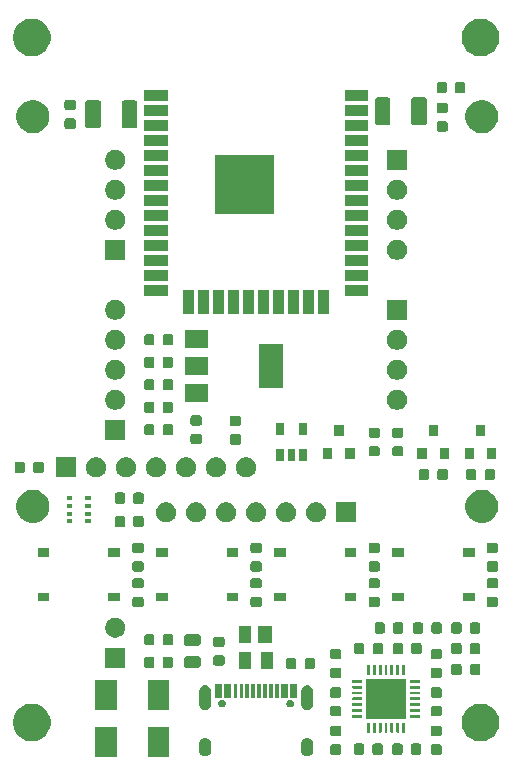
<source format=gbr>
%TF.GenerationSoftware,KiCad,Pcbnew,(5.1.6-0-10_14)*%
%TF.CreationDate,2020-09-14T20:33:51+02:00*%
%TF.ProjectId,Co2-Sensor,436f322d-5365-46e7-936f-722e6b696361,rev?*%
%TF.SameCoordinates,Original*%
%TF.FileFunction,Soldermask,Top*%
%TF.FilePolarity,Negative*%
%FSLAX46Y46*%
G04 Gerber Fmt 4.6, Leading zero omitted, Abs format (unit mm)*
G04 Created by KiCad (PCBNEW (5.1.6-0-10_14)) date 2020-09-14 20:33:51*
%MOMM*%
%LPD*%
G01*
G04 APERTURE LIST*
%ADD10C,0.100000*%
G04 APERTURE END LIST*
D10*
G36*
X142645000Y-133412500D02*
G01*
X140845000Y-133412500D01*
X140845000Y-130912500D01*
X142645000Y-130912500D01*
X142645000Y-133412500D01*
G37*
G36*
X138200000Y-133412500D02*
G01*
X136400000Y-133412500D01*
X136400000Y-130912500D01*
X138200000Y-130912500D01*
X138200000Y-133412500D01*
G37*
G36*
X145778018Y-131782235D02*
G01*
X145815716Y-131793671D01*
X145872266Y-131810825D01*
X145959129Y-131857254D01*
X146035264Y-131919736D01*
X146097746Y-131995871D01*
X146144175Y-132082733D01*
X146161329Y-132139283D01*
X146172765Y-132176981D01*
X146180000Y-132250441D01*
X146180000Y-132899559D01*
X146172765Y-132973019D01*
X146162684Y-133006250D01*
X146144175Y-133067267D01*
X146097746Y-133154129D01*
X146035264Y-133230264D01*
X145959129Y-133292746D01*
X145872267Y-133339175D01*
X145815717Y-133356329D01*
X145778019Y-133367765D01*
X145680000Y-133377419D01*
X145581982Y-133367765D01*
X145544284Y-133356329D01*
X145487734Y-133339175D01*
X145400872Y-133292746D01*
X145324737Y-133230264D01*
X145262255Y-133154129D01*
X145215826Y-133067267D01*
X145197317Y-133006250D01*
X145187235Y-132973017D01*
X145180000Y-132899559D01*
X145180000Y-132250442D01*
X145187235Y-132176982D01*
X145198671Y-132139284D01*
X145215825Y-132082734D01*
X145262254Y-131995871D01*
X145324736Y-131919736D01*
X145400871Y-131857254D01*
X145487733Y-131810825D01*
X145544283Y-131793671D01*
X145581981Y-131782235D01*
X145680000Y-131772581D01*
X145778018Y-131782235D01*
G37*
G36*
X154418018Y-131782235D02*
G01*
X154455716Y-131793671D01*
X154512266Y-131810825D01*
X154599129Y-131857254D01*
X154675264Y-131919736D01*
X154737746Y-131995871D01*
X154784175Y-132082733D01*
X154801329Y-132139283D01*
X154812765Y-132176981D01*
X154820000Y-132250441D01*
X154820000Y-132899559D01*
X154812765Y-132973019D01*
X154802684Y-133006250D01*
X154784175Y-133067267D01*
X154737746Y-133154129D01*
X154675264Y-133230264D01*
X154599129Y-133292746D01*
X154512267Y-133339175D01*
X154455717Y-133356329D01*
X154418019Y-133367765D01*
X154320000Y-133377419D01*
X154221982Y-133367765D01*
X154184284Y-133356329D01*
X154127734Y-133339175D01*
X154040872Y-133292746D01*
X153964737Y-133230264D01*
X153902255Y-133154129D01*
X153855826Y-133067267D01*
X153837317Y-133006250D01*
X153827235Y-132973017D01*
X153820000Y-132899559D01*
X153820000Y-132250442D01*
X153827235Y-132176982D01*
X153838671Y-132139284D01*
X153855825Y-132082734D01*
X153902254Y-131995871D01*
X153964736Y-131919736D01*
X154040871Y-131857254D01*
X154127733Y-131810825D01*
X154184283Y-131793671D01*
X154221981Y-131782235D01*
X154320000Y-131772581D01*
X154418018Y-131782235D01*
G37*
G36*
X165573019Y-132353912D02*
G01*
X165608371Y-132364636D01*
X165640950Y-132382050D01*
X165669511Y-132405489D01*
X165692950Y-132434050D01*
X165710364Y-132466629D01*
X165721088Y-132501981D01*
X165725000Y-132541697D01*
X165725000Y-133033303D01*
X165721088Y-133073019D01*
X165710364Y-133108371D01*
X165692950Y-133140950D01*
X165669511Y-133169511D01*
X165640950Y-133192950D01*
X165608371Y-133210364D01*
X165573019Y-133221088D01*
X165533303Y-133225000D01*
X164966697Y-133225000D01*
X164926981Y-133221088D01*
X164891629Y-133210364D01*
X164859050Y-133192950D01*
X164830489Y-133169511D01*
X164807050Y-133140950D01*
X164789636Y-133108371D01*
X164778912Y-133073019D01*
X164775000Y-133033303D01*
X164775000Y-132541697D01*
X164778912Y-132501981D01*
X164789636Y-132466629D01*
X164807050Y-132434050D01*
X164830489Y-132405489D01*
X164859050Y-132382050D01*
X164891629Y-132364636D01*
X164926981Y-132353912D01*
X164966697Y-132350000D01*
X165533303Y-132350000D01*
X165573019Y-132353912D01*
G37*
G36*
X163823019Y-132278912D02*
G01*
X163858371Y-132289636D01*
X163890950Y-132307050D01*
X163919511Y-132330489D01*
X163942950Y-132359050D01*
X163960364Y-132391629D01*
X163971088Y-132426981D01*
X163975000Y-132466697D01*
X163975000Y-133033303D01*
X163971088Y-133073019D01*
X163960364Y-133108371D01*
X163942950Y-133140950D01*
X163919511Y-133169511D01*
X163890950Y-133192950D01*
X163858371Y-133210364D01*
X163823019Y-133221088D01*
X163783303Y-133225000D01*
X163291697Y-133225000D01*
X163251981Y-133221088D01*
X163216629Y-133210364D01*
X163184050Y-133192950D01*
X163155489Y-133169511D01*
X163132050Y-133140950D01*
X163114636Y-133108371D01*
X163103912Y-133073019D01*
X163100000Y-133033303D01*
X163100000Y-132466697D01*
X163103912Y-132426981D01*
X163114636Y-132391629D01*
X163132050Y-132359050D01*
X163155489Y-132330489D01*
X163184050Y-132307050D01*
X163216629Y-132289636D01*
X163251981Y-132278912D01*
X163291697Y-132275000D01*
X163783303Y-132275000D01*
X163823019Y-132278912D01*
G37*
G36*
X162248019Y-132278912D02*
G01*
X162283371Y-132289636D01*
X162315950Y-132307050D01*
X162344511Y-132330489D01*
X162367950Y-132359050D01*
X162385364Y-132391629D01*
X162396088Y-132426981D01*
X162400000Y-132466697D01*
X162400000Y-133033303D01*
X162396088Y-133073019D01*
X162385364Y-133108371D01*
X162367950Y-133140950D01*
X162344511Y-133169511D01*
X162315950Y-133192950D01*
X162283371Y-133210364D01*
X162248019Y-133221088D01*
X162208303Y-133225000D01*
X161716697Y-133225000D01*
X161676981Y-133221088D01*
X161641629Y-133210364D01*
X161609050Y-133192950D01*
X161580489Y-133169511D01*
X161557050Y-133140950D01*
X161539636Y-133108371D01*
X161528912Y-133073019D01*
X161525000Y-133033303D01*
X161525000Y-132466697D01*
X161528912Y-132426981D01*
X161539636Y-132391629D01*
X161557050Y-132359050D01*
X161580489Y-132330489D01*
X161609050Y-132307050D01*
X161641629Y-132289636D01*
X161676981Y-132278912D01*
X161716697Y-132275000D01*
X162208303Y-132275000D01*
X162248019Y-132278912D01*
G37*
G36*
X160573019Y-132278912D02*
G01*
X160608371Y-132289636D01*
X160640950Y-132307050D01*
X160669511Y-132330489D01*
X160692950Y-132359050D01*
X160710364Y-132391629D01*
X160721088Y-132426981D01*
X160725000Y-132466697D01*
X160725000Y-133033303D01*
X160721088Y-133073019D01*
X160710364Y-133108371D01*
X160692950Y-133140950D01*
X160669511Y-133169511D01*
X160640950Y-133192950D01*
X160608371Y-133210364D01*
X160573019Y-133221088D01*
X160533303Y-133225000D01*
X160041697Y-133225000D01*
X160001981Y-133221088D01*
X159966629Y-133210364D01*
X159934050Y-133192950D01*
X159905489Y-133169511D01*
X159882050Y-133140950D01*
X159864636Y-133108371D01*
X159853912Y-133073019D01*
X159850000Y-133033303D01*
X159850000Y-132466697D01*
X159853912Y-132426981D01*
X159864636Y-132391629D01*
X159882050Y-132359050D01*
X159905489Y-132330489D01*
X159934050Y-132307050D01*
X159966629Y-132289636D01*
X160001981Y-132278912D01*
X160041697Y-132275000D01*
X160533303Y-132275000D01*
X160573019Y-132278912D01*
G37*
G36*
X158998019Y-132278912D02*
G01*
X159033371Y-132289636D01*
X159065950Y-132307050D01*
X159094511Y-132330489D01*
X159117950Y-132359050D01*
X159135364Y-132391629D01*
X159146088Y-132426981D01*
X159150000Y-132466697D01*
X159150000Y-133033303D01*
X159146088Y-133073019D01*
X159135364Y-133108371D01*
X159117950Y-133140950D01*
X159094511Y-133169511D01*
X159065950Y-133192950D01*
X159033371Y-133210364D01*
X158998019Y-133221088D01*
X158958303Y-133225000D01*
X158466697Y-133225000D01*
X158426981Y-133221088D01*
X158391629Y-133210364D01*
X158359050Y-133192950D01*
X158330489Y-133169511D01*
X158307050Y-133140950D01*
X158289636Y-133108371D01*
X158278912Y-133073019D01*
X158275000Y-133033303D01*
X158275000Y-132466697D01*
X158278912Y-132426981D01*
X158289636Y-132391629D01*
X158307050Y-132359050D01*
X158330489Y-132330489D01*
X158359050Y-132307050D01*
X158391629Y-132289636D01*
X158426981Y-132278912D01*
X158466697Y-132275000D01*
X158958303Y-132275000D01*
X158998019Y-132278912D01*
G37*
G36*
X157073019Y-132353912D02*
G01*
X157108371Y-132364636D01*
X157140950Y-132382050D01*
X157169511Y-132405489D01*
X157192950Y-132434050D01*
X157210364Y-132466629D01*
X157221088Y-132501981D01*
X157225000Y-132541697D01*
X157225000Y-133033303D01*
X157221088Y-133073019D01*
X157210364Y-133108371D01*
X157192950Y-133140950D01*
X157169511Y-133169511D01*
X157140950Y-133192950D01*
X157108371Y-133210364D01*
X157073019Y-133221088D01*
X157033303Y-133225000D01*
X156466697Y-133225000D01*
X156426981Y-133221088D01*
X156391629Y-133210364D01*
X156359050Y-133192950D01*
X156330489Y-133169511D01*
X156307050Y-133140950D01*
X156289636Y-133108371D01*
X156278912Y-133073019D01*
X156275000Y-133033303D01*
X156275000Y-132541697D01*
X156278912Y-132501981D01*
X156289636Y-132466629D01*
X156307050Y-132434050D01*
X156330489Y-132405489D01*
X156359050Y-132382050D01*
X156391629Y-132364636D01*
X156426981Y-132353912D01*
X156466697Y-132350000D01*
X157033303Y-132350000D01*
X157073019Y-132353912D01*
G37*
G36*
X169293375Y-128927010D02*
G01*
X169466703Y-128961487D01*
X169757884Y-129082098D01*
X170019941Y-129257199D01*
X170242801Y-129480059D01*
X170417902Y-129742116D01*
X170538513Y-130033297D01*
X170600000Y-130342414D01*
X170600000Y-130657586D01*
X170538513Y-130966703D01*
X170417902Y-131257884D01*
X170242801Y-131519941D01*
X170019941Y-131742801D01*
X169757884Y-131917902D01*
X169466703Y-132038513D01*
X169312144Y-132069257D01*
X169157588Y-132100000D01*
X168842412Y-132100000D01*
X168687856Y-132069257D01*
X168533297Y-132038513D01*
X168242116Y-131917902D01*
X167980059Y-131742801D01*
X167757199Y-131519941D01*
X167582098Y-131257884D01*
X167461487Y-130966703D01*
X167400000Y-130657586D01*
X167400000Y-130342414D01*
X167461487Y-130033297D01*
X167582098Y-129742116D01*
X167757199Y-129480059D01*
X167980059Y-129257199D01*
X168242116Y-129082098D01*
X168533297Y-128961487D01*
X168706625Y-128927010D01*
X168842412Y-128900000D01*
X169157588Y-128900000D01*
X169293375Y-128927010D01*
G37*
G36*
X131293375Y-128927010D02*
G01*
X131466703Y-128961487D01*
X131757884Y-129082098D01*
X132019941Y-129257199D01*
X132242801Y-129480059D01*
X132417902Y-129742116D01*
X132538513Y-130033297D01*
X132600000Y-130342414D01*
X132600000Y-130657586D01*
X132538513Y-130966703D01*
X132417902Y-131257884D01*
X132242801Y-131519941D01*
X132019941Y-131742801D01*
X131757884Y-131917902D01*
X131466703Y-132038513D01*
X131312144Y-132069257D01*
X131157588Y-132100000D01*
X130842412Y-132100000D01*
X130687856Y-132069257D01*
X130533297Y-132038513D01*
X130242116Y-131917902D01*
X129980059Y-131742801D01*
X129757199Y-131519941D01*
X129582098Y-131257884D01*
X129461487Y-130966703D01*
X129400000Y-130657586D01*
X129400000Y-130342414D01*
X129461487Y-130033297D01*
X129582098Y-129742116D01*
X129757199Y-129480059D01*
X129980059Y-129257199D01*
X130242116Y-129082098D01*
X130533297Y-128961487D01*
X130706625Y-128927010D01*
X130842412Y-128900000D01*
X131157588Y-128900000D01*
X131293375Y-128927010D01*
G37*
G36*
X165573019Y-130778912D02*
G01*
X165608371Y-130789636D01*
X165640950Y-130807050D01*
X165669511Y-130830489D01*
X165692950Y-130859050D01*
X165710364Y-130891629D01*
X165721088Y-130926981D01*
X165725000Y-130966697D01*
X165725000Y-131458303D01*
X165721088Y-131498019D01*
X165710364Y-131533371D01*
X165692950Y-131565950D01*
X165669511Y-131594511D01*
X165640950Y-131617950D01*
X165608371Y-131635364D01*
X165573019Y-131646088D01*
X165533303Y-131650000D01*
X164966697Y-131650000D01*
X164926981Y-131646088D01*
X164891629Y-131635364D01*
X164859050Y-131617950D01*
X164830489Y-131594511D01*
X164807050Y-131565950D01*
X164789636Y-131533371D01*
X164778912Y-131498019D01*
X164775000Y-131458303D01*
X164775000Y-130966697D01*
X164778912Y-130926981D01*
X164789636Y-130891629D01*
X164807050Y-130859050D01*
X164830489Y-130830489D01*
X164859050Y-130807050D01*
X164891629Y-130789636D01*
X164926981Y-130778912D01*
X164966697Y-130775000D01*
X165533303Y-130775000D01*
X165573019Y-130778912D01*
G37*
G36*
X157073019Y-130778912D02*
G01*
X157108371Y-130789636D01*
X157140950Y-130807050D01*
X157169511Y-130830489D01*
X157192950Y-130859050D01*
X157210364Y-130891629D01*
X157221088Y-130926981D01*
X157225000Y-130966697D01*
X157225000Y-131458303D01*
X157221088Y-131498019D01*
X157210364Y-131533371D01*
X157192950Y-131565950D01*
X157169511Y-131594511D01*
X157140950Y-131617950D01*
X157108371Y-131635364D01*
X157073019Y-131646088D01*
X157033303Y-131650000D01*
X156466697Y-131650000D01*
X156426981Y-131646088D01*
X156391629Y-131635364D01*
X156359050Y-131617950D01*
X156330489Y-131594511D01*
X156307050Y-131565950D01*
X156289636Y-131533371D01*
X156278912Y-131498019D01*
X156275000Y-131458303D01*
X156275000Y-130966697D01*
X156278912Y-130926981D01*
X156289636Y-130891629D01*
X156307050Y-130859050D01*
X156330489Y-130830489D01*
X156359050Y-130807050D01*
X156391629Y-130789636D01*
X156426981Y-130778912D01*
X156466697Y-130775000D01*
X157033303Y-130775000D01*
X157073019Y-130778912D01*
G37*
G36*
X160598784Y-130550909D02*
G01*
X160604825Y-130552742D01*
X160610394Y-130555718D01*
X160615276Y-130559724D01*
X160619282Y-130564606D01*
X160622258Y-130570175D01*
X160624091Y-130576216D01*
X160625000Y-130585445D01*
X160625000Y-131314555D01*
X160624091Y-131323784D01*
X160622258Y-131329825D01*
X160619282Y-131335394D01*
X160615276Y-131340276D01*
X160610394Y-131344282D01*
X160604825Y-131347258D01*
X160598784Y-131349091D01*
X160589555Y-131350000D01*
X160410445Y-131350000D01*
X160401216Y-131349091D01*
X160395175Y-131347258D01*
X160389606Y-131344282D01*
X160384724Y-131340276D01*
X160380718Y-131335394D01*
X160377742Y-131329825D01*
X160375909Y-131323784D01*
X160375000Y-131314555D01*
X160375000Y-130585445D01*
X160375909Y-130576216D01*
X160377742Y-130570175D01*
X160380718Y-130564606D01*
X160384724Y-130559724D01*
X160389606Y-130555718D01*
X160395175Y-130552742D01*
X160401216Y-130550909D01*
X160410445Y-130550000D01*
X160589555Y-130550000D01*
X160598784Y-130550909D01*
G37*
G36*
X162598784Y-130550909D02*
G01*
X162604825Y-130552742D01*
X162610394Y-130555718D01*
X162615276Y-130559724D01*
X162619282Y-130564606D01*
X162622258Y-130570175D01*
X162624091Y-130576216D01*
X162625000Y-130585445D01*
X162625000Y-131314555D01*
X162624091Y-131323784D01*
X162622258Y-131329825D01*
X162619282Y-131335394D01*
X162615276Y-131340276D01*
X162610394Y-131344282D01*
X162604825Y-131347258D01*
X162598784Y-131349091D01*
X162589555Y-131350000D01*
X162410445Y-131350000D01*
X162401216Y-131349091D01*
X162395175Y-131347258D01*
X162389606Y-131344282D01*
X162384724Y-131340276D01*
X162380718Y-131335394D01*
X162377742Y-131329825D01*
X162375909Y-131323784D01*
X162375000Y-131314555D01*
X162375000Y-130585445D01*
X162375909Y-130576216D01*
X162377742Y-130570175D01*
X162380718Y-130564606D01*
X162384724Y-130559724D01*
X162389606Y-130555718D01*
X162395175Y-130552742D01*
X162401216Y-130550909D01*
X162410445Y-130550000D01*
X162589555Y-130550000D01*
X162598784Y-130550909D01*
G37*
G36*
X162098784Y-130550909D02*
G01*
X162104825Y-130552742D01*
X162110394Y-130555718D01*
X162115276Y-130559724D01*
X162119282Y-130564606D01*
X162122258Y-130570175D01*
X162124091Y-130576216D01*
X162125000Y-130585445D01*
X162125000Y-131314555D01*
X162124091Y-131323784D01*
X162122258Y-131329825D01*
X162119282Y-131335394D01*
X162115276Y-131340276D01*
X162110394Y-131344282D01*
X162104825Y-131347258D01*
X162098784Y-131349091D01*
X162089555Y-131350000D01*
X161910445Y-131350000D01*
X161901216Y-131349091D01*
X161895175Y-131347258D01*
X161889606Y-131344282D01*
X161884724Y-131340276D01*
X161880718Y-131335394D01*
X161877742Y-131329825D01*
X161875909Y-131323784D01*
X161875000Y-131314555D01*
X161875000Y-130585445D01*
X161875909Y-130576216D01*
X161877742Y-130570175D01*
X161880718Y-130564606D01*
X161884724Y-130559724D01*
X161889606Y-130555718D01*
X161895175Y-130552742D01*
X161901216Y-130550909D01*
X161910445Y-130550000D01*
X162089555Y-130550000D01*
X162098784Y-130550909D01*
G37*
G36*
X161598784Y-130550909D02*
G01*
X161604825Y-130552742D01*
X161610394Y-130555718D01*
X161615276Y-130559724D01*
X161619282Y-130564606D01*
X161622258Y-130570175D01*
X161624091Y-130576216D01*
X161625000Y-130585445D01*
X161625000Y-131314555D01*
X161624091Y-131323784D01*
X161622258Y-131329825D01*
X161619282Y-131335394D01*
X161615276Y-131340276D01*
X161610394Y-131344282D01*
X161604825Y-131347258D01*
X161598784Y-131349091D01*
X161589555Y-131350000D01*
X161410445Y-131350000D01*
X161401216Y-131349091D01*
X161395175Y-131347258D01*
X161389606Y-131344282D01*
X161384724Y-131340276D01*
X161380718Y-131335394D01*
X161377742Y-131329825D01*
X161375909Y-131323784D01*
X161375000Y-131314555D01*
X161375000Y-130585445D01*
X161375909Y-130576216D01*
X161377742Y-130570175D01*
X161380718Y-130564606D01*
X161384724Y-130559724D01*
X161389606Y-130555718D01*
X161395175Y-130552742D01*
X161401216Y-130550909D01*
X161410445Y-130550000D01*
X161589555Y-130550000D01*
X161598784Y-130550909D01*
G37*
G36*
X161098784Y-130550909D02*
G01*
X161104825Y-130552742D01*
X161110394Y-130555718D01*
X161115276Y-130559724D01*
X161119282Y-130564606D01*
X161122258Y-130570175D01*
X161124091Y-130576216D01*
X161125000Y-130585445D01*
X161125000Y-131314555D01*
X161124091Y-131323784D01*
X161122258Y-131329825D01*
X161119282Y-131335394D01*
X161115276Y-131340276D01*
X161110394Y-131344282D01*
X161104825Y-131347258D01*
X161098784Y-131349091D01*
X161089555Y-131350000D01*
X160910445Y-131350000D01*
X160901216Y-131349091D01*
X160895175Y-131347258D01*
X160889606Y-131344282D01*
X160884724Y-131340276D01*
X160880718Y-131335394D01*
X160877742Y-131329825D01*
X160875909Y-131323784D01*
X160875000Y-131314555D01*
X160875000Y-130585445D01*
X160875909Y-130576216D01*
X160877742Y-130570175D01*
X160880718Y-130564606D01*
X160884724Y-130559724D01*
X160889606Y-130555718D01*
X160895175Y-130552742D01*
X160901216Y-130550909D01*
X160910445Y-130550000D01*
X161089555Y-130550000D01*
X161098784Y-130550909D01*
G37*
G36*
X160098784Y-130550909D02*
G01*
X160104825Y-130552742D01*
X160110394Y-130555718D01*
X160115276Y-130559724D01*
X160119282Y-130564606D01*
X160122258Y-130570175D01*
X160124091Y-130576216D01*
X160125000Y-130585445D01*
X160125000Y-131314555D01*
X160124091Y-131323784D01*
X160122258Y-131329825D01*
X160119282Y-131335394D01*
X160115276Y-131340276D01*
X160110394Y-131344282D01*
X160104825Y-131347258D01*
X160098784Y-131349091D01*
X160089555Y-131350000D01*
X159910445Y-131350000D01*
X159901216Y-131349091D01*
X159895175Y-131347258D01*
X159889606Y-131344282D01*
X159884724Y-131340276D01*
X159880718Y-131335394D01*
X159877742Y-131329825D01*
X159875909Y-131323784D01*
X159875000Y-131314555D01*
X159875000Y-130585445D01*
X159875909Y-130576216D01*
X159877742Y-130570175D01*
X159880718Y-130564606D01*
X159884724Y-130559724D01*
X159889606Y-130555718D01*
X159895175Y-130552742D01*
X159901216Y-130550909D01*
X159910445Y-130550000D01*
X160089555Y-130550000D01*
X160098784Y-130550909D01*
G37*
G36*
X159598784Y-130550909D02*
G01*
X159604825Y-130552742D01*
X159610394Y-130555718D01*
X159615276Y-130559724D01*
X159619282Y-130564606D01*
X159622258Y-130570175D01*
X159624091Y-130576216D01*
X159625000Y-130585445D01*
X159625000Y-131314555D01*
X159624091Y-131323784D01*
X159622258Y-131329825D01*
X159619282Y-131335394D01*
X159615276Y-131340276D01*
X159610394Y-131344282D01*
X159604825Y-131347258D01*
X159598784Y-131349091D01*
X159589555Y-131350000D01*
X159410445Y-131350000D01*
X159401216Y-131349091D01*
X159395175Y-131347258D01*
X159389606Y-131344282D01*
X159384724Y-131340276D01*
X159380718Y-131335394D01*
X159377742Y-131329825D01*
X159375909Y-131323784D01*
X159375000Y-131314555D01*
X159375000Y-130585445D01*
X159375909Y-130576216D01*
X159377742Y-130570175D01*
X159380718Y-130564606D01*
X159384724Y-130559724D01*
X159389606Y-130555718D01*
X159395175Y-130552742D01*
X159401216Y-130550909D01*
X159410445Y-130550000D01*
X159589555Y-130550000D01*
X159598784Y-130550909D01*
G37*
G36*
X162675000Y-130175000D02*
G01*
X159325000Y-130175000D01*
X159325000Y-126825000D01*
X162675000Y-126825000D01*
X162675000Y-130175000D01*
G37*
G36*
X163823784Y-129875909D02*
G01*
X163829825Y-129877742D01*
X163835394Y-129880718D01*
X163840276Y-129884724D01*
X163844282Y-129889606D01*
X163847258Y-129895175D01*
X163849091Y-129901216D01*
X163850000Y-129910445D01*
X163850000Y-130089555D01*
X163849091Y-130098784D01*
X163847258Y-130104825D01*
X163844282Y-130110394D01*
X163840276Y-130115276D01*
X163835394Y-130119282D01*
X163829825Y-130122258D01*
X163823784Y-130124091D01*
X163814555Y-130125000D01*
X163085445Y-130125000D01*
X163076216Y-130124091D01*
X163070175Y-130122258D01*
X163064606Y-130119282D01*
X163059724Y-130115276D01*
X163055718Y-130110394D01*
X163052742Y-130104825D01*
X163050909Y-130098784D01*
X163050000Y-130089555D01*
X163050000Y-129910445D01*
X163050909Y-129901216D01*
X163052742Y-129895175D01*
X163055718Y-129889606D01*
X163059724Y-129884724D01*
X163064606Y-129880718D01*
X163070175Y-129877742D01*
X163076216Y-129875909D01*
X163085445Y-129875000D01*
X163814555Y-129875000D01*
X163823784Y-129875909D01*
G37*
G36*
X158923784Y-129875909D02*
G01*
X158929825Y-129877742D01*
X158935394Y-129880718D01*
X158940276Y-129884724D01*
X158944282Y-129889606D01*
X158947258Y-129895175D01*
X158949091Y-129901216D01*
X158950000Y-129910445D01*
X158950000Y-130089555D01*
X158949091Y-130098784D01*
X158947258Y-130104825D01*
X158944282Y-130110394D01*
X158940276Y-130115276D01*
X158935394Y-130119282D01*
X158929825Y-130122258D01*
X158923784Y-130124091D01*
X158914555Y-130125000D01*
X158185445Y-130125000D01*
X158176216Y-130124091D01*
X158170175Y-130122258D01*
X158164606Y-130119282D01*
X158159724Y-130115276D01*
X158155718Y-130110394D01*
X158152742Y-130104825D01*
X158150909Y-130098784D01*
X158150000Y-130089555D01*
X158150000Y-129910445D01*
X158150909Y-129901216D01*
X158152742Y-129895175D01*
X158155718Y-129889606D01*
X158159724Y-129884724D01*
X158164606Y-129880718D01*
X158170175Y-129877742D01*
X158176216Y-129875909D01*
X158185445Y-129875000D01*
X158914555Y-129875000D01*
X158923784Y-129875909D01*
G37*
G36*
X157073019Y-129103912D02*
G01*
X157108371Y-129114636D01*
X157140950Y-129132050D01*
X157169511Y-129155489D01*
X157192950Y-129184050D01*
X157210364Y-129216629D01*
X157221088Y-129251981D01*
X157225000Y-129291697D01*
X157225000Y-129783303D01*
X157221088Y-129823019D01*
X157210364Y-129858371D01*
X157192950Y-129890950D01*
X157169511Y-129919511D01*
X157140950Y-129942950D01*
X157108371Y-129960364D01*
X157073019Y-129971088D01*
X157033303Y-129975000D01*
X156466697Y-129975000D01*
X156426981Y-129971088D01*
X156391629Y-129960364D01*
X156359050Y-129942950D01*
X156330489Y-129919511D01*
X156307050Y-129890950D01*
X156289636Y-129858371D01*
X156278912Y-129823019D01*
X156275000Y-129783303D01*
X156275000Y-129291697D01*
X156278912Y-129251981D01*
X156289636Y-129216629D01*
X156307050Y-129184050D01*
X156330489Y-129155489D01*
X156359050Y-129132050D01*
X156391629Y-129114636D01*
X156426981Y-129103912D01*
X156466697Y-129100000D01*
X157033303Y-129100000D01*
X157073019Y-129103912D01*
G37*
G36*
X165573019Y-129103912D02*
G01*
X165608371Y-129114636D01*
X165640950Y-129132050D01*
X165669511Y-129155489D01*
X165692950Y-129184050D01*
X165710364Y-129216629D01*
X165721088Y-129251981D01*
X165725000Y-129291697D01*
X165725000Y-129783303D01*
X165721088Y-129823019D01*
X165710364Y-129858371D01*
X165692950Y-129890950D01*
X165669511Y-129919511D01*
X165640950Y-129942950D01*
X165608371Y-129960364D01*
X165573019Y-129971088D01*
X165533303Y-129975000D01*
X164966697Y-129975000D01*
X164926981Y-129971088D01*
X164891629Y-129960364D01*
X164859050Y-129942950D01*
X164830489Y-129919511D01*
X164807050Y-129890950D01*
X164789636Y-129858371D01*
X164778912Y-129823019D01*
X164775000Y-129783303D01*
X164775000Y-129291697D01*
X164778912Y-129251981D01*
X164789636Y-129216629D01*
X164807050Y-129184050D01*
X164830489Y-129155489D01*
X164859050Y-129132050D01*
X164891629Y-129114636D01*
X164926981Y-129103912D01*
X164966697Y-129100000D01*
X165533303Y-129100000D01*
X165573019Y-129103912D01*
G37*
G36*
X163823784Y-129375909D02*
G01*
X163829825Y-129377742D01*
X163835394Y-129380718D01*
X163840276Y-129384724D01*
X163844282Y-129389606D01*
X163847258Y-129395175D01*
X163849091Y-129401216D01*
X163850000Y-129410445D01*
X163850000Y-129589555D01*
X163849091Y-129598784D01*
X163847258Y-129604825D01*
X163844282Y-129610394D01*
X163840276Y-129615276D01*
X163835394Y-129619282D01*
X163829825Y-129622258D01*
X163823784Y-129624091D01*
X163814555Y-129625000D01*
X163085445Y-129625000D01*
X163076216Y-129624091D01*
X163070175Y-129622258D01*
X163064606Y-129619282D01*
X163059724Y-129615276D01*
X163055718Y-129610394D01*
X163052742Y-129604825D01*
X163050909Y-129598784D01*
X163050000Y-129589555D01*
X163050000Y-129410445D01*
X163050909Y-129401216D01*
X163052742Y-129395175D01*
X163055718Y-129389606D01*
X163059724Y-129384724D01*
X163064606Y-129380718D01*
X163070175Y-129377742D01*
X163076216Y-129375909D01*
X163085445Y-129375000D01*
X163814555Y-129375000D01*
X163823784Y-129375909D01*
G37*
G36*
X158923784Y-129375909D02*
G01*
X158929825Y-129377742D01*
X158935394Y-129380718D01*
X158940276Y-129384724D01*
X158944282Y-129389606D01*
X158947258Y-129395175D01*
X158949091Y-129401216D01*
X158950000Y-129410445D01*
X158950000Y-129589555D01*
X158949091Y-129598784D01*
X158947258Y-129604825D01*
X158944282Y-129610394D01*
X158940276Y-129615276D01*
X158935394Y-129619282D01*
X158929825Y-129622258D01*
X158923784Y-129624091D01*
X158914555Y-129625000D01*
X158185445Y-129625000D01*
X158176216Y-129624091D01*
X158170175Y-129622258D01*
X158164606Y-129619282D01*
X158159724Y-129615276D01*
X158155718Y-129610394D01*
X158152742Y-129604825D01*
X158150909Y-129598784D01*
X158150000Y-129589555D01*
X158150000Y-129410445D01*
X158150909Y-129401216D01*
X158152742Y-129395175D01*
X158155718Y-129389606D01*
X158159724Y-129384724D01*
X158164606Y-129380718D01*
X158170175Y-129377742D01*
X158176216Y-129375909D01*
X158185445Y-129375000D01*
X158914555Y-129375000D01*
X158923784Y-129375909D01*
G37*
G36*
X145778018Y-127352235D02*
G01*
X145815716Y-127363671D01*
X145872266Y-127380825D01*
X145959129Y-127427254D01*
X146035264Y-127489736D01*
X146097746Y-127565871D01*
X146144175Y-127652733D01*
X146151530Y-127676981D01*
X146172765Y-127746981D01*
X146180000Y-127820441D01*
X146180000Y-128969559D01*
X146172765Y-129043019D01*
X146166855Y-129062500D01*
X146144175Y-129137267D01*
X146097746Y-129224129D01*
X146035264Y-129300264D01*
X145959129Y-129362746D01*
X145872267Y-129409175D01*
X145819086Y-129425307D01*
X145778019Y-129437765D01*
X145680000Y-129447419D01*
X145581982Y-129437765D01*
X145540915Y-129425307D01*
X145487734Y-129409175D01*
X145400872Y-129362746D01*
X145324737Y-129300264D01*
X145262255Y-129224129D01*
X145215826Y-129137267D01*
X145193146Y-129062500D01*
X145187236Y-129043019D01*
X145180001Y-128969559D01*
X145180000Y-127820442D01*
X145187235Y-127746982D01*
X145198671Y-127709284D01*
X145215825Y-127652734D01*
X145262254Y-127565871D01*
X145324736Y-127489736D01*
X145400871Y-127427254D01*
X145487733Y-127380825D01*
X145544283Y-127363671D01*
X145581981Y-127352235D01*
X145680000Y-127342581D01*
X145778018Y-127352235D01*
G37*
G36*
X154418018Y-127352235D02*
G01*
X154455716Y-127363671D01*
X154512266Y-127380825D01*
X154599129Y-127427254D01*
X154675264Y-127489736D01*
X154737746Y-127565871D01*
X154784175Y-127652733D01*
X154791530Y-127676981D01*
X154812765Y-127746981D01*
X154820000Y-127820441D01*
X154820000Y-128969559D01*
X154812765Y-129043019D01*
X154806855Y-129062500D01*
X154784175Y-129137267D01*
X154737746Y-129224129D01*
X154675264Y-129300264D01*
X154599129Y-129362746D01*
X154512267Y-129409175D01*
X154459086Y-129425307D01*
X154418019Y-129437765D01*
X154320000Y-129447419D01*
X154221982Y-129437765D01*
X154180915Y-129425307D01*
X154127734Y-129409175D01*
X154040872Y-129362746D01*
X153964737Y-129300264D01*
X153902255Y-129224129D01*
X153855826Y-129137267D01*
X153833146Y-129062500D01*
X153827236Y-129043019D01*
X153820001Y-128969559D01*
X153820000Y-127820442D01*
X153827235Y-127746982D01*
X153838671Y-127709284D01*
X153855825Y-127652734D01*
X153902254Y-127565871D01*
X153964736Y-127489736D01*
X154040871Y-127427254D01*
X154127733Y-127380825D01*
X154184283Y-127363671D01*
X154221981Y-127352235D01*
X154320000Y-127342581D01*
X154418018Y-127352235D01*
G37*
G36*
X142645000Y-129412500D02*
G01*
X140845000Y-129412500D01*
X140845000Y-126912500D01*
X142645000Y-126912500D01*
X142645000Y-129412500D01*
G37*
G36*
X138200000Y-129412500D02*
G01*
X136400000Y-129412500D01*
X136400000Y-126912500D01*
X138200000Y-126912500D01*
X138200000Y-129412500D01*
G37*
G36*
X147162940Y-128574163D02*
G01*
X147204799Y-128582489D01*
X147263945Y-128606988D01*
X147317176Y-128642556D01*
X147362444Y-128687824D01*
X147398012Y-128741055D01*
X147422511Y-128800201D01*
X147422511Y-128800203D01*
X147435000Y-128862989D01*
X147435000Y-128927011D01*
X147430837Y-128947940D01*
X147422511Y-128989799D01*
X147398012Y-129048945D01*
X147362444Y-129102176D01*
X147317176Y-129147444D01*
X147263945Y-129183012D01*
X147204799Y-129207511D01*
X147162940Y-129215837D01*
X147142011Y-129220000D01*
X147077989Y-129220000D01*
X147057060Y-129215837D01*
X147015201Y-129207511D01*
X146956055Y-129183012D01*
X146902824Y-129147444D01*
X146857556Y-129102176D01*
X146821988Y-129048945D01*
X146797489Y-128989799D01*
X146789163Y-128947940D01*
X146785000Y-128927011D01*
X146785000Y-128862989D01*
X146797489Y-128800203D01*
X146797489Y-128800201D01*
X146821988Y-128741055D01*
X146857556Y-128687824D01*
X146902824Y-128642556D01*
X146956055Y-128606988D01*
X147015201Y-128582489D01*
X147057060Y-128574163D01*
X147077989Y-128570000D01*
X147142011Y-128570000D01*
X147162940Y-128574163D01*
G37*
G36*
X152942940Y-128574163D02*
G01*
X152984799Y-128582489D01*
X153043945Y-128606988D01*
X153097176Y-128642556D01*
X153142444Y-128687824D01*
X153178012Y-128741055D01*
X153202511Y-128800201D01*
X153202511Y-128800203D01*
X153215000Y-128862989D01*
X153215000Y-128927011D01*
X153210837Y-128947940D01*
X153202511Y-128989799D01*
X153178012Y-129048945D01*
X153142444Y-129102176D01*
X153097176Y-129147444D01*
X153043945Y-129183012D01*
X152984799Y-129207511D01*
X152942940Y-129215837D01*
X152922011Y-129220000D01*
X152857989Y-129220000D01*
X152837060Y-129215837D01*
X152795201Y-129207511D01*
X152736055Y-129183012D01*
X152682824Y-129147444D01*
X152637556Y-129102176D01*
X152601988Y-129048945D01*
X152577489Y-128989799D01*
X152569163Y-128947940D01*
X152565000Y-128927011D01*
X152565000Y-128862989D01*
X152577489Y-128800203D01*
X152577489Y-128800201D01*
X152601988Y-128741055D01*
X152637556Y-128687824D01*
X152682824Y-128642556D01*
X152736055Y-128606988D01*
X152795201Y-128582489D01*
X152837060Y-128574163D01*
X152857989Y-128570000D01*
X152922011Y-128570000D01*
X152942940Y-128574163D01*
G37*
G36*
X163823784Y-128875909D02*
G01*
X163829825Y-128877742D01*
X163835394Y-128880718D01*
X163840276Y-128884724D01*
X163844282Y-128889606D01*
X163847258Y-128895175D01*
X163849091Y-128901216D01*
X163850000Y-128910445D01*
X163850000Y-129089555D01*
X163849091Y-129098784D01*
X163847258Y-129104825D01*
X163844282Y-129110394D01*
X163840276Y-129115276D01*
X163835394Y-129119282D01*
X163829825Y-129122258D01*
X163823784Y-129124091D01*
X163814555Y-129125000D01*
X163085445Y-129125000D01*
X163076216Y-129124091D01*
X163070175Y-129122258D01*
X163064606Y-129119282D01*
X163059724Y-129115276D01*
X163055718Y-129110394D01*
X163052742Y-129104825D01*
X163050909Y-129098784D01*
X163050000Y-129089555D01*
X163050000Y-128910445D01*
X163050909Y-128901216D01*
X163052742Y-128895175D01*
X163055718Y-128889606D01*
X163059724Y-128884724D01*
X163064606Y-128880718D01*
X163070175Y-128877742D01*
X163076216Y-128875909D01*
X163085445Y-128875000D01*
X163814555Y-128875000D01*
X163823784Y-128875909D01*
G37*
G36*
X158923784Y-128875909D02*
G01*
X158929825Y-128877742D01*
X158935394Y-128880718D01*
X158940276Y-128884724D01*
X158944282Y-128889606D01*
X158947258Y-128895175D01*
X158949091Y-128901216D01*
X158950000Y-128910445D01*
X158950000Y-129089555D01*
X158949091Y-129098784D01*
X158947258Y-129104825D01*
X158944282Y-129110394D01*
X158940276Y-129115276D01*
X158935394Y-129119282D01*
X158929825Y-129122258D01*
X158923784Y-129124091D01*
X158914555Y-129125000D01*
X158185445Y-129125000D01*
X158176216Y-129124091D01*
X158170175Y-129122258D01*
X158164606Y-129119282D01*
X158159724Y-129115276D01*
X158155718Y-129110394D01*
X158152742Y-129104825D01*
X158150909Y-129098784D01*
X158150000Y-129089555D01*
X158150000Y-128910445D01*
X158150909Y-128901216D01*
X158152742Y-128895175D01*
X158155718Y-128889606D01*
X158159724Y-128884724D01*
X158164606Y-128880718D01*
X158170175Y-128877742D01*
X158176216Y-128875909D01*
X158185445Y-128875000D01*
X158914555Y-128875000D01*
X158923784Y-128875909D01*
G37*
G36*
X163823784Y-128375909D02*
G01*
X163829825Y-128377742D01*
X163835394Y-128380718D01*
X163840276Y-128384724D01*
X163844282Y-128389606D01*
X163847258Y-128395175D01*
X163849091Y-128401216D01*
X163850000Y-128410445D01*
X163850000Y-128589555D01*
X163849091Y-128598784D01*
X163847258Y-128604825D01*
X163844282Y-128610394D01*
X163840276Y-128615276D01*
X163835394Y-128619282D01*
X163829825Y-128622258D01*
X163823784Y-128624091D01*
X163814555Y-128625000D01*
X163085445Y-128625000D01*
X163076216Y-128624091D01*
X163070175Y-128622258D01*
X163064606Y-128619282D01*
X163059724Y-128615276D01*
X163055718Y-128610394D01*
X163052742Y-128604825D01*
X163050909Y-128598784D01*
X163050000Y-128589555D01*
X163050000Y-128410445D01*
X163050909Y-128401216D01*
X163052742Y-128395175D01*
X163055718Y-128389606D01*
X163059724Y-128384724D01*
X163064606Y-128380718D01*
X163070175Y-128377742D01*
X163076216Y-128375909D01*
X163085445Y-128375000D01*
X163814555Y-128375000D01*
X163823784Y-128375909D01*
G37*
G36*
X158923784Y-128375909D02*
G01*
X158929825Y-128377742D01*
X158935394Y-128380718D01*
X158940276Y-128384724D01*
X158944282Y-128389606D01*
X158947258Y-128395175D01*
X158949091Y-128401216D01*
X158950000Y-128410445D01*
X158950000Y-128589555D01*
X158949091Y-128598784D01*
X158947258Y-128604825D01*
X158944282Y-128610394D01*
X158940276Y-128615276D01*
X158935394Y-128619282D01*
X158929825Y-128622258D01*
X158923784Y-128624091D01*
X158914555Y-128625000D01*
X158185445Y-128625000D01*
X158176216Y-128624091D01*
X158170175Y-128622258D01*
X158164606Y-128619282D01*
X158159724Y-128615276D01*
X158155718Y-128610394D01*
X158152742Y-128604825D01*
X158150909Y-128598784D01*
X158150000Y-128589555D01*
X158150000Y-128410445D01*
X158150909Y-128401216D01*
X158152742Y-128395175D01*
X158155718Y-128389606D01*
X158159724Y-128384724D01*
X158164606Y-128380718D01*
X158170175Y-128377742D01*
X158176216Y-128375909D01*
X158185445Y-128375000D01*
X158914555Y-128375000D01*
X158923784Y-128375909D01*
G37*
G36*
X147900000Y-128405000D02*
G01*
X147300000Y-128405000D01*
X147300000Y-127255000D01*
X147900000Y-127255000D01*
X147900000Y-128405000D01*
G37*
G36*
X151900000Y-128405000D02*
G01*
X151600000Y-128405000D01*
X151600000Y-127255000D01*
X151900000Y-127255000D01*
X151900000Y-128405000D01*
G37*
G36*
X149400000Y-128405000D02*
G01*
X149100000Y-128405000D01*
X149100000Y-127255000D01*
X149400000Y-127255000D01*
X149400000Y-128405000D01*
G37*
G36*
X148400000Y-128405000D02*
G01*
X148100000Y-128405000D01*
X148100000Y-127255000D01*
X148400000Y-127255000D01*
X148400000Y-128405000D01*
G37*
G36*
X148900000Y-128405000D02*
G01*
X148600000Y-128405000D01*
X148600000Y-127255000D01*
X148900000Y-127255000D01*
X148900000Y-128405000D01*
G37*
G36*
X152700000Y-128405000D02*
G01*
X152100000Y-128405000D01*
X152100000Y-127255000D01*
X152700000Y-127255000D01*
X152700000Y-128405000D01*
G37*
G36*
X153500000Y-128405000D02*
G01*
X152900000Y-128405000D01*
X152900000Y-127255000D01*
X153500000Y-127255000D01*
X153500000Y-128405000D01*
G37*
G36*
X149900000Y-128405000D02*
G01*
X149600000Y-128405000D01*
X149600000Y-127255000D01*
X149900000Y-127255000D01*
X149900000Y-128405000D01*
G37*
G36*
X151400000Y-128405000D02*
G01*
X151100000Y-128405000D01*
X151100000Y-127255000D01*
X151400000Y-127255000D01*
X151400000Y-128405000D01*
G37*
G36*
X150900000Y-128405000D02*
G01*
X150600000Y-128405000D01*
X150600000Y-127255000D01*
X150900000Y-127255000D01*
X150900000Y-128405000D01*
G37*
G36*
X150400000Y-128405000D02*
G01*
X150100000Y-128405000D01*
X150100000Y-127255000D01*
X150400000Y-127255000D01*
X150400000Y-128405000D01*
G37*
G36*
X147100000Y-128405000D02*
G01*
X146500000Y-128405000D01*
X146500000Y-127255000D01*
X147100000Y-127255000D01*
X147100000Y-128405000D01*
G37*
G36*
X157073019Y-127528912D02*
G01*
X157108371Y-127539636D01*
X157140950Y-127557050D01*
X157169511Y-127580489D01*
X157192950Y-127609050D01*
X157210364Y-127641629D01*
X157221088Y-127676981D01*
X157225000Y-127716697D01*
X157225000Y-128208303D01*
X157221088Y-128248019D01*
X157210364Y-128283371D01*
X157192950Y-128315950D01*
X157169511Y-128344511D01*
X157140950Y-128367950D01*
X157108371Y-128385364D01*
X157073019Y-128396088D01*
X157033303Y-128400000D01*
X156466697Y-128400000D01*
X156426981Y-128396088D01*
X156391629Y-128385364D01*
X156359050Y-128367950D01*
X156330489Y-128344511D01*
X156307050Y-128315950D01*
X156289636Y-128283371D01*
X156278912Y-128248019D01*
X156275000Y-128208303D01*
X156275000Y-127716697D01*
X156278912Y-127676981D01*
X156289636Y-127641629D01*
X156307050Y-127609050D01*
X156330489Y-127580489D01*
X156359050Y-127557050D01*
X156391629Y-127539636D01*
X156426981Y-127528912D01*
X156466697Y-127525000D01*
X157033303Y-127525000D01*
X157073019Y-127528912D01*
G37*
G36*
X165573019Y-127528912D02*
G01*
X165608371Y-127539636D01*
X165640950Y-127557050D01*
X165669511Y-127580489D01*
X165692950Y-127609050D01*
X165710364Y-127641629D01*
X165721088Y-127676981D01*
X165725000Y-127716697D01*
X165725000Y-128208303D01*
X165721088Y-128248019D01*
X165710364Y-128283371D01*
X165692950Y-128315950D01*
X165669511Y-128344511D01*
X165640950Y-128367950D01*
X165608371Y-128385364D01*
X165573019Y-128396088D01*
X165533303Y-128400000D01*
X164966697Y-128400000D01*
X164926981Y-128396088D01*
X164891629Y-128385364D01*
X164859050Y-128367950D01*
X164830489Y-128344511D01*
X164807050Y-128315950D01*
X164789636Y-128283371D01*
X164778912Y-128248019D01*
X164775000Y-128208303D01*
X164775000Y-127716697D01*
X164778912Y-127676981D01*
X164789636Y-127641629D01*
X164807050Y-127609050D01*
X164830489Y-127580489D01*
X164859050Y-127557050D01*
X164891629Y-127539636D01*
X164926981Y-127528912D01*
X164966697Y-127525000D01*
X165533303Y-127525000D01*
X165573019Y-127528912D01*
G37*
G36*
X158923784Y-127875909D02*
G01*
X158929825Y-127877742D01*
X158935394Y-127880718D01*
X158940276Y-127884724D01*
X158944282Y-127889606D01*
X158947258Y-127895175D01*
X158949091Y-127901216D01*
X158950000Y-127910445D01*
X158950000Y-128089555D01*
X158949091Y-128098784D01*
X158947258Y-128104825D01*
X158944282Y-128110394D01*
X158940276Y-128115276D01*
X158935394Y-128119282D01*
X158929825Y-128122258D01*
X158923784Y-128124091D01*
X158914555Y-128125000D01*
X158185445Y-128125000D01*
X158176216Y-128124091D01*
X158170175Y-128122258D01*
X158164606Y-128119282D01*
X158159724Y-128115276D01*
X158155718Y-128110394D01*
X158152742Y-128104825D01*
X158150909Y-128098784D01*
X158150000Y-128089555D01*
X158150000Y-127910445D01*
X158150909Y-127901216D01*
X158152742Y-127895175D01*
X158155718Y-127889606D01*
X158159724Y-127884724D01*
X158164606Y-127880718D01*
X158170175Y-127877742D01*
X158176216Y-127875909D01*
X158185445Y-127875000D01*
X158914555Y-127875000D01*
X158923784Y-127875909D01*
G37*
G36*
X163823784Y-127875909D02*
G01*
X163829825Y-127877742D01*
X163835394Y-127880718D01*
X163840276Y-127884724D01*
X163844282Y-127889606D01*
X163847258Y-127895175D01*
X163849091Y-127901216D01*
X163850000Y-127910445D01*
X163850000Y-128089555D01*
X163849091Y-128098784D01*
X163847258Y-128104825D01*
X163844282Y-128110394D01*
X163840276Y-128115276D01*
X163835394Y-128119282D01*
X163829825Y-128122258D01*
X163823784Y-128124091D01*
X163814555Y-128125000D01*
X163085445Y-128125000D01*
X163076216Y-128124091D01*
X163070175Y-128122258D01*
X163064606Y-128119282D01*
X163059724Y-128115276D01*
X163055718Y-128110394D01*
X163052742Y-128104825D01*
X163050909Y-128098784D01*
X163050000Y-128089555D01*
X163050000Y-127910445D01*
X163050909Y-127901216D01*
X163052742Y-127895175D01*
X163055718Y-127889606D01*
X163059724Y-127884724D01*
X163064606Y-127880718D01*
X163070175Y-127877742D01*
X163076216Y-127875909D01*
X163085445Y-127875000D01*
X163814555Y-127875000D01*
X163823784Y-127875909D01*
G37*
G36*
X158923784Y-127375909D02*
G01*
X158929825Y-127377742D01*
X158935394Y-127380718D01*
X158940276Y-127384724D01*
X158944282Y-127389606D01*
X158947258Y-127395175D01*
X158949091Y-127401216D01*
X158950000Y-127410445D01*
X158950000Y-127589555D01*
X158949091Y-127598784D01*
X158947258Y-127604825D01*
X158944282Y-127610394D01*
X158940276Y-127615276D01*
X158935394Y-127619282D01*
X158929825Y-127622258D01*
X158923784Y-127624091D01*
X158914555Y-127625000D01*
X158185445Y-127625000D01*
X158176216Y-127624091D01*
X158170175Y-127622258D01*
X158164606Y-127619282D01*
X158159724Y-127615276D01*
X158155718Y-127610394D01*
X158152742Y-127604825D01*
X158150909Y-127598784D01*
X158150000Y-127589555D01*
X158150000Y-127410445D01*
X158150909Y-127401216D01*
X158152742Y-127395175D01*
X158155718Y-127389606D01*
X158159724Y-127384724D01*
X158164606Y-127380718D01*
X158170175Y-127377742D01*
X158176216Y-127375909D01*
X158185445Y-127375000D01*
X158914555Y-127375000D01*
X158923784Y-127375909D01*
G37*
G36*
X163823784Y-127375909D02*
G01*
X163829825Y-127377742D01*
X163835394Y-127380718D01*
X163840276Y-127384724D01*
X163844282Y-127389606D01*
X163847258Y-127395175D01*
X163849091Y-127401216D01*
X163850000Y-127410445D01*
X163850000Y-127589555D01*
X163849091Y-127598784D01*
X163847258Y-127604825D01*
X163844282Y-127610394D01*
X163840276Y-127615276D01*
X163835394Y-127619282D01*
X163829825Y-127622258D01*
X163823784Y-127624091D01*
X163814555Y-127625000D01*
X163085445Y-127625000D01*
X163076216Y-127624091D01*
X163070175Y-127622258D01*
X163064606Y-127619282D01*
X163059724Y-127615276D01*
X163055718Y-127610394D01*
X163052742Y-127604825D01*
X163050909Y-127598784D01*
X163050000Y-127589555D01*
X163050000Y-127410445D01*
X163050909Y-127401216D01*
X163052742Y-127395175D01*
X163055718Y-127389606D01*
X163059724Y-127384724D01*
X163064606Y-127380718D01*
X163070175Y-127377742D01*
X163076216Y-127375909D01*
X163085445Y-127375000D01*
X163814555Y-127375000D01*
X163823784Y-127375909D01*
G37*
G36*
X158923784Y-126875909D02*
G01*
X158929825Y-126877742D01*
X158935394Y-126880718D01*
X158940276Y-126884724D01*
X158944282Y-126889606D01*
X158947258Y-126895175D01*
X158949091Y-126901216D01*
X158950000Y-126910445D01*
X158950000Y-127089555D01*
X158949091Y-127098784D01*
X158947258Y-127104825D01*
X158944282Y-127110394D01*
X158940276Y-127115276D01*
X158935394Y-127119282D01*
X158929825Y-127122258D01*
X158923784Y-127124091D01*
X158914555Y-127125000D01*
X158185445Y-127125000D01*
X158176216Y-127124091D01*
X158170175Y-127122258D01*
X158164606Y-127119282D01*
X158159724Y-127115276D01*
X158155718Y-127110394D01*
X158152742Y-127104825D01*
X158150909Y-127098784D01*
X158150000Y-127089555D01*
X158150000Y-126910445D01*
X158150909Y-126901216D01*
X158152742Y-126895175D01*
X158155718Y-126889606D01*
X158159724Y-126884724D01*
X158164606Y-126880718D01*
X158170175Y-126877742D01*
X158176216Y-126875909D01*
X158185445Y-126875000D01*
X158914555Y-126875000D01*
X158923784Y-126875909D01*
G37*
G36*
X163823784Y-126875909D02*
G01*
X163829825Y-126877742D01*
X163835394Y-126880718D01*
X163840276Y-126884724D01*
X163844282Y-126889606D01*
X163847258Y-126895175D01*
X163849091Y-126901216D01*
X163850000Y-126910445D01*
X163850000Y-127089555D01*
X163849091Y-127098784D01*
X163847258Y-127104825D01*
X163844282Y-127110394D01*
X163840276Y-127115276D01*
X163835394Y-127119282D01*
X163829825Y-127122258D01*
X163823784Y-127124091D01*
X163814555Y-127125000D01*
X163085445Y-127125000D01*
X163076216Y-127124091D01*
X163070175Y-127122258D01*
X163064606Y-127119282D01*
X163059724Y-127115276D01*
X163055718Y-127110394D01*
X163052742Y-127104825D01*
X163050909Y-127098784D01*
X163050000Y-127089555D01*
X163050000Y-126910445D01*
X163050909Y-126901216D01*
X163052742Y-126895175D01*
X163055718Y-126889606D01*
X163059724Y-126884724D01*
X163064606Y-126880718D01*
X163070175Y-126877742D01*
X163076216Y-126875909D01*
X163085445Y-126875000D01*
X163814555Y-126875000D01*
X163823784Y-126875909D01*
G37*
G36*
X157073019Y-125853912D02*
G01*
X157108371Y-125864636D01*
X157140950Y-125882050D01*
X157169511Y-125905489D01*
X157192950Y-125934050D01*
X157210364Y-125966629D01*
X157221088Y-126001981D01*
X157225000Y-126041697D01*
X157225000Y-126533303D01*
X157221088Y-126573019D01*
X157210364Y-126608371D01*
X157192950Y-126640950D01*
X157169511Y-126669511D01*
X157140950Y-126692950D01*
X157108371Y-126710364D01*
X157073019Y-126721088D01*
X157033303Y-126725000D01*
X156466697Y-126725000D01*
X156426981Y-126721088D01*
X156391629Y-126710364D01*
X156359050Y-126692950D01*
X156330489Y-126669511D01*
X156307050Y-126640950D01*
X156289636Y-126608371D01*
X156278912Y-126573019D01*
X156275000Y-126533303D01*
X156275000Y-126041697D01*
X156278912Y-126001981D01*
X156289636Y-125966629D01*
X156307050Y-125934050D01*
X156330489Y-125905489D01*
X156359050Y-125882050D01*
X156391629Y-125864636D01*
X156426981Y-125853912D01*
X156466697Y-125850000D01*
X157033303Y-125850000D01*
X157073019Y-125853912D01*
G37*
G36*
X165573019Y-125853912D02*
G01*
X165608371Y-125864636D01*
X165640950Y-125882050D01*
X165669511Y-125905489D01*
X165692950Y-125934050D01*
X165710364Y-125966629D01*
X165721088Y-126001981D01*
X165725000Y-126041697D01*
X165725000Y-126533303D01*
X165721088Y-126573019D01*
X165710364Y-126608371D01*
X165692950Y-126640950D01*
X165669511Y-126669511D01*
X165640950Y-126692950D01*
X165608371Y-126710364D01*
X165573019Y-126721088D01*
X165533303Y-126725000D01*
X164966697Y-126725000D01*
X164926981Y-126721088D01*
X164891629Y-126710364D01*
X164859050Y-126692950D01*
X164830489Y-126669511D01*
X164807050Y-126640950D01*
X164789636Y-126608371D01*
X164778912Y-126573019D01*
X164775000Y-126533303D01*
X164775000Y-126041697D01*
X164778912Y-126001981D01*
X164789636Y-125966629D01*
X164807050Y-125934050D01*
X164830489Y-125905489D01*
X164859050Y-125882050D01*
X164891629Y-125864636D01*
X164926981Y-125853912D01*
X164966697Y-125850000D01*
X165533303Y-125850000D01*
X165573019Y-125853912D01*
G37*
G36*
X167248019Y-125528912D02*
G01*
X167283371Y-125539636D01*
X167315950Y-125557050D01*
X167344511Y-125580489D01*
X167367950Y-125609050D01*
X167385364Y-125641629D01*
X167396088Y-125676981D01*
X167400000Y-125716697D01*
X167400000Y-126283303D01*
X167396088Y-126323019D01*
X167385364Y-126358371D01*
X167367950Y-126390950D01*
X167344511Y-126419511D01*
X167315950Y-126442950D01*
X167283371Y-126460364D01*
X167248019Y-126471088D01*
X167208303Y-126475000D01*
X166716697Y-126475000D01*
X166676981Y-126471088D01*
X166641629Y-126460364D01*
X166609050Y-126442950D01*
X166580489Y-126419511D01*
X166557050Y-126390950D01*
X166539636Y-126358371D01*
X166528912Y-126323019D01*
X166525000Y-126283303D01*
X166525000Y-125716697D01*
X166528912Y-125676981D01*
X166539636Y-125641629D01*
X166557050Y-125609050D01*
X166580489Y-125580489D01*
X166609050Y-125557050D01*
X166641629Y-125539636D01*
X166676981Y-125528912D01*
X166716697Y-125525000D01*
X167208303Y-125525000D01*
X167248019Y-125528912D01*
G37*
G36*
X168823019Y-125528912D02*
G01*
X168858371Y-125539636D01*
X168890950Y-125557050D01*
X168919511Y-125580489D01*
X168942950Y-125609050D01*
X168960364Y-125641629D01*
X168971088Y-125676981D01*
X168975000Y-125716697D01*
X168975000Y-126283303D01*
X168971088Y-126323019D01*
X168960364Y-126358371D01*
X168942950Y-126390950D01*
X168919511Y-126419511D01*
X168890950Y-126442950D01*
X168858371Y-126460364D01*
X168823019Y-126471088D01*
X168783303Y-126475000D01*
X168291697Y-126475000D01*
X168251981Y-126471088D01*
X168216629Y-126460364D01*
X168184050Y-126442950D01*
X168155489Y-126419511D01*
X168132050Y-126390950D01*
X168114636Y-126358371D01*
X168103912Y-126323019D01*
X168100000Y-126283303D01*
X168100000Y-125716697D01*
X168103912Y-125676981D01*
X168114636Y-125641629D01*
X168132050Y-125609050D01*
X168155489Y-125580489D01*
X168184050Y-125557050D01*
X168216629Y-125539636D01*
X168251981Y-125528912D01*
X168291697Y-125525000D01*
X168783303Y-125525000D01*
X168823019Y-125528912D01*
G37*
G36*
X161098784Y-125650909D02*
G01*
X161104825Y-125652742D01*
X161110394Y-125655718D01*
X161115276Y-125659724D01*
X161119282Y-125664606D01*
X161122258Y-125670175D01*
X161124091Y-125676216D01*
X161125000Y-125685445D01*
X161125000Y-126414555D01*
X161124091Y-126423784D01*
X161122258Y-126429825D01*
X161119282Y-126435394D01*
X161115276Y-126440276D01*
X161110394Y-126444282D01*
X161104825Y-126447258D01*
X161098784Y-126449091D01*
X161089555Y-126450000D01*
X160910445Y-126450000D01*
X160901216Y-126449091D01*
X160895175Y-126447258D01*
X160889606Y-126444282D01*
X160884724Y-126440276D01*
X160880718Y-126435394D01*
X160877742Y-126429825D01*
X160875909Y-126423784D01*
X160875000Y-126414555D01*
X160875000Y-125685445D01*
X160875909Y-125676216D01*
X160877742Y-125670175D01*
X160880718Y-125664606D01*
X160884724Y-125659724D01*
X160889606Y-125655718D01*
X160895175Y-125652742D01*
X160901216Y-125650909D01*
X160910445Y-125650000D01*
X161089555Y-125650000D01*
X161098784Y-125650909D01*
G37*
G36*
X160598784Y-125650909D02*
G01*
X160604825Y-125652742D01*
X160610394Y-125655718D01*
X160615276Y-125659724D01*
X160619282Y-125664606D01*
X160622258Y-125670175D01*
X160624091Y-125676216D01*
X160625000Y-125685445D01*
X160625000Y-126414555D01*
X160624091Y-126423784D01*
X160622258Y-126429825D01*
X160619282Y-126435394D01*
X160615276Y-126440276D01*
X160610394Y-126444282D01*
X160604825Y-126447258D01*
X160598784Y-126449091D01*
X160589555Y-126450000D01*
X160410445Y-126450000D01*
X160401216Y-126449091D01*
X160395175Y-126447258D01*
X160389606Y-126444282D01*
X160384724Y-126440276D01*
X160380718Y-126435394D01*
X160377742Y-126429825D01*
X160375909Y-126423784D01*
X160375000Y-126414555D01*
X160375000Y-125685445D01*
X160375909Y-125676216D01*
X160377742Y-125670175D01*
X160380718Y-125664606D01*
X160384724Y-125659724D01*
X160389606Y-125655718D01*
X160395175Y-125652742D01*
X160401216Y-125650909D01*
X160410445Y-125650000D01*
X160589555Y-125650000D01*
X160598784Y-125650909D01*
G37*
G36*
X162598784Y-125650909D02*
G01*
X162604825Y-125652742D01*
X162610394Y-125655718D01*
X162615276Y-125659724D01*
X162619282Y-125664606D01*
X162622258Y-125670175D01*
X162624091Y-125676216D01*
X162625000Y-125685445D01*
X162625000Y-126414555D01*
X162624091Y-126423784D01*
X162622258Y-126429825D01*
X162619282Y-126435394D01*
X162615276Y-126440276D01*
X162610394Y-126444282D01*
X162604825Y-126447258D01*
X162598784Y-126449091D01*
X162589555Y-126450000D01*
X162410445Y-126450000D01*
X162401216Y-126449091D01*
X162395175Y-126447258D01*
X162389606Y-126444282D01*
X162384724Y-126440276D01*
X162380718Y-126435394D01*
X162377742Y-126429825D01*
X162375909Y-126423784D01*
X162375000Y-126414555D01*
X162375000Y-125685445D01*
X162375909Y-125676216D01*
X162377742Y-125670175D01*
X162380718Y-125664606D01*
X162384724Y-125659724D01*
X162389606Y-125655718D01*
X162395175Y-125652742D01*
X162401216Y-125650909D01*
X162410445Y-125650000D01*
X162589555Y-125650000D01*
X162598784Y-125650909D01*
G37*
G36*
X162098784Y-125650909D02*
G01*
X162104825Y-125652742D01*
X162110394Y-125655718D01*
X162115276Y-125659724D01*
X162119282Y-125664606D01*
X162122258Y-125670175D01*
X162124091Y-125676216D01*
X162125000Y-125685445D01*
X162125000Y-126414555D01*
X162124091Y-126423784D01*
X162122258Y-126429825D01*
X162119282Y-126435394D01*
X162115276Y-126440276D01*
X162110394Y-126444282D01*
X162104825Y-126447258D01*
X162098784Y-126449091D01*
X162089555Y-126450000D01*
X161910445Y-126450000D01*
X161901216Y-126449091D01*
X161895175Y-126447258D01*
X161889606Y-126444282D01*
X161884724Y-126440276D01*
X161880718Y-126435394D01*
X161877742Y-126429825D01*
X161875909Y-126423784D01*
X161875000Y-126414555D01*
X161875000Y-125685445D01*
X161875909Y-125676216D01*
X161877742Y-125670175D01*
X161880718Y-125664606D01*
X161884724Y-125659724D01*
X161889606Y-125655718D01*
X161895175Y-125652742D01*
X161901216Y-125650909D01*
X161910445Y-125650000D01*
X162089555Y-125650000D01*
X162098784Y-125650909D01*
G37*
G36*
X160098784Y-125650909D02*
G01*
X160104825Y-125652742D01*
X160110394Y-125655718D01*
X160115276Y-125659724D01*
X160119282Y-125664606D01*
X160122258Y-125670175D01*
X160124091Y-125676216D01*
X160125000Y-125685445D01*
X160125000Y-126414555D01*
X160124091Y-126423784D01*
X160122258Y-126429825D01*
X160119282Y-126435394D01*
X160115276Y-126440276D01*
X160110394Y-126444282D01*
X160104825Y-126447258D01*
X160098784Y-126449091D01*
X160089555Y-126450000D01*
X159910445Y-126450000D01*
X159901216Y-126449091D01*
X159895175Y-126447258D01*
X159889606Y-126444282D01*
X159884724Y-126440276D01*
X159880718Y-126435394D01*
X159877742Y-126429825D01*
X159875909Y-126423784D01*
X159875000Y-126414555D01*
X159875000Y-125685445D01*
X159875909Y-125676216D01*
X159877742Y-125670175D01*
X159880718Y-125664606D01*
X159884724Y-125659724D01*
X159889606Y-125655718D01*
X159895175Y-125652742D01*
X159901216Y-125650909D01*
X159910445Y-125650000D01*
X160089555Y-125650000D01*
X160098784Y-125650909D01*
G37*
G36*
X161598784Y-125650909D02*
G01*
X161604825Y-125652742D01*
X161610394Y-125655718D01*
X161615276Y-125659724D01*
X161619282Y-125664606D01*
X161622258Y-125670175D01*
X161624091Y-125676216D01*
X161625000Y-125685445D01*
X161625000Y-126414555D01*
X161624091Y-126423784D01*
X161622258Y-126429825D01*
X161619282Y-126435394D01*
X161615276Y-126440276D01*
X161610394Y-126444282D01*
X161604825Y-126447258D01*
X161598784Y-126449091D01*
X161589555Y-126450000D01*
X161410445Y-126450000D01*
X161401216Y-126449091D01*
X161395175Y-126447258D01*
X161389606Y-126444282D01*
X161384724Y-126440276D01*
X161380718Y-126435394D01*
X161377742Y-126429825D01*
X161375909Y-126423784D01*
X161375000Y-126414555D01*
X161375000Y-125685445D01*
X161375909Y-125676216D01*
X161377742Y-125670175D01*
X161380718Y-125664606D01*
X161384724Y-125659724D01*
X161389606Y-125655718D01*
X161395175Y-125652742D01*
X161401216Y-125650909D01*
X161410445Y-125650000D01*
X161589555Y-125650000D01*
X161598784Y-125650909D01*
G37*
G36*
X159598784Y-125650909D02*
G01*
X159604825Y-125652742D01*
X159610394Y-125655718D01*
X159615276Y-125659724D01*
X159619282Y-125664606D01*
X159622258Y-125670175D01*
X159624091Y-125676216D01*
X159625000Y-125685445D01*
X159625000Y-126414555D01*
X159624091Y-126423784D01*
X159622258Y-126429825D01*
X159619282Y-126435394D01*
X159615276Y-126440276D01*
X159610394Y-126444282D01*
X159604825Y-126447258D01*
X159598784Y-126449091D01*
X159589555Y-126450000D01*
X159410445Y-126450000D01*
X159401216Y-126449091D01*
X159395175Y-126447258D01*
X159389606Y-126444282D01*
X159384724Y-126440276D01*
X159380718Y-126435394D01*
X159377742Y-126429825D01*
X159375909Y-126423784D01*
X159375000Y-126414555D01*
X159375000Y-125685445D01*
X159375909Y-125676216D01*
X159377742Y-125670175D01*
X159380718Y-125664606D01*
X159384724Y-125659724D01*
X159389606Y-125655718D01*
X159395175Y-125652742D01*
X159401216Y-125650909D01*
X159410445Y-125650000D01*
X159589555Y-125650000D01*
X159598784Y-125650909D01*
G37*
G36*
X154823019Y-125028912D02*
G01*
X154858371Y-125039636D01*
X154890950Y-125057050D01*
X154919511Y-125080489D01*
X154942950Y-125109050D01*
X154960364Y-125141629D01*
X154971088Y-125176981D01*
X154975000Y-125216697D01*
X154975000Y-125783303D01*
X154971088Y-125823019D01*
X154960364Y-125858371D01*
X154942950Y-125890950D01*
X154919511Y-125919511D01*
X154890950Y-125942950D01*
X154858371Y-125960364D01*
X154823019Y-125971088D01*
X154783303Y-125975000D01*
X154291697Y-125975000D01*
X154251981Y-125971088D01*
X154216629Y-125960364D01*
X154184050Y-125942950D01*
X154155489Y-125919511D01*
X154132050Y-125890950D01*
X154114636Y-125858371D01*
X154103912Y-125823019D01*
X154100000Y-125783303D01*
X154100000Y-125216697D01*
X154103912Y-125176981D01*
X154114636Y-125141629D01*
X154132050Y-125109050D01*
X154155489Y-125080489D01*
X154184050Y-125057050D01*
X154216629Y-125039636D01*
X154251981Y-125028912D01*
X154291697Y-125025000D01*
X154783303Y-125025000D01*
X154823019Y-125028912D01*
G37*
G36*
X153248019Y-125028912D02*
G01*
X153283371Y-125039636D01*
X153315950Y-125057050D01*
X153344511Y-125080489D01*
X153367950Y-125109050D01*
X153385364Y-125141629D01*
X153396088Y-125176981D01*
X153400000Y-125216697D01*
X153400000Y-125783303D01*
X153396088Y-125823019D01*
X153385364Y-125858371D01*
X153367950Y-125890950D01*
X153344511Y-125919511D01*
X153315950Y-125942950D01*
X153283371Y-125960364D01*
X153248019Y-125971088D01*
X153208303Y-125975000D01*
X152716697Y-125975000D01*
X152676981Y-125971088D01*
X152641629Y-125960364D01*
X152609050Y-125942950D01*
X152580489Y-125919511D01*
X152557050Y-125890950D01*
X152539636Y-125858371D01*
X152528912Y-125823019D01*
X152525000Y-125783303D01*
X152525000Y-125216697D01*
X152528912Y-125176981D01*
X152539636Y-125141629D01*
X152557050Y-125109050D01*
X152580489Y-125080489D01*
X152609050Y-125057050D01*
X152641629Y-125039636D01*
X152676981Y-125028912D01*
X152716697Y-125025000D01*
X153208303Y-125025000D01*
X153248019Y-125028912D01*
G37*
G36*
X149550000Y-125930000D02*
G01*
X148550000Y-125930000D01*
X148550000Y-124530000D01*
X149550000Y-124530000D01*
X149550000Y-125930000D01*
G37*
G36*
X151450000Y-125930000D02*
G01*
X150450000Y-125930000D01*
X150450000Y-124530000D01*
X151450000Y-124530000D01*
X151450000Y-125930000D01*
G37*
G36*
X142818019Y-124928912D02*
G01*
X142853371Y-124939636D01*
X142885950Y-124957050D01*
X142914511Y-124980489D01*
X142937950Y-125009050D01*
X142955364Y-125041629D01*
X142966088Y-125076981D01*
X142970000Y-125116697D01*
X142970000Y-125683303D01*
X142966088Y-125723019D01*
X142955364Y-125758371D01*
X142937950Y-125790950D01*
X142914511Y-125819511D01*
X142885950Y-125842950D01*
X142853371Y-125860364D01*
X142818019Y-125871088D01*
X142778303Y-125875000D01*
X142286697Y-125875000D01*
X142246981Y-125871088D01*
X142211629Y-125860364D01*
X142179050Y-125842950D01*
X142150489Y-125819511D01*
X142127050Y-125790950D01*
X142109636Y-125758371D01*
X142098912Y-125723019D01*
X142095000Y-125683303D01*
X142095000Y-125116697D01*
X142098912Y-125076981D01*
X142109636Y-125041629D01*
X142127050Y-125009050D01*
X142150489Y-124980489D01*
X142179050Y-124957050D01*
X142211629Y-124939636D01*
X142246981Y-124928912D01*
X142286697Y-124925000D01*
X142778303Y-124925000D01*
X142818019Y-124928912D01*
G37*
G36*
X141243019Y-124928912D02*
G01*
X141278371Y-124939636D01*
X141310950Y-124957050D01*
X141339511Y-124980489D01*
X141362950Y-125009050D01*
X141380364Y-125041629D01*
X141391088Y-125076981D01*
X141395000Y-125116697D01*
X141395000Y-125683303D01*
X141391088Y-125723019D01*
X141380364Y-125758371D01*
X141362950Y-125790950D01*
X141339511Y-125819511D01*
X141310950Y-125842950D01*
X141278371Y-125860364D01*
X141243019Y-125871088D01*
X141203303Y-125875000D01*
X140711697Y-125875000D01*
X140671981Y-125871088D01*
X140636629Y-125860364D01*
X140604050Y-125842950D01*
X140575489Y-125819511D01*
X140552050Y-125790950D01*
X140534636Y-125758371D01*
X140523912Y-125723019D01*
X140520000Y-125683303D01*
X140520000Y-125116697D01*
X140523912Y-125076981D01*
X140534636Y-125041629D01*
X140552050Y-125009050D01*
X140575489Y-124980489D01*
X140604050Y-124957050D01*
X140636629Y-124939636D01*
X140671981Y-124928912D01*
X140711697Y-124925000D01*
X141203303Y-124925000D01*
X141243019Y-124928912D01*
G37*
G36*
X145130396Y-124901892D02*
G01*
X145170434Y-124914038D01*
X145207343Y-124933766D01*
X145239689Y-124960311D01*
X145266234Y-124992657D01*
X145285962Y-125029566D01*
X145298108Y-125069604D01*
X145302500Y-125114197D01*
X145302500Y-125655803D01*
X145298108Y-125700396D01*
X145285962Y-125740434D01*
X145266234Y-125777343D01*
X145239689Y-125809689D01*
X145207343Y-125836234D01*
X145170434Y-125855962D01*
X145130396Y-125868108D01*
X145085803Y-125872500D01*
X144119197Y-125872500D01*
X144074604Y-125868108D01*
X144034566Y-125855962D01*
X143997657Y-125836234D01*
X143965311Y-125809689D01*
X143938766Y-125777343D01*
X143919038Y-125740434D01*
X143906892Y-125700396D01*
X143902500Y-125655803D01*
X143902500Y-125114197D01*
X143906892Y-125069604D01*
X143919038Y-125029566D01*
X143938766Y-124992657D01*
X143965311Y-124960311D01*
X143997657Y-124933766D01*
X144034566Y-124914038D01*
X144074604Y-124901892D01*
X144119197Y-124897500D01*
X145085803Y-124897500D01*
X145130396Y-124901892D01*
G37*
G36*
X138920000Y-125850000D02*
G01*
X137220000Y-125850000D01*
X137220000Y-124150000D01*
X138920000Y-124150000D01*
X138920000Y-125850000D01*
G37*
G36*
X147173019Y-124803912D02*
G01*
X147208371Y-124814636D01*
X147240950Y-124832050D01*
X147269511Y-124855489D01*
X147292950Y-124884050D01*
X147310364Y-124916629D01*
X147321088Y-124951981D01*
X147325000Y-124991697D01*
X147325000Y-125483303D01*
X147321088Y-125523019D01*
X147310364Y-125558371D01*
X147292950Y-125590950D01*
X147269511Y-125619511D01*
X147240950Y-125642950D01*
X147208371Y-125660364D01*
X147173019Y-125671088D01*
X147133303Y-125675000D01*
X146566697Y-125675000D01*
X146526981Y-125671088D01*
X146491629Y-125660364D01*
X146459050Y-125642950D01*
X146430489Y-125619511D01*
X146407050Y-125590950D01*
X146389636Y-125558371D01*
X146378912Y-125523019D01*
X146375000Y-125483303D01*
X146375000Y-124991697D01*
X146378912Y-124951981D01*
X146389636Y-124916629D01*
X146407050Y-124884050D01*
X146430489Y-124855489D01*
X146459050Y-124832050D01*
X146491629Y-124814636D01*
X146526981Y-124803912D01*
X146566697Y-124800000D01*
X147133303Y-124800000D01*
X147173019Y-124803912D01*
G37*
G36*
X165573019Y-124278912D02*
G01*
X165608371Y-124289636D01*
X165640950Y-124307050D01*
X165669511Y-124330489D01*
X165692950Y-124359050D01*
X165710364Y-124391629D01*
X165721088Y-124426981D01*
X165725000Y-124466697D01*
X165725000Y-124958303D01*
X165721088Y-124998019D01*
X165710364Y-125033371D01*
X165692950Y-125065950D01*
X165669511Y-125094511D01*
X165640950Y-125117950D01*
X165608371Y-125135364D01*
X165573019Y-125146088D01*
X165533303Y-125150000D01*
X164966697Y-125150000D01*
X164926981Y-125146088D01*
X164891629Y-125135364D01*
X164859050Y-125117950D01*
X164830489Y-125094511D01*
X164807050Y-125065950D01*
X164789636Y-125033371D01*
X164778912Y-124998019D01*
X164775000Y-124958303D01*
X164775000Y-124466697D01*
X164778912Y-124426981D01*
X164789636Y-124391629D01*
X164807050Y-124359050D01*
X164830489Y-124330489D01*
X164859050Y-124307050D01*
X164891629Y-124289636D01*
X164926981Y-124278912D01*
X164966697Y-124275000D01*
X165533303Y-124275000D01*
X165573019Y-124278912D01*
G37*
G36*
X157073019Y-124278912D02*
G01*
X157108371Y-124289636D01*
X157140950Y-124307050D01*
X157169511Y-124330489D01*
X157192950Y-124359050D01*
X157210364Y-124391629D01*
X157221088Y-124426981D01*
X157225000Y-124466697D01*
X157225000Y-124958303D01*
X157221088Y-124998019D01*
X157210364Y-125033371D01*
X157192950Y-125065950D01*
X157169511Y-125094511D01*
X157140950Y-125117950D01*
X157108371Y-125135364D01*
X157073019Y-125146088D01*
X157033303Y-125150000D01*
X156466697Y-125150000D01*
X156426981Y-125146088D01*
X156391629Y-125135364D01*
X156359050Y-125117950D01*
X156330489Y-125094511D01*
X156307050Y-125065950D01*
X156289636Y-125033371D01*
X156278912Y-124998019D01*
X156275000Y-124958303D01*
X156275000Y-124466697D01*
X156278912Y-124426981D01*
X156289636Y-124391629D01*
X156307050Y-124359050D01*
X156330489Y-124330489D01*
X156359050Y-124307050D01*
X156391629Y-124289636D01*
X156426981Y-124278912D01*
X156466697Y-124275000D01*
X157033303Y-124275000D01*
X157073019Y-124278912D01*
G37*
G36*
X160598019Y-123778912D02*
G01*
X160633371Y-123789636D01*
X160665950Y-123807050D01*
X160694511Y-123830489D01*
X160717950Y-123859050D01*
X160735364Y-123891629D01*
X160746088Y-123926981D01*
X160750000Y-123966697D01*
X160750000Y-124533303D01*
X160746088Y-124573019D01*
X160735364Y-124608371D01*
X160717950Y-124640950D01*
X160694511Y-124669511D01*
X160665950Y-124692950D01*
X160633371Y-124710364D01*
X160598019Y-124721088D01*
X160558303Y-124725000D01*
X160066697Y-124725000D01*
X160026981Y-124721088D01*
X159991629Y-124710364D01*
X159959050Y-124692950D01*
X159930489Y-124669511D01*
X159907050Y-124640950D01*
X159889636Y-124608371D01*
X159878912Y-124573019D01*
X159875000Y-124533303D01*
X159875000Y-123966697D01*
X159878912Y-123926981D01*
X159889636Y-123891629D01*
X159907050Y-123859050D01*
X159930489Y-123830489D01*
X159959050Y-123807050D01*
X159991629Y-123789636D01*
X160026981Y-123778912D01*
X160066697Y-123775000D01*
X160558303Y-123775000D01*
X160598019Y-123778912D01*
G37*
G36*
X159023019Y-123778912D02*
G01*
X159058371Y-123789636D01*
X159090950Y-123807050D01*
X159119511Y-123830489D01*
X159142950Y-123859050D01*
X159160364Y-123891629D01*
X159171088Y-123926981D01*
X159175000Y-123966697D01*
X159175000Y-124533303D01*
X159171088Y-124573019D01*
X159160364Y-124608371D01*
X159142950Y-124640950D01*
X159119511Y-124669511D01*
X159090950Y-124692950D01*
X159058371Y-124710364D01*
X159023019Y-124721088D01*
X158983303Y-124725000D01*
X158491697Y-124725000D01*
X158451981Y-124721088D01*
X158416629Y-124710364D01*
X158384050Y-124692950D01*
X158355489Y-124669511D01*
X158332050Y-124640950D01*
X158314636Y-124608371D01*
X158303912Y-124573019D01*
X158300000Y-124533303D01*
X158300000Y-123966697D01*
X158303912Y-123926981D01*
X158314636Y-123891629D01*
X158332050Y-123859050D01*
X158355489Y-123830489D01*
X158384050Y-123807050D01*
X158416629Y-123789636D01*
X158451981Y-123778912D01*
X158491697Y-123775000D01*
X158983303Y-123775000D01*
X159023019Y-123778912D01*
G37*
G36*
X162285519Y-123778912D02*
G01*
X162320871Y-123789636D01*
X162353450Y-123807050D01*
X162382011Y-123830489D01*
X162405450Y-123859050D01*
X162422864Y-123891629D01*
X162433588Y-123926981D01*
X162437500Y-123966697D01*
X162437500Y-124533303D01*
X162433588Y-124573019D01*
X162422864Y-124608371D01*
X162405450Y-124640950D01*
X162382011Y-124669511D01*
X162353450Y-124692950D01*
X162320871Y-124710364D01*
X162285519Y-124721088D01*
X162245803Y-124725000D01*
X161754197Y-124725000D01*
X161714481Y-124721088D01*
X161679129Y-124710364D01*
X161646550Y-124692950D01*
X161617989Y-124669511D01*
X161594550Y-124640950D01*
X161577136Y-124608371D01*
X161566412Y-124573019D01*
X161562500Y-124533303D01*
X161562500Y-123966697D01*
X161566412Y-123926981D01*
X161577136Y-123891629D01*
X161594550Y-123859050D01*
X161617989Y-123830489D01*
X161646550Y-123807050D01*
X161679129Y-123789636D01*
X161714481Y-123778912D01*
X161754197Y-123775000D01*
X162245803Y-123775000D01*
X162285519Y-123778912D01*
G37*
G36*
X163860519Y-123778912D02*
G01*
X163895871Y-123789636D01*
X163928450Y-123807050D01*
X163957011Y-123830489D01*
X163980450Y-123859050D01*
X163997864Y-123891629D01*
X164008588Y-123926981D01*
X164012500Y-123966697D01*
X164012500Y-124533303D01*
X164008588Y-124573019D01*
X163997864Y-124608371D01*
X163980450Y-124640950D01*
X163957011Y-124669511D01*
X163928450Y-124692950D01*
X163895871Y-124710364D01*
X163860519Y-124721088D01*
X163820803Y-124725000D01*
X163329197Y-124725000D01*
X163289481Y-124721088D01*
X163254129Y-124710364D01*
X163221550Y-124692950D01*
X163192989Y-124669511D01*
X163169550Y-124640950D01*
X163152136Y-124608371D01*
X163141412Y-124573019D01*
X163137500Y-124533303D01*
X163137500Y-123966697D01*
X163141412Y-123926981D01*
X163152136Y-123891629D01*
X163169550Y-123859050D01*
X163192989Y-123830489D01*
X163221550Y-123807050D01*
X163254129Y-123789636D01*
X163289481Y-123778912D01*
X163329197Y-123775000D01*
X163820803Y-123775000D01*
X163860519Y-123778912D01*
G37*
G36*
X167248019Y-123778912D02*
G01*
X167283371Y-123789636D01*
X167315950Y-123807050D01*
X167344511Y-123830489D01*
X167367950Y-123859050D01*
X167385364Y-123891629D01*
X167396088Y-123926981D01*
X167400000Y-123966697D01*
X167400000Y-124533303D01*
X167396088Y-124573019D01*
X167385364Y-124608371D01*
X167367950Y-124640950D01*
X167344511Y-124669511D01*
X167315950Y-124692950D01*
X167283371Y-124710364D01*
X167248019Y-124721088D01*
X167208303Y-124725000D01*
X166716697Y-124725000D01*
X166676981Y-124721088D01*
X166641629Y-124710364D01*
X166609050Y-124692950D01*
X166580489Y-124669511D01*
X166557050Y-124640950D01*
X166539636Y-124608371D01*
X166528912Y-124573019D01*
X166525000Y-124533303D01*
X166525000Y-123966697D01*
X166528912Y-123926981D01*
X166539636Y-123891629D01*
X166557050Y-123859050D01*
X166580489Y-123830489D01*
X166609050Y-123807050D01*
X166641629Y-123789636D01*
X166676981Y-123778912D01*
X166716697Y-123775000D01*
X167208303Y-123775000D01*
X167248019Y-123778912D01*
G37*
G36*
X168823019Y-123778912D02*
G01*
X168858371Y-123789636D01*
X168890950Y-123807050D01*
X168919511Y-123830489D01*
X168942950Y-123859050D01*
X168960364Y-123891629D01*
X168971088Y-123926981D01*
X168975000Y-123966697D01*
X168975000Y-124533303D01*
X168971088Y-124573019D01*
X168960364Y-124608371D01*
X168942950Y-124640950D01*
X168919511Y-124669511D01*
X168890950Y-124692950D01*
X168858371Y-124710364D01*
X168823019Y-124721088D01*
X168783303Y-124725000D01*
X168291697Y-124725000D01*
X168251981Y-124721088D01*
X168216629Y-124710364D01*
X168184050Y-124692950D01*
X168155489Y-124669511D01*
X168132050Y-124640950D01*
X168114636Y-124608371D01*
X168103912Y-124573019D01*
X168100000Y-124533303D01*
X168100000Y-123966697D01*
X168103912Y-123926981D01*
X168114636Y-123891629D01*
X168132050Y-123859050D01*
X168155489Y-123830489D01*
X168184050Y-123807050D01*
X168216629Y-123789636D01*
X168251981Y-123778912D01*
X168291697Y-123775000D01*
X168783303Y-123775000D01*
X168823019Y-123778912D01*
G37*
G36*
X147173019Y-123228912D02*
G01*
X147208371Y-123239636D01*
X147240950Y-123257050D01*
X147269511Y-123280489D01*
X147292950Y-123309050D01*
X147310364Y-123341629D01*
X147321088Y-123376981D01*
X147325000Y-123416697D01*
X147325000Y-123908303D01*
X147321088Y-123948019D01*
X147310364Y-123983371D01*
X147292950Y-124015950D01*
X147269511Y-124044511D01*
X147240950Y-124067950D01*
X147208371Y-124085364D01*
X147173019Y-124096088D01*
X147133303Y-124100000D01*
X146566697Y-124100000D01*
X146526981Y-124096088D01*
X146491629Y-124085364D01*
X146459050Y-124067950D01*
X146430489Y-124044511D01*
X146407050Y-124015950D01*
X146389636Y-123983371D01*
X146378912Y-123948019D01*
X146375000Y-123908303D01*
X146375000Y-123416697D01*
X146378912Y-123376981D01*
X146389636Y-123341629D01*
X146407050Y-123309050D01*
X146430489Y-123280489D01*
X146459050Y-123257050D01*
X146491629Y-123239636D01*
X146526981Y-123228912D01*
X146566697Y-123225000D01*
X147133303Y-123225000D01*
X147173019Y-123228912D01*
G37*
G36*
X145130396Y-123026892D02*
G01*
X145170434Y-123039038D01*
X145207343Y-123058766D01*
X145239689Y-123085311D01*
X145266234Y-123117657D01*
X145285962Y-123154566D01*
X145298108Y-123194604D01*
X145302500Y-123239197D01*
X145302500Y-123780803D01*
X145298108Y-123825396D01*
X145285962Y-123865434D01*
X145266234Y-123902343D01*
X145239689Y-123934689D01*
X145207343Y-123961234D01*
X145170434Y-123980962D01*
X145130396Y-123993108D01*
X145085803Y-123997500D01*
X144119197Y-123997500D01*
X144074604Y-123993108D01*
X144034566Y-123980962D01*
X143997657Y-123961234D01*
X143965311Y-123934689D01*
X143938766Y-123902343D01*
X143919038Y-123865434D01*
X143906892Y-123825396D01*
X143902500Y-123780803D01*
X143902500Y-123239197D01*
X143906892Y-123194604D01*
X143919038Y-123154566D01*
X143938766Y-123117657D01*
X143965311Y-123085311D01*
X143997657Y-123058766D01*
X144034566Y-123039038D01*
X144074604Y-123026892D01*
X144119197Y-123022500D01*
X145085803Y-123022500D01*
X145130396Y-123026892D01*
G37*
G36*
X142818019Y-123023912D02*
G01*
X142853371Y-123034636D01*
X142885950Y-123052050D01*
X142914511Y-123075489D01*
X142937950Y-123104050D01*
X142955364Y-123136629D01*
X142966088Y-123171981D01*
X142970000Y-123211697D01*
X142970000Y-123778303D01*
X142966088Y-123818019D01*
X142955364Y-123853371D01*
X142937950Y-123885950D01*
X142914511Y-123914511D01*
X142885950Y-123937950D01*
X142853371Y-123955364D01*
X142818019Y-123966088D01*
X142778303Y-123970000D01*
X142286697Y-123970000D01*
X142246981Y-123966088D01*
X142211629Y-123955364D01*
X142179050Y-123937950D01*
X142150489Y-123914511D01*
X142127050Y-123885950D01*
X142109636Y-123853371D01*
X142098912Y-123818019D01*
X142095000Y-123778303D01*
X142095000Y-123211697D01*
X142098912Y-123171981D01*
X142109636Y-123136629D01*
X142127050Y-123104050D01*
X142150489Y-123075489D01*
X142179050Y-123052050D01*
X142211629Y-123034636D01*
X142246981Y-123023912D01*
X142286697Y-123020000D01*
X142778303Y-123020000D01*
X142818019Y-123023912D01*
G37*
G36*
X141243019Y-123023912D02*
G01*
X141278371Y-123034636D01*
X141310950Y-123052050D01*
X141339511Y-123075489D01*
X141362950Y-123104050D01*
X141380364Y-123136629D01*
X141391088Y-123171981D01*
X141395000Y-123211697D01*
X141395000Y-123778303D01*
X141391088Y-123818019D01*
X141380364Y-123853371D01*
X141362950Y-123885950D01*
X141339511Y-123914511D01*
X141310950Y-123937950D01*
X141278371Y-123955364D01*
X141243019Y-123966088D01*
X141203303Y-123970000D01*
X140711697Y-123970000D01*
X140671981Y-123966088D01*
X140636629Y-123955364D01*
X140604050Y-123937950D01*
X140575489Y-123914511D01*
X140552050Y-123885950D01*
X140534636Y-123853371D01*
X140523912Y-123818019D01*
X140520000Y-123778303D01*
X140520000Y-123211697D01*
X140523912Y-123171981D01*
X140534636Y-123136629D01*
X140552050Y-123104050D01*
X140575489Y-123075489D01*
X140604050Y-123052050D01*
X140636629Y-123034636D01*
X140671981Y-123023912D01*
X140711697Y-123020000D01*
X141203303Y-123020000D01*
X141243019Y-123023912D01*
G37*
G36*
X149550000Y-123730000D02*
G01*
X148550000Y-123730000D01*
X148550000Y-122330000D01*
X149550000Y-122330000D01*
X149550000Y-123730000D01*
G37*
G36*
X151370000Y-123730000D02*
G01*
X150170000Y-123730000D01*
X150170000Y-122330000D01*
X151370000Y-122330000D01*
X151370000Y-123730000D01*
G37*
G36*
X138317936Y-121642665D02*
G01*
X138472626Y-121706739D01*
X138542076Y-121753145D01*
X138611844Y-121799762D01*
X138730238Y-121918156D01*
X138776855Y-121987924D01*
X138823261Y-122057374D01*
X138887335Y-122212064D01*
X138920000Y-122376282D01*
X138920000Y-122543718D01*
X138887335Y-122707936D01*
X138823261Y-122862626D01*
X138785251Y-122919511D01*
X138730238Y-123001844D01*
X138611844Y-123120238D01*
X138542076Y-123166855D01*
X138472626Y-123213261D01*
X138317936Y-123277335D01*
X138153718Y-123310000D01*
X137986282Y-123310000D01*
X137822064Y-123277335D01*
X137667374Y-123213261D01*
X137597924Y-123166855D01*
X137528156Y-123120238D01*
X137409762Y-123001844D01*
X137354749Y-122919511D01*
X137316739Y-122862626D01*
X137252665Y-122707936D01*
X137220000Y-122543718D01*
X137220000Y-122376282D01*
X137252665Y-122212064D01*
X137316739Y-122057374D01*
X137363145Y-121987924D01*
X137409762Y-121918156D01*
X137528156Y-121799762D01*
X137597924Y-121753145D01*
X137667374Y-121706739D01*
X137822064Y-121642665D01*
X137986282Y-121610000D01*
X138153718Y-121610000D01*
X138317936Y-121642665D01*
G37*
G36*
X160748019Y-122028912D02*
G01*
X160783371Y-122039636D01*
X160815950Y-122057050D01*
X160844511Y-122080489D01*
X160867950Y-122109050D01*
X160885364Y-122141629D01*
X160896088Y-122176981D01*
X160900000Y-122216697D01*
X160900000Y-122783303D01*
X160896088Y-122823019D01*
X160885364Y-122858371D01*
X160867950Y-122890950D01*
X160844511Y-122919511D01*
X160815950Y-122942950D01*
X160783371Y-122960364D01*
X160748019Y-122971088D01*
X160708303Y-122975000D01*
X160216697Y-122975000D01*
X160176981Y-122971088D01*
X160141629Y-122960364D01*
X160109050Y-122942950D01*
X160080489Y-122919511D01*
X160057050Y-122890950D01*
X160039636Y-122858371D01*
X160028912Y-122823019D01*
X160025000Y-122783303D01*
X160025000Y-122216697D01*
X160028912Y-122176981D01*
X160039636Y-122141629D01*
X160057050Y-122109050D01*
X160080489Y-122080489D01*
X160109050Y-122057050D01*
X160141629Y-122039636D01*
X160176981Y-122028912D01*
X160216697Y-122025000D01*
X160708303Y-122025000D01*
X160748019Y-122028912D01*
G37*
G36*
X162323019Y-122028912D02*
G01*
X162358371Y-122039636D01*
X162390950Y-122057050D01*
X162419511Y-122080489D01*
X162442950Y-122109050D01*
X162460364Y-122141629D01*
X162471088Y-122176981D01*
X162475000Y-122216697D01*
X162475000Y-122783303D01*
X162471088Y-122823019D01*
X162460364Y-122858371D01*
X162442950Y-122890950D01*
X162419511Y-122919511D01*
X162390950Y-122942950D01*
X162358371Y-122960364D01*
X162323019Y-122971088D01*
X162283303Y-122975000D01*
X161791697Y-122975000D01*
X161751981Y-122971088D01*
X161716629Y-122960364D01*
X161684050Y-122942950D01*
X161655489Y-122919511D01*
X161632050Y-122890950D01*
X161614636Y-122858371D01*
X161603912Y-122823019D01*
X161600000Y-122783303D01*
X161600000Y-122216697D01*
X161603912Y-122176981D01*
X161614636Y-122141629D01*
X161632050Y-122109050D01*
X161655489Y-122080489D01*
X161684050Y-122057050D01*
X161716629Y-122039636D01*
X161751981Y-122028912D01*
X161791697Y-122025000D01*
X162283303Y-122025000D01*
X162323019Y-122028912D01*
G37*
G36*
X163998019Y-122028912D02*
G01*
X164033371Y-122039636D01*
X164065950Y-122057050D01*
X164094511Y-122080489D01*
X164117950Y-122109050D01*
X164135364Y-122141629D01*
X164146088Y-122176981D01*
X164150000Y-122216697D01*
X164150000Y-122783303D01*
X164146088Y-122823019D01*
X164135364Y-122858371D01*
X164117950Y-122890950D01*
X164094511Y-122919511D01*
X164065950Y-122942950D01*
X164033371Y-122960364D01*
X163998019Y-122971088D01*
X163958303Y-122975000D01*
X163466697Y-122975000D01*
X163426981Y-122971088D01*
X163391629Y-122960364D01*
X163359050Y-122942950D01*
X163330489Y-122919511D01*
X163307050Y-122890950D01*
X163289636Y-122858371D01*
X163278912Y-122823019D01*
X163275000Y-122783303D01*
X163275000Y-122216697D01*
X163278912Y-122176981D01*
X163289636Y-122141629D01*
X163307050Y-122109050D01*
X163330489Y-122080489D01*
X163359050Y-122057050D01*
X163391629Y-122039636D01*
X163426981Y-122028912D01*
X163466697Y-122025000D01*
X163958303Y-122025000D01*
X163998019Y-122028912D01*
G37*
G36*
X165573019Y-122028912D02*
G01*
X165608371Y-122039636D01*
X165640950Y-122057050D01*
X165669511Y-122080489D01*
X165692950Y-122109050D01*
X165710364Y-122141629D01*
X165721088Y-122176981D01*
X165725000Y-122216697D01*
X165725000Y-122783303D01*
X165721088Y-122823019D01*
X165710364Y-122858371D01*
X165692950Y-122890950D01*
X165669511Y-122919511D01*
X165640950Y-122942950D01*
X165608371Y-122960364D01*
X165573019Y-122971088D01*
X165533303Y-122975000D01*
X165041697Y-122975000D01*
X165001981Y-122971088D01*
X164966629Y-122960364D01*
X164934050Y-122942950D01*
X164905489Y-122919511D01*
X164882050Y-122890950D01*
X164864636Y-122858371D01*
X164853912Y-122823019D01*
X164850000Y-122783303D01*
X164850000Y-122216697D01*
X164853912Y-122176981D01*
X164864636Y-122141629D01*
X164882050Y-122109050D01*
X164905489Y-122080489D01*
X164934050Y-122057050D01*
X164966629Y-122039636D01*
X165001981Y-122028912D01*
X165041697Y-122025000D01*
X165533303Y-122025000D01*
X165573019Y-122028912D01*
G37*
G36*
X167248019Y-122028912D02*
G01*
X167283371Y-122039636D01*
X167315950Y-122057050D01*
X167344511Y-122080489D01*
X167367950Y-122109050D01*
X167385364Y-122141629D01*
X167396088Y-122176981D01*
X167400000Y-122216697D01*
X167400000Y-122783303D01*
X167396088Y-122823019D01*
X167385364Y-122858371D01*
X167367950Y-122890950D01*
X167344511Y-122919511D01*
X167315950Y-122942950D01*
X167283371Y-122960364D01*
X167248019Y-122971088D01*
X167208303Y-122975000D01*
X166716697Y-122975000D01*
X166676981Y-122971088D01*
X166641629Y-122960364D01*
X166609050Y-122942950D01*
X166580489Y-122919511D01*
X166557050Y-122890950D01*
X166539636Y-122858371D01*
X166528912Y-122823019D01*
X166525000Y-122783303D01*
X166525000Y-122216697D01*
X166528912Y-122176981D01*
X166539636Y-122141629D01*
X166557050Y-122109050D01*
X166580489Y-122080489D01*
X166609050Y-122057050D01*
X166641629Y-122039636D01*
X166676981Y-122028912D01*
X166716697Y-122025000D01*
X167208303Y-122025000D01*
X167248019Y-122028912D01*
G37*
G36*
X168823019Y-122028912D02*
G01*
X168858371Y-122039636D01*
X168890950Y-122057050D01*
X168919511Y-122080489D01*
X168942950Y-122109050D01*
X168960364Y-122141629D01*
X168971088Y-122176981D01*
X168975000Y-122216697D01*
X168975000Y-122783303D01*
X168971088Y-122823019D01*
X168960364Y-122858371D01*
X168942950Y-122890950D01*
X168919511Y-122919511D01*
X168890950Y-122942950D01*
X168858371Y-122960364D01*
X168823019Y-122971088D01*
X168783303Y-122975000D01*
X168291697Y-122975000D01*
X168251981Y-122971088D01*
X168216629Y-122960364D01*
X168184050Y-122942950D01*
X168155489Y-122919511D01*
X168132050Y-122890950D01*
X168114636Y-122858371D01*
X168103912Y-122823019D01*
X168100000Y-122783303D01*
X168100000Y-122216697D01*
X168103912Y-122176981D01*
X168114636Y-122141629D01*
X168132050Y-122109050D01*
X168155489Y-122080489D01*
X168184050Y-122057050D01*
X168216629Y-122039636D01*
X168251981Y-122028912D01*
X168291697Y-122025000D01*
X168783303Y-122025000D01*
X168823019Y-122028912D01*
G37*
G36*
X140323019Y-119853912D02*
G01*
X140358371Y-119864636D01*
X140390950Y-119882050D01*
X140419511Y-119905489D01*
X140442950Y-119934050D01*
X140460364Y-119966629D01*
X140471088Y-120001981D01*
X140475000Y-120041697D01*
X140475000Y-120533303D01*
X140471088Y-120573019D01*
X140460364Y-120608371D01*
X140442950Y-120640950D01*
X140419511Y-120669511D01*
X140390950Y-120692950D01*
X140358371Y-120710364D01*
X140323019Y-120721088D01*
X140283303Y-120725000D01*
X139716697Y-120725000D01*
X139676981Y-120721088D01*
X139641629Y-120710364D01*
X139609050Y-120692950D01*
X139580489Y-120669511D01*
X139557050Y-120640950D01*
X139539636Y-120608371D01*
X139528912Y-120573019D01*
X139525000Y-120533303D01*
X139525000Y-120041697D01*
X139528912Y-120001981D01*
X139539636Y-119966629D01*
X139557050Y-119934050D01*
X139580489Y-119905489D01*
X139609050Y-119882050D01*
X139641629Y-119864636D01*
X139676981Y-119853912D01*
X139716697Y-119850000D01*
X140283303Y-119850000D01*
X140323019Y-119853912D01*
G37*
G36*
X150323019Y-119853912D02*
G01*
X150358371Y-119864636D01*
X150390950Y-119882050D01*
X150419511Y-119905489D01*
X150442950Y-119934050D01*
X150460364Y-119966629D01*
X150471088Y-120001981D01*
X150475000Y-120041697D01*
X150475000Y-120533303D01*
X150471088Y-120573019D01*
X150460364Y-120608371D01*
X150442950Y-120640950D01*
X150419511Y-120669511D01*
X150390950Y-120692950D01*
X150358371Y-120710364D01*
X150323019Y-120721088D01*
X150283303Y-120725000D01*
X149716697Y-120725000D01*
X149676981Y-120721088D01*
X149641629Y-120710364D01*
X149609050Y-120692950D01*
X149580489Y-120669511D01*
X149557050Y-120640950D01*
X149539636Y-120608371D01*
X149528912Y-120573019D01*
X149525000Y-120533303D01*
X149525000Y-120041697D01*
X149528912Y-120001981D01*
X149539636Y-119966629D01*
X149557050Y-119934050D01*
X149580489Y-119905489D01*
X149609050Y-119882050D01*
X149641629Y-119864636D01*
X149676981Y-119853912D01*
X149716697Y-119850000D01*
X150283303Y-119850000D01*
X150323019Y-119853912D01*
G37*
G36*
X160323019Y-119853912D02*
G01*
X160358371Y-119864636D01*
X160390950Y-119882050D01*
X160419511Y-119905489D01*
X160442950Y-119934050D01*
X160460364Y-119966629D01*
X160471088Y-120001981D01*
X160475000Y-120041697D01*
X160475000Y-120533303D01*
X160471088Y-120573019D01*
X160460364Y-120608371D01*
X160442950Y-120640950D01*
X160419511Y-120669511D01*
X160390950Y-120692950D01*
X160358371Y-120710364D01*
X160323019Y-120721088D01*
X160283303Y-120725000D01*
X159716697Y-120725000D01*
X159676981Y-120721088D01*
X159641629Y-120710364D01*
X159609050Y-120692950D01*
X159580489Y-120669511D01*
X159557050Y-120640950D01*
X159539636Y-120608371D01*
X159528912Y-120573019D01*
X159525000Y-120533303D01*
X159525000Y-120041697D01*
X159528912Y-120001981D01*
X159539636Y-119966629D01*
X159557050Y-119934050D01*
X159580489Y-119905489D01*
X159609050Y-119882050D01*
X159641629Y-119864636D01*
X159676981Y-119853912D01*
X159716697Y-119850000D01*
X160283303Y-119850000D01*
X160323019Y-119853912D01*
G37*
G36*
X170323019Y-119853912D02*
G01*
X170358371Y-119864636D01*
X170390950Y-119882050D01*
X170419511Y-119905489D01*
X170442950Y-119934050D01*
X170460364Y-119966629D01*
X170471088Y-120001981D01*
X170475000Y-120041697D01*
X170475000Y-120533303D01*
X170471088Y-120573019D01*
X170460364Y-120608371D01*
X170442950Y-120640950D01*
X170419511Y-120669511D01*
X170390950Y-120692950D01*
X170358371Y-120710364D01*
X170323019Y-120721088D01*
X170283303Y-120725000D01*
X169716697Y-120725000D01*
X169676981Y-120721088D01*
X169641629Y-120710364D01*
X169609050Y-120692950D01*
X169580489Y-120669511D01*
X169557050Y-120640950D01*
X169539636Y-120608371D01*
X169528912Y-120573019D01*
X169525000Y-120533303D01*
X169525000Y-120041697D01*
X169528912Y-120001981D01*
X169539636Y-119966629D01*
X169557050Y-119934050D01*
X169580489Y-119905489D01*
X169609050Y-119882050D01*
X169641629Y-119864636D01*
X169676981Y-119853912D01*
X169716697Y-119850000D01*
X170283303Y-119850000D01*
X170323019Y-119853912D01*
G37*
G36*
X142500000Y-120250000D02*
G01*
X141500000Y-120250000D01*
X141500000Y-119500000D01*
X142500000Y-119500000D01*
X142500000Y-120250000D01*
G37*
G36*
X168500000Y-120250000D02*
G01*
X167500000Y-120250000D01*
X167500000Y-119500000D01*
X168500000Y-119500000D01*
X168500000Y-120250000D01*
G37*
G36*
X162500000Y-120250000D02*
G01*
X161500000Y-120250000D01*
X161500000Y-119500000D01*
X162500000Y-119500000D01*
X162500000Y-120250000D01*
G37*
G36*
X138500000Y-120250000D02*
G01*
X137500000Y-120250000D01*
X137500000Y-119500000D01*
X138500000Y-119500000D01*
X138500000Y-120250000D01*
G37*
G36*
X132500000Y-120250000D02*
G01*
X131500000Y-120250000D01*
X131500000Y-119500000D01*
X132500000Y-119500000D01*
X132500000Y-120250000D01*
G37*
G36*
X158500000Y-120250000D02*
G01*
X157500000Y-120250000D01*
X157500000Y-119500000D01*
X158500000Y-119500000D01*
X158500000Y-120250000D01*
G37*
G36*
X152500000Y-120250000D02*
G01*
X151500000Y-120250000D01*
X151500000Y-119500000D01*
X152500000Y-119500000D01*
X152500000Y-120250000D01*
G37*
G36*
X148500000Y-120250000D02*
G01*
X147500000Y-120250000D01*
X147500000Y-119500000D01*
X148500000Y-119500000D01*
X148500000Y-120250000D01*
G37*
G36*
X150323019Y-118278912D02*
G01*
X150358371Y-118289636D01*
X150390950Y-118307050D01*
X150419511Y-118330489D01*
X150442950Y-118359050D01*
X150460364Y-118391629D01*
X150471088Y-118426981D01*
X150475000Y-118466697D01*
X150475000Y-118958303D01*
X150471088Y-118998019D01*
X150460364Y-119033371D01*
X150442950Y-119065950D01*
X150419511Y-119094511D01*
X150390950Y-119117950D01*
X150358371Y-119135364D01*
X150323019Y-119146088D01*
X150283303Y-119150000D01*
X149716697Y-119150000D01*
X149676981Y-119146088D01*
X149641629Y-119135364D01*
X149609050Y-119117950D01*
X149580489Y-119094511D01*
X149557050Y-119065950D01*
X149539636Y-119033371D01*
X149528912Y-118998019D01*
X149525000Y-118958303D01*
X149525000Y-118466697D01*
X149528912Y-118426981D01*
X149539636Y-118391629D01*
X149557050Y-118359050D01*
X149580489Y-118330489D01*
X149609050Y-118307050D01*
X149641629Y-118289636D01*
X149676981Y-118278912D01*
X149716697Y-118275000D01*
X150283303Y-118275000D01*
X150323019Y-118278912D01*
G37*
G36*
X170323019Y-118278912D02*
G01*
X170358371Y-118289636D01*
X170390950Y-118307050D01*
X170419511Y-118330489D01*
X170442950Y-118359050D01*
X170460364Y-118391629D01*
X170471088Y-118426981D01*
X170475000Y-118466697D01*
X170475000Y-118958303D01*
X170471088Y-118998019D01*
X170460364Y-119033371D01*
X170442950Y-119065950D01*
X170419511Y-119094511D01*
X170390950Y-119117950D01*
X170358371Y-119135364D01*
X170323019Y-119146088D01*
X170283303Y-119150000D01*
X169716697Y-119150000D01*
X169676981Y-119146088D01*
X169641629Y-119135364D01*
X169609050Y-119117950D01*
X169580489Y-119094511D01*
X169557050Y-119065950D01*
X169539636Y-119033371D01*
X169528912Y-118998019D01*
X169525000Y-118958303D01*
X169525000Y-118466697D01*
X169528912Y-118426981D01*
X169539636Y-118391629D01*
X169557050Y-118359050D01*
X169580489Y-118330489D01*
X169609050Y-118307050D01*
X169641629Y-118289636D01*
X169676981Y-118278912D01*
X169716697Y-118275000D01*
X170283303Y-118275000D01*
X170323019Y-118278912D01*
G37*
G36*
X160323019Y-118278912D02*
G01*
X160358371Y-118289636D01*
X160390950Y-118307050D01*
X160419511Y-118330489D01*
X160442950Y-118359050D01*
X160460364Y-118391629D01*
X160471088Y-118426981D01*
X160475000Y-118466697D01*
X160475000Y-118958303D01*
X160471088Y-118998019D01*
X160460364Y-119033371D01*
X160442950Y-119065950D01*
X160419511Y-119094511D01*
X160390950Y-119117950D01*
X160358371Y-119135364D01*
X160323019Y-119146088D01*
X160283303Y-119150000D01*
X159716697Y-119150000D01*
X159676981Y-119146088D01*
X159641629Y-119135364D01*
X159609050Y-119117950D01*
X159580489Y-119094511D01*
X159557050Y-119065950D01*
X159539636Y-119033371D01*
X159528912Y-118998019D01*
X159525000Y-118958303D01*
X159525000Y-118466697D01*
X159528912Y-118426981D01*
X159539636Y-118391629D01*
X159557050Y-118359050D01*
X159580489Y-118330489D01*
X159609050Y-118307050D01*
X159641629Y-118289636D01*
X159676981Y-118278912D01*
X159716697Y-118275000D01*
X160283303Y-118275000D01*
X160323019Y-118278912D01*
G37*
G36*
X140323019Y-118278912D02*
G01*
X140358371Y-118289636D01*
X140390950Y-118307050D01*
X140419511Y-118330489D01*
X140442950Y-118359050D01*
X140460364Y-118391629D01*
X140471088Y-118426981D01*
X140475000Y-118466697D01*
X140475000Y-118958303D01*
X140471088Y-118998019D01*
X140460364Y-119033371D01*
X140442950Y-119065950D01*
X140419511Y-119094511D01*
X140390950Y-119117950D01*
X140358371Y-119135364D01*
X140323019Y-119146088D01*
X140283303Y-119150000D01*
X139716697Y-119150000D01*
X139676981Y-119146088D01*
X139641629Y-119135364D01*
X139609050Y-119117950D01*
X139580489Y-119094511D01*
X139557050Y-119065950D01*
X139539636Y-119033371D01*
X139528912Y-118998019D01*
X139525000Y-118958303D01*
X139525000Y-118466697D01*
X139528912Y-118426981D01*
X139539636Y-118391629D01*
X139557050Y-118359050D01*
X139580489Y-118330489D01*
X139609050Y-118307050D01*
X139641629Y-118289636D01*
X139676981Y-118278912D01*
X139716697Y-118275000D01*
X140283303Y-118275000D01*
X140323019Y-118278912D01*
G37*
G36*
X160323019Y-116853912D02*
G01*
X160358371Y-116864636D01*
X160390950Y-116882050D01*
X160419511Y-116905489D01*
X160442950Y-116934050D01*
X160460364Y-116966629D01*
X160471088Y-117001981D01*
X160475000Y-117041697D01*
X160475000Y-117533303D01*
X160471088Y-117573019D01*
X160460364Y-117608371D01*
X160442950Y-117640950D01*
X160419511Y-117669511D01*
X160390950Y-117692950D01*
X160358371Y-117710364D01*
X160323019Y-117721088D01*
X160283303Y-117725000D01*
X159716697Y-117725000D01*
X159676981Y-117721088D01*
X159641629Y-117710364D01*
X159609050Y-117692950D01*
X159580489Y-117669511D01*
X159557050Y-117640950D01*
X159539636Y-117608371D01*
X159528912Y-117573019D01*
X159525000Y-117533303D01*
X159525000Y-117041697D01*
X159528912Y-117001981D01*
X159539636Y-116966629D01*
X159557050Y-116934050D01*
X159580489Y-116905489D01*
X159609050Y-116882050D01*
X159641629Y-116864636D01*
X159676981Y-116853912D01*
X159716697Y-116850000D01*
X160283303Y-116850000D01*
X160323019Y-116853912D01*
G37*
G36*
X170323019Y-116853912D02*
G01*
X170358371Y-116864636D01*
X170390950Y-116882050D01*
X170419511Y-116905489D01*
X170442950Y-116934050D01*
X170460364Y-116966629D01*
X170471088Y-117001981D01*
X170475000Y-117041697D01*
X170475000Y-117533303D01*
X170471088Y-117573019D01*
X170460364Y-117608371D01*
X170442950Y-117640950D01*
X170419511Y-117669511D01*
X170390950Y-117692950D01*
X170358371Y-117710364D01*
X170323019Y-117721088D01*
X170283303Y-117725000D01*
X169716697Y-117725000D01*
X169676981Y-117721088D01*
X169641629Y-117710364D01*
X169609050Y-117692950D01*
X169580489Y-117669511D01*
X169557050Y-117640950D01*
X169539636Y-117608371D01*
X169528912Y-117573019D01*
X169525000Y-117533303D01*
X169525000Y-117041697D01*
X169528912Y-117001981D01*
X169539636Y-116966629D01*
X169557050Y-116934050D01*
X169580489Y-116905489D01*
X169609050Y-116882050D01*
X169641629Y-116864636D01*
X169676981Y-116853912D01*
X169716697Y-116850000D01*
X170283303Y-116850000D01*
X170323019Y-116853912D01*
G37*
G36*
X150323019Y-116853912D02*
G01*
X150358371Y-116864636D01*
X150390950Y-116882050D01*
X150419511Y-116905489D01*
X150442950Y-116934050D01*
X150460364Y-116966629D01*
X150471088Y-117001981D01*
X150475000Y-117041697D01*
X150475000Y-117533303D01*
X150471088Y-117573019D01*
X150460364Y-117608371D01*
X150442950Y-117640950D01*
X150419511Y-117669511D01*
X150390950Y-117692950D01*
X150358371Y-117710364D01*
X150323019Y-117721088D01*
X150283303Y-117725000D01*
X149716697Y-117725000D01*
X149676981Y-117721088D01*
X149641629Y-117710364D01*
X149609050Y-117692950D01*
X149580489Y-117669511D01*
X149557050Y-117640950D01*
X149539636Y-117608371D01*
X149528912Y-117573019D01*
X149525000Y-117533303D01*
X149525000Y-117041697D01*
X149528912Y-117001981D01*
X149539636Y-116966629D01*
X149557050Y-116934050D01*
X149580489Y-116905489D01*
X149609050Y-116882050D01*
X149641629Y-116864636D01*
X149676981Y-116853912D01*
X149716697Y-116850000D01*
X150283303Y-116850000D01*
X150323019Y-116853912D01*
G37*
G36*
X140323019Y-116853912D02*
G01*
X140358371Y-116864636D01*
X140390950Y-116882050D01*
X140419511Y-116905489D01*
X140442950Y-116934050D01*
X140460364Y-116966629D01*
X140471088Y-117001981D01*
X140475000Y-117041697D01*
X140475000Y-117533303D01*
X140471088Y-117573019D01*
X140460364Y-117608371D01*
X140442950Y-117640950D01*
X140419511Y-117669511D01*
X140390950Y-117692950D01*
X140358371Y-117710364D01*
X140323019Y-117721088D01*
X140283303Y-117725000D01*
X139716697Y-117725000D01*
X139676981Y-117721088D01*
X139641629Y-117710364D01*
X139609050Y-117692950D01*
X139580489Y-117669511D01*
X139557050Y-117640950D01*
X139539636Y-117608371D01*
X139528912Y-117573019D01*
X139525000Y-117533303D01*
X139525000Y-117041697D01*
X139528912Y-117001981D01*
X139539636Y-116966629D01*
X139557050Y-116934050D01*
X139580489Y-116905489D01*
X139609050Y-116882050D01*
X139641629Y-116864636D01*
X139676981Y-116853912D01*
X139716697Y-116850000D01*
X140283303Y-116850000D01*
X140323019Y-116853912D01*
G37*
G36*
X162500000Y-116500000D02*
G01*
X161500000Y-116500000D01*
X161500000Y-115750000D01*
X162500000Y-115750000D01*
X162500000Y-116500000D01*
G37*
G36*
X158500000Y-116500000D02*
G01*
X157500000Y-116500000D01*
X157500000Y-115750000D01*
X158500000Y-115750000D01*
X158500000Y-116500000D01*
G37*
G36*
X152500000Y-116500000D02*
G01*
X151500000Y-116500000D01*
X151500000Y-115750000D01*
X152500000Y-115750000D01*
X152500000Y-116500000D01*
G37*
G36*
X168500000Y-116500000D02*
G01*
X167500000Y-116500000D01*
X167500000Y-115750000D01*
X168500000Y-115750000D01*
X168500000Y-116500000D01*
G37*
G36*
X148500000Y-116500000D02*
G01*
X147500000Y-116500000D01*
X147500000Y-115750000D01*
X148500000Y-115750000D01*
X148500000Y-116500000D01*
G37*
G36*
X142500000Y-116500000D02*
G01*
X141500000Y-116500000D01*
X141500000Y-115750000D01*
X142500000Y-115750000D01*
X142500000Y-116500000D01*
G37*
G36*
X138500000Y-116500000D02*
G01*
X137500000Y-116500000D01*
X137500000Y-115750000D01*
X138500000Y-115750000D01*
X138500000Y-116500000D01*
G37*
G36*
X132500000Y-116500000D02*
G01*
X131500000Y-116500000D01*
X131500000Y-115750000D01*
X132500000Y-115750000D01*
X132500000Y-116500000D01*
G37*
G36*
X150323019Y-115278912D02*
G01*
X150358371Y-115289636D01*
X150390950Y-115307050D01*
X150419511Y-115330489D01*
X150442950Y-115359050D01*
X150460364Y-115391629D01*
X150471088Y-115426981D01*
X150475000Y-115466697D01*
X150475000Y-115958303D01*
X150471088Y-115998019D01*
X150460364Y-116033371D01*
X150442950Y-116065950D01*
X150419511Y-116094511D01*
X150390950Y-116117950D01*
X150358371Y-116135364D01*
X150323019Y-116146088D01*
X150283303Y-116150000D01*
X149716697Y-116150000D01*
X149676981Y-116146088D01*
X149641629Y-116135364D01*
X149609050Y-116117950D01*
X149580489Y-116094511D01*
X149557050Y-116065950D01*
X149539636Y-116033371D01*
X149528912Y-115998019D01*
X149525000Y-115958303D01*
X149525000Y-115466697D01*
X149528912Y-115426981D01*
X149539636Y-115391629D01*
X149557050Y-115359050D01*
X149580489Y-115330489D01*
X149609050Y-115307050D01*
X149641629Y-115289636D01*
X149676981Y-115278912D01*
X149716697Y-115275000D01*
X150283303Y-115275000D01*
X150323019Y-115278912D01*
G37*
G36*
X140323019Y-115278912D02*
G01*
X140358371Y-115289636D01*
X140390950Y-115307050D01*
X140419511Y-115330489D01*
X140442950Y-115359050D01*
X140460364Y-115391629D01*
X140471088Y-115426981D01*
X140475000Y-115466697D01*
X140475000Y-115958303D01*
X140471088Y-115998019D01*
X140460364Y-116033371D01*
X140442950Y-116065950D01*
X140419511Y-116094511D01*
X140390950Y-116117950D01*
X140358371Y-116135364D01*
X140323019Y-116146088D01*
X140283303Y-116150000D01*
X139716697Y-116150000D01*
X139676981Y-116146088D01*
X139641629Y-116135364D01*
X139609050Y-116117950D01*
X139580489Y-116094511D01*
X139557050Y-116065950D01*
X139539636Y-116033371D01*
X139528912Y-115998019D01*
X139525000Y-115958303D01*
X139525000Y-115466697D01*
X139528912Y-115426981D01*
X139539636Y-115391629D01*
X139557050Y-115359050D01*
X139580489Y-115330489D01*
X139609050Y-115307050D01*
X139641629Y-115289636D01*
X139676981Y-115278912D01*
X139716697Y-115275000D01*
X140283303Y-115275000D01*
X140323019Y-115278912D01*
G37*
G36*
X170323019Y-115278912D02*
G01*
X170358371Y-115289636D01*
X170390950Y-115307050D01*
X170419511Y-115330489D01*
X170442950Y-115359050D01*
X170460364Y-115391629D01*
X170471088Y-115426981D01*
X170475000Y-115466697D01*
X170475000Y-115958303D01*
X170471088Y-115998019D01*
X170460364Y-116033371D01*
X170442950Y-116065950D01*
X170419511Y-116094511D01*
X170390950Y-116117950D01*
X170358371Y-116135364D01*
X170323019Y-116146088D01*
X170283303Y-116150000D01*
X169716697Y-116150000D01*
X169676981Y-116146088D01*
X169641629Y-116135364D01*
X169609050Y-116117950D01*
X169580489Y-116094511D01*
X169557050Y-116065950D01*
X169539636Y-116033371D01*
X169528912Y-115998019D01*
X169525000Y-115958303D01*
X169525000Y-115466697D01*
X169528912Y-115426981D01*
X169539636Y-115391629D01*
X169557050Y-115359050D01*
X169580489Y-115330489D01*
X169609050Y-115307050D01*
X169641629Y-115289636D01*
X169676981Y-115278912D01*
X169716697Y-115275000D01*
X170283303Y-115275000D01*
X170323019Y-115278912D01*
G37*
G36*
X160323019Y-115278912D02*
G01*
X160358371Y-115289636D01*
X160390950Y-115307050D01*
X160419511Y-115330489D01*
X160442950Y-115359050D01*
X160460364Y-115391629D01*
X160471088Y-115426981D01*
X160475000Y-115466697D01*
X160475000Y-115958303D01*
X160471088Y-115998019D01*
X160460364Y-116033371D01*
X160442950Y-116065950D01*
X160419511Y-116094511D01*
X160390950Y-116117950D01*
X160358371Y-116135364D01*
X160323019Y-116146088D01*
X160283303Y-116150000D01*
X159716697Y-116150000D01*
X159676981Y-116146088D01*
X159641629Y-116135364D01*
X159609050Y-116117950D01*
X159580489Y-116094511D01*
X159557050Y-116065950D01*
X159539636Y-116033371D01*
X159528912Y-115998019D01*
X159525000Y-115958303D01*
X159525000Y-115466697D01*
X159528912Y-115426981D01*
X159539636Y-115391629D01*
X159557050Y-115359050D01*
X159580489Y-115330489D01*
X159609050Y-115307050D01*
X159641629Y-115289636D01*
X159676981Y-115278912D01*
X159716697Y-115275000D01*
X160283303Y-115275000D01*
X160323019Y-115278912D01*
G37*
G36*
X140323019Y-113028912D02*
G01*
X140358371Y-113039636D01*
X140390950Y-113057050D01*
X140419511Y-113080489D01*
X140442950Y-113109050D01*
X140460364Y-113141629D01*
X140471088Y-113176981D01*
X140475000Y-113216697D01*
X140475000Y-113783303D01*
X140471088Y-113823019D01*
X140460364Y-113858371D01*
X140442950Y-113890950D01*
X140419511Y-113919511D01*
X140390950Y-113942950D01*
X140358371Y-113960364D01*
X140323019Y-113971088D01*
X140283303Y-113975000D01*
X139791697Y-113975000D01*
X139751981Y-113971088D01*
X139716629Y-113960364D01*
X139684050Y-113942950D01*
X139655489Y-113919511D01*
X139632050Y-113890950D01*
X139614636Y-113858371D01*
X139603912Y-113823019D01*
X139600000Y-113783303D01*
X139600000Y-113216697D01*
X139603912Y-113176981D01*
X139614636Y-113141629D01*
X139632050Y-113109050D01*
X139655489Y-113080489D01*
X139684050Y-113057050D01*
X139716629Y-113039636D01*
X139751981Y-113028912D01*
X139791697Y-113025000D01*
X140283303Y-113025000D01*
X140323019Y-113028912D01*
G37*
G36*
X138748019Y-113028912D02*
G01*
X138783371Y-113039636D01*
X138815950Y-113057050D01*
X138844511Y-113080489D01*
X138867950Y-113109050D01*
X138885364Y-113141629D01*
X138896088Y-113176981D01*
X138900000Y-113216697D01*
X138900000Y-113783303D01*
X138896088Y-113823019D01*
X138885364Y-113858371D01*
X138867950Y-113890950D01*
X138844511Y-113919511D01*
X138815950Y-113942950D01*
X138783371Y-113960364D01*
X138748019Y-113971088D01*
X138708303Y-113975000D01*
X138216697Y-113975000D01*
X138176981Y-113971088D01*
X138141629Y-113960364D01*
X138109050Y-113942950D01*
X138080489Y-113919511D01*
X138057050Y-113890950D01*
X138039636Y-113858371D01*
X138028912Y-113823019D01*
X138025000Y-113783303D01*
X138025000Y-113216697D01*
X138028912Y-113176981D01*
X138039636Y-113141629D01*
X138057050Y-113109050D01*
X138080489Y-113080489D01*
X138109050Y-113057050D01*
X138141629Y-113039636D01*
X138176981Y-113028912D01*
X138216697Y-113025000D01*
X138708303Y-113025000D01*
X138748019Y-113028912D01*
G37*
G36*
X136050000Y-113650000D02*
G01*
X135550000Y-113650000D01*
X135550000Y-113300000D01*
X136050000Y-113300000D01*
X136050000Y-113650000D01*
G37*
G36*
X134450000Y-113650000D02*
G01*
X133950000Y-113650000D01*
X133950000Y-113300000D01*
X134450000Y-113300000D01*
X134450000Y-113650000D01*
G37*
G36*
X169328047Y-110817934D02*
G01*
X169508365Y-110853801D01*
X169763149Y-110959336D01*
X169992448Y-111112549D01*
X170187451Y-111307552D01*
X170340664Y-111536851D01*
X170446199Y-111791635D01*
X170500000Y-112062112D01*
X170500000Y-112337888D01*
X170446199Y-112608365D01*
X170340664Y-112863149D01*
X170187451Y-113092448D01*
X169992448Y-113287451D01*
X169763149Y-113440664D01*
X169508365Y-113546199D01*
X169328047Y-113582066D01*
X169237889Y-113600000D01*
X168962111Y-113600000D01*
X168871953Y-113582066D01*
X168691635Y-113546199D01*
X168436851Y-113440664D01*
X168207552Y-113287451D01*
X168012549Y-113092448D01*
X167859336Y-112863149D01*
X167753801Y-112608365D01*
X167700000Y-112337888D01*
X167700000Y-112062112D01*
X167753801Y-111791635D01*
X167859336Y-111536851D01*
X168012549Y-111307552D01*
X168207552Y-111112549D01*
X168436851Y-110959336D01*
X168691635Y-110853801D01*
X168871953Y-110817934D01*
X168962111Y-110800000D01*
X169237889Y-110800000D01*
X169328047Y-110817934D01*
G37*
G36*
X131328047Y-110817934D02*
G01*
X131508365Y-110853801D01*
X131763149Y-110959336D01*
X131992448Y-111112549D01*
X132187451Y-111307552D01*
X132340664Y-111536851D01*
X132446199Y-111791635D01*
X132500000Y-112062112D01*
X132500000Y-112337888D01*
X132446199Y-112608365D01*
X132340664Y-112863149D01*
X132187451Y-113092448D01*
X131992448Y-113287451D01*
X131763149Y-113440664D01*
X131508365Y-113546199D01*
X131328047Y-113582066D01*
X131237889Y-113600000D01*
X130962111Y-113600000D01*
X130871953Y-113582066D01*
X130691635Y-113546199D01*
X130436851Y-113440664D01*
X130207552Y-113287451D01*
X130012549Y-113092448D01*
X129859336Y-112863149D01*
X129753801Y-112608365D01*
X129700000Y-112337888D01*
X129700000Y-112062112D01*
X129753801Y-111791635D01*
X129859336Y-111536851D01*
X130012549Y-111307552D01*
X130207552Y-111112549D01*
X130436851Y-110959336D01*
X130691635Y-110853801D01*
X130871953Y-110817934D01*
X130962111Y-110800000D01*
X131237889Y-110800000D01*
X131328047Y-110817934D01*
G37*
G36*
X147707936Y-111882665D02*
G01*
X147862626Y-111946739D01*
X147932076Y-111993145D01*
X148001844Y-112039762D01*
X148120238Y-112158156D01*
X148166855Y-112227924D01*
X148213261Y-112297374D01*
X148277335Y-112452064D01*
X148310000Y-112616282D01*
X148310000Y-112783718D01*
X148277335Y-112947936D01*
X148213261Y-113102626D01*
X148174899Y-113160038D01*
X148120238Y-113241844D01*
X148001844Y-113360238D01*
X147932076Y-113406855D01*
X147862626Y-113453261D01*
X147707936Y-113517335D01*
X147543718Y-113550000D01*
X147376282Y-113550000D01*
X147212064Y-113517335D01*
X147057374Y-113453261D01*
X146987924Y-113406855D01*
X146918156Y-113360238D01*
X146799762Y-113241844D01*
X146745101Y-113160038D01*
X146706739Y-113102626D01*
X146642665Y-112947936D01*
X146610000Y-112783718D01*
X146610000Y-112616282D01*
X146642665Y-112452064D01*
X146706739Y-112297374D01*
X146753145Y-112227924D01*
X146799762Y-112158156D01*
X146918156Y-112039762D01*
X146987924Y-111993145D01*
X147057374Y-111946739D01*
X147212064Y-111882665D01*
X147376282Y-111850000D01*
X147543718Y-111850000D01*
X147707936Y-111882665D01*
G37*
G36*
X150247936Y-111882665D02*
G01*
X150402626Y-111946739D01*
X150472076Y-111993145D01*
X150541844Y-112039762D01*
X150660238Y-112158156D01*
X150706855Y-112227924D01*
X150753261Y-112297374D01*
X150817335Y-112452064D01*
X150850000Y-112616282D01*
X150850000Y-112783718D01*
X150817335Y-112947936D01*
X150753261Y-113102626D01*
X150714899Y-113160038D01*
X150660238Y-113241844D01*
X150541844Y-113360238D01*
X150472076Y-113406855D01*
X150402626Y-113453261D01*
X150247936Y-113517335D01*
X150083718Y-113550000D01*
X149916282Y-113550000D01*
X149752064Y-113517335D01*
X149597374Y-113453261D01*
X149527924Y-113406855D01*
X149458156Y-113360238D01*
X149339762Y-113241844D01*
X149285101Y-113160038D01*
X149246739Y-113102626D01*
X149182665Y-112947936D01*
X149150000Y-112783718D01*
X149150000Y-112616282D01*
X149182665Y-112452064D01*
X149246739Y-112297374D01*
X149293145Y-112227924D01*
X149339762Y-112158156D01*
X149458156Y-112039762D01*
X149527924Y-111993145D01*
X149597374Y-111946739D01*
X149752064Y-111882665D01*
X149916282Y-111850000D01*
X150083718Y-111850000D01*
X150247936Y-111882665D01*
G37*
G36*
X145167936Y-111882665D02*
G01*
X145322626Y-111946739D01*
X145392076Y-111993145D01*
X145461844Y-112039762D01*
X145580238Y-112158156D01*
X145626855Y-112227924D01*
X145673261Y-112297374D01*
X145737335Y-112452064D01*
X145770000Y-112616282D01*
X145770000Y-112783718D01*
X145737335Y-112947936D01*
X145673261Y-113102626D01*
X145634899Y-113160038D01*
X145580238Y-113241844D01*
X145461844Y-113360238D01*
X145392076Y-113406855D01*
X145322626Y-113453261D01*
X145167936Y-113517335D01*
X145003718Y-113550000D01*
X144836282Y-113550000D01*
X144672064Y-113517335D01*
X144517374Y-113453261D01*
X144447924Y-113406855D01*
X144378156Y-113360238D01*
X144259762Y-113241844D01*
X144205101Y-113160038D01*
X144166739Y-113102626D01*
X144102665Y-112947936D01*
X144070000Y-112783718D01*
X144070000Y-112616282D01*
X144102665Y-112452064D01*
X144166739Y-112297374D01*
X144213145Y-112227924D01*
X144259762Y-112158156D01*
X144378156Y-112039762D01*
X144447924Y-111993145D01*
X144517374Y-111946739D01*
X144672064Y-111882665D01*
X144836282Y-111850000D01*
X145003718Y-111850000D01*
X145167936Y-111882665D01*
G37*
G36*
X142627936Y-111882665D02*
G01*
X142782626Y-111946739D01*
X142852076Y-111993145D01*
X142921844Y-112039762D01*
X143040238Y-112158156D01*
X143086855Y-112227924D01*
X143133261Y-112297374D01*
X143197335Y-112452064D01*
X143230000Y-112616282D01*
X143230000Y-112783718D01*
X143197335Y-112947936D01*
X143133261Y-113102626D01*
X143094899Y-113160038D01*
X143040238Y-113241844D01*
X142921844Y-113360238D01*
X142852076Y-113406855D01*
X142782626Y-113453261D01*
X142627936Y-113517335D01*
X142463718Y-113550000D01*
X142296282Y-113550000D01*
X142132064Y-113517335D01*
X141977374Y-113453261D01*
X141907924Y-113406855D01*
X141838156Y-113360238D01*
X141719762Y-113241844D01*
X141665101Y-113160038D01*
X141626739Y-113102626D01*
X141562665Y-112947936D01*
X141530000Y-112783718D01*
X141530000Y-112616282D01*
X141562665Y-112452064D01*
X141626739Y-112297374D01*
X141673145Y-112227924D01*
X141719762Y-112158156D01*
X141838156Y-112039762D01*
X141907924Y-111993145D01*
X141977374Y-111946739D01*
X142132064Y-111882665D01*
X142296282Y-111850000D01*
X142463718Y-111850000D01*
X142627936Y-111882665D01*
G37*
G36*
X155327936Y-111882665D02*
G01*
X155482626Y-111946739D01*
X155552076Y-111993145D01*
X155621844Y-112039762D01*
X155740238Y-112158156D01*
X155786855Y-112227924D01*
X155833261Y-112297374D01*
X155897335Y-112452064D01*
X155930000Y-112616282D01*
X155930000Y-112783718D01*
X155897335Y-112947936D01*
X155833261Y-113102626D01*
X155794899Y-113160038D01*
X155740238Y-113241844D01*
X155621844Y-113360238D01*
X155552076Y-113406855D01*
X155482626Y-113453261D01*
X155327936Y-113517335D01*
X155163718Y-113550000D01*
X154996282Y-113550000D01*
X154832064Y-113517335D01*
X154677374Y-113453261D01*
X154607924Y-113406855D01*
X154538156Y-113360238D01*
X154419762Y-113241844D01*
X154365101Y-113160038D01*
X154326739Y-113102626D01*
X154262665Y-112947936D01*
X154230000Y-112783718D01*
X154230000Y-112616282D01*
X154262665Y-112452064D01*
X154326739Y-112297374D01*
X154373145Y-112227924D01*
X154419762Y-112158156D01*
X154538156Y-112039762D01*
X154607924Y-111993145D01*
X154677374Y-111946739D01*
X154832064Y-111882665D01*
X154996282Y-111850000D01*
X155163718Y-111850000D01*
X155327936Y-111882665D01*
G37*
G36*
X152787936Y-111882665D02*
G01*
X152942626Y-111946739D01*
X153012076Y-111993145D01*
X153081844Y-112039762D01*
X153200238Y-112158156D01*
X153246855Y-112227924D01*
X153293261Y-112297374D01*
X153357335Y-112452064D01*
X153390000Y-112616282D01*
X153390000Y-112783718D01*
X153357335Y-112947936D01*
X153293261Y-113102626D01*
X153254899Y-113160038D01*
X153200238Y-113241844D01*
X153081844Y-113360238D01*
X153012076Y-113406855D01*
X152942626Y-113453261D01*
X152787936Y-113517335D01*
X152623718Y-113550000D01*
X152456282Y-113550000D01*
X152292064Y-113517335D01*
X152137374Y-113453261D01*
X152067924Y-113406855D01*
X151998156Y-113360238D01*
X151879762Y-113241844D01*
X151825101Y-113160038D01*
X151786739Y-113102626D01*
X151722665Y-112947936D01*
X151690000Y-112783718D01*
X151690000Y-112616282D01*
X151722665Y-112452064D01*
X151786739Y-112297374D01*
X151833145Y-112227924D01*
X151879762Y-112158156D01*
X151998156Y-112039762D01*
X152067924Y-111993145D01*
X152137374Y-111946739D01*
X152292064Y-111882665D01*
X152456282Y-111850000D01*
X152623718Y-111850000D01*
X152787936Y-111882665D01*
G37*
G36*
X158470000Y-113550000D02*
G01*
X156770000Y-113550000D01*
X156770000Y-111850000D01*
X158470000Y-111850000D01*
X158470000Y-113550000D01*
G37*
G36*
X136050000Y-113000000D02*
G01*
X135550000Y-113000000D01*
X135550000Y-112650000D01*
X136050000Y-112650000D01*
X136050000Y-113000000D01*
G37*
G36*
X134450000Y-113000000D02*
G01*
X133950000Y-113000000D01*
X133950000Y-112650000D01*
X134450000Y-112650000D01*
X134450000Y-113000000D01*
G37*
G36*
X134450000Y-112350000D02*
G01*
X133950000Y-112350000D01*
X133950000Y-112000000D01*
X134450000Y-112000000D01*
X134450000Y-112350000D01*
G37*
G36*
X136050000Y-112350000D02*
G01*
X135550000Y-112350000D01*
X135550000Y-112000000D01*
X136050000Y-112000000D01*
X136050000Y-112350000D01*
G37*
G36*
X140323019Y-111028912D02*
G01*
X140358371Y-111039636D01*
X140390950Y-111057050D01*
X140419511Y-111080489D01*
X140442950Y-111109050D01*
X140460364Y-111141629D01*
X140471088Y-111176981D01*
X140475000Y-111216697D01*
X140475000Y-111783303D01*
X140471088Y-111823019D01*
X140460364Y-111858371D01*
X140442950Y-111890950D01*
X140419511Y-111919511D01*
X140390950Y-111942950D01*
X140358371Y-111960364D01*
X140323019Y-111971088D01*
X140283303Y-111975000D01*
X139791697Y-111975000D01*
X139751981Y-111971088D01*
X139716629Y-111960364D01*
X139684050Y-111942950D01*
X139655489Y-111919511D01*
X139632050Y-111890950D01*
X139614636Y-111858371D01*
X139603912Y-111823019D01*
X139600000Y-111783303D01*
X139600000Y-111216697D01*
X139603912Y-111176981D01*
X139614636Y-111141629D01*
X139632050Y-111109050D01*
X139655489Y-111080489D01*
X139684050Y-111057050D01*
X139716629Y-111039636D01*
X139751981Y-111028912D01*
X139791697Y-111025000D01*
X140283303Y-111025000D01*
X140323019Y-111028912D01*
G37*
G36*
X138748019Y-111028912D02*
G01*
X138783371Y-111039636D01*
X138815950Y-111057050D01*
X138844511Y-111080489D01*
X138867950Y-111109050D01*
X138885364Y-111141629D01*
X138896088Y-111176981D01*
X138900000Y-111216697D01*
X138900000Y-111783303D01*
X138896088Y-111823019D01*
X138885364Y-111858371D01*
X138867950Y-111890950D01*
X138844511Y-111919511D01*
X138815950Y-111942950D01*
X138783371Y-111960364D01*
X138748019Y-111971088D01*
X138708303Y-111975000D01*
X138216697Y-111975000D01*
X138176981Y-111971088D01*
X138141629Y-111960364D01*
X138109050Y-111942950D01*
X138080489Y-111919511D01*
X138057050Y-111890950D01*
X138039636Y-111858371D01*
X138028912Y-111823019D01*
X138025000Y-111783303D01*
X138025000Y-111216697D01*
X138028912Y-111176981D01*
X138039636Y-111141629D01*
X138057050Y-111109050D01*
X138080489Y-111080489D01*
X138109050Y-111057050D01*
X138141629Y-111039636D01*
X138176981Y-111028912D01*
X138216697Y-111025000D01*
X138708303Y-111025000D01*
X138748019Y-111028912D01*
G37*
G36*
X134450000Y-111700000D02*
G01*
X133950000Y-111700000D01*
X133950000Y-111350000D01*
X134450000Y-111350000D01*
X134450000Y-111700000D01*
G37*
G36*
X136050000Y-111700000D02*
G01*
X135550000Y-111700000D01*
X135550000Y-111350000D01*
X136050000Y-111350000D01*
X136050000Y-111700000D01*
G37*
G36*
X166073019Y-109028912D02*
G01*
X166108371Y-109039636D01*
X166140950Y-109057050D01*
X166169511Y-109080489D01*
X166192950Y-109109050D01*
X166210364Y-109141629D01*
X166221088Y-109176981D01*
X166225000Y-109216697D01*
X166225000Y-109783303D01*
X166221088Y-109823019D01*
X166210364Y-109858371D01*
X166192950Y-109890950D01*
X166169511Y-109919511D01*
X166140950Y-109942950D01*
X166108371Y-109960364D01*
X166073019Y-109971088D01*
X166033303Y-109975000D01*
X165541697Y-109975000D01*
X165501981Y-109971088D01*
X165466629Y-109960364D01*
X165434050Y-109942950D01*
X165405489Y-109919511D01*
X165382050Y-109890950D01*
X165364636Y-109858371D01*
X165353912Y-109823019D01*
X165350000Y-109783303D01*
X165350000Y-109216697D01*
X165353912Y-109176981D01*
X165364636Y-109141629D01*
X165382050Y-109109050D01*
X165405489Y-109080489D01*
X165434050Y-109057050D01*
X165466629Y-109039636D01*
X165501981Y-109028912D01*
X165541697Y-109025000D01*
X166033303Y-109025000D01*
X166073019Y-109028912D01*
G37*
G36*
X168498019Y-109028912D02*
G01*
X168533371Y-109039636D01*
X168565950Y-109057050D01*
X168594511Y-109080489D01*
X168617950Y-109109050D01*
X168635364Y-109141629D01*
X168646088Y-109176981D01*
X168650000Y-109216697D01*
X168650000Y-109783303D01*
X168646088Y-109823019D01*
X168635364Y-109858371D01*
X168617950Y-109890950D01*
X168594511Y-109919511D01*
X168565950Y-109942950D01*
X168533371Y-109960364D01*
X168498019Y-109971088D01*
X168458303Y-109975000D01*
X167966697Y-109975000D01*
X167926981Y-109971088D01*
X167891629Y-109960364D01*
X167859050Y-109942950D01*
X167830489Y-109919511D01*
X167807050Y-109890950D01*
X167789636Y-109858371D01*
X167778912Y-109823019D01*
X167775000Y-109783303D01*
X167775000Y-109216697D01*
X167778912Y-109176981D01*
X167789636Y-109141629D01*
X167807050Y-109109050D01*
X167830489Y-109080489D01*
X167859050Y-109057050D01*
X167891629Y-109039636D01*
X167926981Y-109028912D01*
X167966697Y-109025000D01*
X168458303Y-109025000D01*
X168498019Y-109028912D01*
G37*
G36*
X170073019Y-109028912D02*
G01*
X170108371Y-109039636D01*
X170140950Y-109057050D01*
X170169511Y-109080489D01*
X170192950Y-109109050D01*
X170210364Y-109141629D01*
X170221088Y-109176981D01*
X170225000Y-109216697D01*
X170225000Y-109783303D01*
X170221088Y-109823019D01*
X170210364Y-109858371D01*
X170192950Y-109890950D01*
X170169511Y-109919511D01*
X170140950Y-109942950D01*
X170108371Y-109960364D01*
X170073019Y-109971088D01*
X170033303Y-109975000D01*
X169541697Y-109975000D01*
X169501981Y-109971088D01*
X169466629Y-109960364D01*
X169434050Y-109942950D01*
X169405489Y-109919511D01*
X169382050Y-109890950D01*
X169364636Y-109858371D01*
X169353912Y-109823019D01*
X169350000Y-109783303D01*
X169350000Y-109216697D01*
X169353912Y-109176981D01*
X169364636Y-109141629D01*
X169382050Y-109109050D01*
X169405489Y-109080489D01*
X169434050Y-109057050D01*
X169466629Y-109039636D01*
X169501981Y-109028912D01*
X169541697Y-109025000D01*
X170033303Y-109025000D01*
X170073019Y-109028912D01*
G37*
G36*
X164498019Y-109028912D02*
G01*
X164533371Y-109039636D01*
X164565950Y-109057050D01*
X164594511Y-109080489D01*
X164617950Y-109109050D01*
X164635364Y-109141629D01*
X164646088Y-109176981D01*
X164650000Y-109216697D01*
X164650000Y-109783303D01*
X164646088Y-109823019D01*
X164635364Y-109858371D01*
X164617950Y-109890950D01*
X164594511Y-109919511D01*
X164565950Y-109942950D01*
X164533371Y-109960364D01*
X164498019Y-109971088D01*
X164458303Y-109975000D01*
X163966697Y-109975000D01*
X163926981Y-109971088D01*
X163891629Y-109960364D01*
X163859050Y-109942950D01*
X163830489Y-109919511D01*
X163807050Y-109890950D01*
X163789636Y-109858371D01*
X163778912Y-109823019D01*
X163775000Y-109783303D01*
X163775000Y-109216697D01*
X163778912Y-109176981D01*
X163789636Y-109141629D01*
X163807050Y-109109050D01*
X163830489Y-109080489D01*
X163859050Y-109057050D01*
X163891629Y-109039636D01*
X163926981Y-109028912D01*
X163966697Y-109025000D01*
X164458303Y-109025000D01*
X164498019Y-109028912D01*
G37*
G36*
X139227936Y-108072665D02*
G01*
X139382626Y-108136739D01*
X139452076Y-108183145D01*
X139521844Y-108229762D01*
X139640238Y-108348156D01*
X139661515Y-108380000D01*
X139733261Y-108487374D01*
X139797335Y-108642064D01*
X139830000Y-108806282D01*
X139830000Y-108973718D01*
X139797335Y-109137936D01*
X139733261Y-109292626D01*
X139706317Y-109332950D01*
X139640238Y-109431844D01*
X139521844Y-109550238D01*
X139452076Y-109596855D01*
X139382626Y-109643261D01*
X139227936Y-109707335D01*
X139063718Y-109740000D01*
X138896282Y-109740000D01*
X138732064Y-109707335D01*
X138577374Y-109643261D01*
X138507924Y-109596855D01*
X138438156Y-109550238D01*
X138319762Y-109431844D01*
X138253683Y-109332950D01*
X138226739Y-109292626D01*
X138162665Y-109137936D01*
X138130000Y-108973718D01*
X138130000Y-108806282D01*
X138162665Y-108642064D01*
X138226739Y-108487374D01*
X138298485Y-108380000D01*
X138319762Y-108348156D01*
X138438156Y-108229762D01*
X138507924Y-108183145D01*
X138577374Y-108136739D01*
X138732064Y-108072665D01*
X138896282Y-108040000D01*
X139063718Y-108040000D01*
X139227936Y-108072665D01*
G37*
G36*
X136687936Y-108072665D02*
G01*
X136842626Y-108136739D01*
X136912076Y-108183145D01*
X136981844Y-108229762D01*
X137100238Y-108348156D01*
X137121515Y-108380000D01*
X137193261Y-108487374D01*
X137257335Y-108642064D01*
X137290000Y-108806282D01*
X137290000Y-108973718D01*
X137257335Y-109137936D01*
X137193261Y-109292626D01*
X137166317Y-109332950D01*
X137100238Y-109431844D01*
X136981844Y-109550238D01*
X136912076Y-109596855D01*
X136842626Y-109643261D01*
X136687936Y-109707335D01*
X136523718Y-109740000D01*
X136356282Y-109740000D01*
X136192064Y-109707335D01*
X136037374Y-109643261D01*
X135967924Y-109596855D01*
X135898156Y-109550238D01*
X135779762Y-109431844D01*
X135713683Y-109332950D01*
X135686739Y-109292626D01*
X135622665Y-109137936D01*
X135590000Y-108973718D01*
X135590000Y-108806282D01*
X135622665Y-108642064D01*
X135686739Y-108487374D01*
X135758485Y-108380000D01*
X135779762Y-108348156D01*
X135898156Y-108229762D01*
X135967924Y-108183145D01*
X136037374Y-108136739D01*
X136192064Y-108072665D01*
X136356282Y-108040000D01*
X136523718Y-108040000D01*
X136687936Y-108072665D01*
G37*
G36*
X134750000Y-109740000D02*
G01*
X133050000Y-109740000D01*
X133050000Y-108040000D01*
X134750000Y-108040000D01*
X134750000Y-109740000D01*
G37*
G36*
X141767936Y-108072665D02*
G01*
X141922626Y-108136739D01*
X141992076Y-108183145D01*
X142061844Y-108229762D01*
X142180238Y-108348156D01*
X142201515Y-108380000D01*
X142273261Y-108487374D01*
X142337335Y-108642064D01*
X142370000Y-108806282D01*
X142370000Y-108973718D01*
X142337335Y-109137936D01*
X142273261Y-109292626D01*
X142246317Y-109332950D01*
X142180238Y-109431844D01*
X142061844Y-109550238D01*
X141992076Y-109596855D01*
X141922626Y-109643261D01*
X141767936Y-109707335D01*
X141603718Y-109740000D01*
X141436282Y-109740000D01*
X141272064Y-109707335D01*
X141117374Y-109643261D01*
X141047924Y-109596855D01*
X140978156Y-109550238D01*
X140859762Y-109431844D01*
X140793683Y-109332950D01*
X140766739Y-109292626D01*
X140702665Y-109137936D01*
X140670000Y-108973718D01*
X140670000Y-108806282D01*
X140702665Y-108642064D01*
X140766739Y-108487374D01*
X140838485Y-108380000D01*
X140859762Y-108348156D01*
X140978156Y-108229762D01*
X141047924Y-108183145D01*
X141117374Y-108136739D01*
X141272064Y-108072665D01*
X141436282Y-108040000D01*
X141603718Y-108040000D01*
X141767936Y-108072665D01*
G37*
G36*
X144307936Y-108072665D02*
G01*
X144462626Y-108136739D01*
X144532076Y-108183145D01*
X144601844Y-108229762D01*
X144720238Y-108348156D01*
X144741515Y-108380000D01*
X144813261Y-108487374D01*
X144877335Y-108642064D01*
X144910000Y-108806282D01*
X144910000Y-108973718D01*
X144877335Y-109137936D01*
X144813261Y-109292626D01*
X144786317Y-109332950D01*
X144720238Y-109431844D01*
X144601844Y-109550238D01*
X144532076Y-109596855D01*
X144462626Y-109643261D01*
X144307936Y-109707335D01*
X144143718Y-109740000D01*
X143976282Y-109740000D01*
X143812064Y-109707335D01*
X143657374Y-109643261D01*
X143587924Y-109596855D01*
X143518156Y-109550238D01*
X143399762Y-109431844D01*
X143333683Y-109332950D01*
X143306739Y-109292626D01*
X143242665Y-109137936D01*
X143210000Y-108973718D01*
X143210000Y-108806282D01*
X143242665Y-108642064D01*
X143306739Y-108487374D01*
X143378485Y-108380000D01*
X143399762Y-108348156D01*
X143518156Y-108229762D01*
X143587924Y-108183145D01*
X143657374Y-108136739D01*
X143812064Y-108072665D01*
X143976282Y-108040000D01*
X144143718Y-108040000D01*
X144307936Y-108072665D01*
G37*
G36*
X146847936Y-108072665D02*
G01*
X147002626Y-108136739D01*
X147072076Y-108183145D01*
X147141844Y-108229762D01*
X147260238Y-108348156D01*
X147281515Y-108380000D01*
X147353261Y-108487374D01*
X147417335Y-108642064D01*
X147450000Y-108806282D01*
X147450000Y-108973718D01*
X147417335Y-109137936D01*
X147353261Y-109292626D01*
X147326317Y-109332950D01*
X147260238Y-109431844D01*
X147141844Y-109550238D01*
X147072076Y-109596855D01*
X147002626Y-109643261D01*
X146847936Y-109707335D01*
X146683718Y-109740000D01*
X146516282Y-109740000D01*
X146352064Y-109707335D01*
X146197374Y-109643261D01*
X146127924Y-109596855D01*
X146058156Y-109550238D01*
X145939762Y-109431844D01*
X145873683Y-109332950D01*
X145846739Y-109292626D01*
X145782665Y-109137936D01*
X145750000Y-108973718D01*
X145750000Y-108806282D01*
X145782665Y-108642064D01*
X145846739Y-108487374D01*
X145918485Y-108380000D01*
X145939762Y-108348156D01*
X146058156Y-108229762D01*
X146127924Y-108183145D01*
X146197374Y-108136739D01*
X146352064Y-108072665D01*
X146516282Y-108040000D01*
X146683718Y-108040000D01*
X146847936Y-108072665D01*
G37*
G36*
X149387936Y-108072665D02*
G01*
X149542626Y-108136739D01*
X149612076Y-108183145D01*
X149681844Y-108229762D01*
X149800238Y-108348156D01*
X149821515Y-108380000D01*
X149893261Y-108487374D01*
X149957335Y-108642064D01*
X149990000Y-108806282D01*
X149990000Y-108973718D01*
X149957335Y-109137936D01*
X149893261Y-109292626D01*
X149866317Y-109332950D01*
X149800238Y-109431844D01*
X149681844Y-109550238D01*
X149612076Y-109596855D01*
X149542626Y-109643261D01*
X149387936Y-109707335D01*
X149223718Y-109740000D01*
X149056282Y-109740000D01*
X148892064Y-109707335D01*
X148737374Y-109643261D01*
X148667924Y-109596855D01*
X148598156Y-109550238D01*
X148479762Y-109431844D01*
X148413683Y-109332950D01*
X148386739Y-109292626D01*
X148322665Y-109137936D01*
X148290000Y-108973718D01*
X148290000Y-108806282D01*
X148322665Y-108642064D01*
X148386739Y-108487374D01*
X148458485Y-108380000D01*
X148479762Y-108348156D01*
X148598156Y-108229762D01*
X148667924Y-108183145D01*
X148737374Y-108136739D01*
X148892064Y-108072665D01*
X149056282Y-108040000D01*
X149223718Y-108040000D01*
X149387936Y-108072665D01*
G37*
G36*
X131858019Y-108418912D02*
G01*
X131893371Y-108429636D01*
X131925950Y-108447050D01*
X131954511Y-108470489D01*
X131977950Y-108499050D01*
X131995364Y-108531629D01*
X132006088Y-108566981D01*
X132010000Y-108606697D01*
X132010000Y-109173303D01*
X132006088Y-109213019D01*
X131995364Y-109248371D01*
X131977950Y-109280950D01*
X131954511Y-109309511D01*
X131925950Y-109332950D01*
X131893371Y-109350364D01*
X131858019Y-109361088D01*
X131818303Y-109365000D01*
X131326697Y-109365000D01*
X131286981Y-109361088D01*
X131251629Y-109350364D01*
X131219050Y-109332950D01*
X131190489Y-109309511D01*
X131167050Y-109280950D01*
X131149636Y-109248371D01*
X131138912Y-109213019D01*
X131135000Y-109173303D01*
X131135000Y-108606697D01*
X131138912Y-108566981D01*
X131149636Y-108531629D01*
X131167050Y-108499050D01*
X131190489Y-108470489D01*
X131219050Y-108447050D01*
X131251629Y-108429636D01*
X131286981Y-108418912D01*
X131326697Y-108415000D01*
X131818303Y-108415000D01*
X131858019Y-108418912D01*
G37*
G36*
X130283019Y-108418912D02*
G01*
X130318371Y-108429636D01*
X130350950Y-108447050D01*
X130379511Y-108470489D01*
X130402950Y-108499050D01*
X130420364Y-108531629D01*
X130431088Y-108566981D01*
X130435000Y-108606697D01*
X130435000Y-109173303D01*
X130431088Y-109213019D01*
X130420364Y-109248371D01*
X130402950Y-109280950D01*
X130379511Y-109309511D01*
X130350950Y-109332950D01*
X130318371Y-109350364D01*
X130283019Y-109361088D01*
X130243303Y-109365000D01*
X129751697Y-109365000D01*
X129711981Y-109361088D01*
X129676629Y-109350364D01*
X129644050Y-109332950D01*
X129615489Y-109309511D01*
X129592050Y-109280950D01*
X129574636Y-109248371D01*
X129563912Y-109213019D01*
X129560000Y-109173303D01*
X129560000Y-108606697D01*
X129563912Y-108566981D01*
X129574636Y-108531629D01*
X129592050Y-108499050D01*
X129615489Y-108470489D01*
X129644050Y-108447050D01*
X129676629Y-108429636D01*
X129711981Y-108418912D01*
X129751697Y-108415000D01*
X130243303Y-108415000D01*
X130283019Y-108418912D01*
G37*
G36*
X154275000Y-108380000D02*
G01*
X153625000Y-108380000D01*
X153625000Y-107320000D01*
X154275000Y-107320000D01*
X154275000Y-108380000D01*
G37*
G36*
X153325000Y-108380000D02*
G01*
X152675000Y-108380000D01*
X152675000Y-107320000D01*
X153325000Y-107320000D01*
X153325000Y-108380000D01*
G37*
G36*
X152375000Y-108380000D02*
G01*
X151725000Y-108380000D01*
X151725000Y-107320000D01*
X152375000Y-107320000D01*
X152375000Y-108380000D01*
G37*
G36*
X156450000Y-108200000D02*
G01*
X155650000Y-108200000D01*
X155650000Y-107300000D01*
X156450000Y-107300000D01*
X156450000Y-108200000D01*
G37*
G36*
X158350000Y-108200000D02*
G01*
X157550000Y-108200000D01*
X157550000Y-107300000D01*
X158350000Y-107300000D01*
X158350000Y-108200000D01*
G37*
G36*
X164450000Y-108200000D02*
G01*
X163650000Y-108200000D01*
X163650000Y-107300000D01*
X164450000Y-107300000D01*
X164450000Y-108200000D01*
G37*
G36*
X166350000Y-108200000D02*
G01*
X165550000Y-108200000D01*
X165550000Y-107300000D01*
X166350000Y-107300000D01*
X166350000Y-108200000D01*
G37*
G36*
X170350000Y-108200000D02*
G01*
X169550000Y-108200000D01*
X169550000Y-107300000D01*
X170350000Y-107300000D01*
X170350000Y-108200000D01*
G37*
G36*
X168450000Y-108200000D02*
G01*
X167650000Y-108200000D01*
X167650000Y-107300000D01*
X168450000Y-107300000D01*
X168450000Y-108200000D01*
G37*
G36*
X160323019Y-107103912D02*
G01*
X160358371Y-107114636D01*
X160390950Y-107132050D01*
X160419511Y-107155489D01*
X160442950Y-107184050D01*
X160460364Y-107216629D01*
X160471088Y-107251981D01*
X160475000Y-107291697D01*
X160475000Y-107783303D01*
X160471088Y-107823019D01*
X160460364Y-107858371D01*
X160442950Y-107890950D01*
X160419511Y-107919511D01*
X160390950Y-107942950D01*
X160358371Y-107960364D01*
X160323019Y-107971088D01*
X160283303Y-107975000D01*
X159716697Y-107975000D01*
X159676981Y-107971088D01*
X159641629Y-107960364D01*
X159609050Y-107942950D01*
X159580489Y-107919511D01*
X159557050Y-107890950D01*
X159539636Y-107858371D01*
X159528912Y-107823019D01*
X159525000Y-107783303D01*
X159525000Y-107291697D01*
X159528912Y-107251981D01*
X159539636Y-107216629D01*
X159557050Y-107184050D01*
X159580489Y-107155489D01*
X159609050Y-107132050D01*
X159641629Y-107114636D01*
X159676981Y-107103912D01*
X159716697Y-107100000D01*
X160283303Y-107100000D01*
X160323019Y-107103912D01*
G37*
G36*
X162323019Y-107103912D02*
G01*
X162358371Y-107114636D01*
X162390950Y-107132050D01*
X162419511Y-107155489D01*
X162442950Y-107184050D01*
X162460364Y-107216629D01*
X162471088Y-107251981D01*
X162475000Y-107291697D01*
X162475000Y-107783303D01*
X162471088Y-107823019D01*
X162460364Y-107858371D01*
X162442950Y-107890950D01*
X162419511Y-107919511D01*
X162390950Y-107942950D01*
X162358371Y-107960364D01*
X162323019Y-107971088D01*
X162283303Y-107975000D01*
X161716697Y-107975000D01*
X161676981Y-107971088D01*
X161641629Y-107960364D01*
X161609050Y-107942950D01*
X161580489Y-107919511D01*
X161557050Y-107890950D01*
X161539636Y-107858371D01*
X161528912Y-107823019D01*
X161525000Y-107783303D01*
X161525000Y-107291697D01*
X161528912Y-107251981D01*
X161539636Y-107216629D01*
X161557050Y-107184050D01*
X161580489Y-107155489D01*
X161609050Y-107132050D01*
X161641629Y-107114636D01*
X161676981Y-107103912D01*
X161716697Y-107100000D01*
X162283303Y-107100000D01*
X162323019Y-107103912D01*
G37*
G36*
X148573019Y-106103912D02*
G01*
X148608371Y-106114636D01*
X148640950Y-106132050D01*
X148669511Y-106155489D01*
X148692950Y-106184050D01*
X148710364Y-106216629D01*
X148721088Y-106251981D01*
X148725000Y-106291697D01*
X148725000Y-106783303D01*
X148721088Y-106823019D01*
X148710364Y-106858371D01*
X148692950Y-106890950D01*
X148669511Y-106919511D01*
X148640950Y-106942950D01*
X148608371Y-106960364D01*
X148573019Y-106971088D01*
X148533303Y-106975000D01*
X147966697Y-106975000D01*
X147926981Y-106971088D01*
X147891629Y-106960364D01*
X147859050Y-106942950D01*
X147830489Y-106919511D01*
X147807050Y-106890950D01*
X147789636Y-106858371D01*
X147778912Y-106823019D01*
X147775000Y-106783303D01*
X147775000Y-106291697D01*
X147778912Y-106251981D01*
X147789636Y-106216629D01*
X147807050Y-106184050D01*
X147830489Y-106155489D01*
X147859050Y-106132050D01*
X147891629Y-106114636D01*
X147926981Y-106103912D01*
X147966697Y-106100000D01*
X148533303Y-106100000D01*
X148573019Y-106103912D01*
G37*
G36*
X145243019Y-106068912D02*
G01*
X145278371Y-106079636D01*
X145310950Y-106097050D01*
X145339511Y-106120489D01*
X145362950Y-106149050D01*
X145380364Y-106181629D01*
X145391088Y-106216981D01*
X145395000Y-106256697D01*
X145395000Y-106748303D01*
X145391088Y-106788019D01*
X145380364Y-106823371D01*
X145362950Y-106855950D01*
X145339511Y-106884511D01*
X145310950Y-106907950D01*
X145278371Y-106925364D01*
X145243019Y-106936088D01*
X145203303Y-106940000D01*
X144636697Y-106940000D01*
X144596981Y-106936088D01*
X144561629Y-106925364D01*
X144529050Y-106907950D01*
X144500489Y-106884511D01*
X144477050Y-106855950D01*
X144459636Y-106823371D01*
X144448912Y-106788019D01*
X144445000Y-106748303D01*
X144445000Y-106256697D01*
X144448912Y-106216981D01*
X144459636Y-106181629D01*
X144477050Y-106149050D01*
X144500489Y-106120489D01*
X144529050Y-106097050D01*
X144561629Y-106079636D01*
X144596981Y-106068912D01*
X144636697Y-106065000D01*
X145203303Y-106065000D01*
X145243019Y-106068912D01*
G37*
G36*
X138920000Y-106565000D02*
G01*
X137220000Y-106565000D01*
X137220000Y-104865000D01*
X138920000Y-104865000D01*
X138920000Y-106565000D01*
G37*
G36*
X160323019Y-105528912D02*
G01*
X160358371Y-105539636D01*
X160390950Y-105557050D01*
X160419511Y-105580489D01*
X160442950Y-105609050D01*
X160460364Y-105641629D01*
X160471088Y-105676981D01*
X160475000Y-105716697D01*
X160475000Y-106208303D01*
X160471088Y-106248019D01*
X160460364Y-106283371D01*
X160442950Y-106315950D01*
X160419511Y-106344511D01*
X160390950Y-106367950D01*
X160358371Y-106385364D01*
X160323019Y-106396088D01*
X160283303Y-106400000D01*
X159716697Y-106400000D01*
X159676981Y-106396088D01*
X159641629Y-106385364D01*
X159609050Y-106367950D01*
X159580489Y-106344511D01*
X159557050Y-106315950D01*
X159539636Y-106283371D01*
X159528912Y-106248019D01*
X159525000Y-106208303D01*
X159525000Y-105716697D01*
X159528912Y-105676981D01*
X159539636Y-105641629D01*
X159557050Y-105609050D01*
X159580489Y-105580489D01*
X159609050Y-105557050D01*
X159641629Y-105539636D01*
X159676981Y-105528912D01*
X159716697Y-105525000D01*
X160283303Y-105525000D01*
X160323019Y-105528912D01*
G37*
G36*
X162323019Y-105528912D02*
G01*
X162358371Y-105539636D01*
X162390950Y-105557050D01*
X162419511Y-105580489D01*
X162442950Y-105609050D01*
X162460364Y-105641629D01*
X162471088Y-105676981D01*
X162475000Y-105716697D01*
X162475000Y-106208303D01*
X162471088Y-106248019D01*
X162460364Y-106283371D01*
X162442950Y-106315950D01*
X162419511Y-106344511D01*
X162390950Y-106367950D01*
X162358371Y-106385364D01*
X162323019Y-106396088D01*
X162283303Y-106400000D01*
X161716697Y-106400000D01*
X161676981Y-106396088D01*
X161641629Y-106385364D01*
X161609050Y-106367950D01*
X161580489Y-106344511D01*
X161557050Y-106315950D01*
X161539636Y-106283371D01*
X161528912Y-106248019D01*
X161525000Y-106208303D01*
X161525000Y-105716697D01*
X161528912Y-105676981D01*
X161539636Y-105641629D01*
X161557050Y-105609050D01*
X161580489Y-105580489D01*
X161609050Y-105557050D01*
X161641629Y-105539636D01*
X161676981Y-105528912D01*
X161716697Y-105525000D01*
X162283303Y-105525000D01*
X162323019Y-105528912D01*
G37*
G36*
X157400000Y-106200000D02*
G01*
X156600000Y-106200000D01*
X156600000Y-105300000D01*
X157400000Y-105300000D01*
X157400000Y-106200000D01*
G37*
G36*
X165400000Y-106200000D02*
G01*
X164600000Y-106200000D01*
X164600000Y-105300000D01*
X165400000Y-105300000D01*
X165400000Y-106200000D01*
G37*
G36*
X169400000Y-106200000D02*
G01*
X168600000Y-106200000D01*
X168600000Y-105300000D01*
X169400000Y-105300000D01*
X169400000Y-106200000D01*
G37*
G36*
X141243019Y-105243912D02*
G01*
X141278371Y-105254636D01*
X141310950Y-105272050D01*
X141339511Y-105295489D01*
X141362950Y-105324050D01*
X141380364Y-105356629D01*
X141391088Y-105391981D01*
X141395000Y-105431697D01*
X141395000Y-105998303D01*
X141391088Y-106038019D01*
X141380364Y-106073371D01*
X141362950Y-106105950D01*
X141339511Y-106134511D01*
X141310950Y-106157950D01*
X141278371Y-106175364D01*
X141243019Y-106186088D01*
X141203303Y-106190000D01*
X140711697Y-106190000D01*
X140671981Y-106186088D01*
X140636629Y-106175364D01*
X140604050Y-106157950D01*
X140575489Y-106134511D01*
X140552050Y-106105950D01*
X140534636Y-106073371D01*
X140523912Y-106038019D01*
X140520000Y-105998303D01*
X140520000Y-105431697D01*
X140523912Y-105391981D01*
X140534636Y-105356629D01*
X140552050Y-105324050D01*
X140575489Y-105295489D01*
X140604050Y-105272050D01*
X140636629Y-105254636D01*
X140671981Y-105243912D01*
X140711697Y-105240000D01*
X141203303Y-105240000D01*
X141243019Y-105243912D01*
G37*
G36*
X142818019Y-105243912D02*
G01*
X142853371Y-105254636D01*
X142885950Y-105272050D01*
X142914511Y-105295489D01*
X142937950Y-105324050D01*
X142955364Y-105356629D01*
X142966088Y-105391981D01*
X142970000Y-105431697D01*
X142970000Y-105998303D01*
X142966088Y-106038019D01*
X142955364Y-106073371D01*
X142937950Y-106105950D01*
X142914511Y-106134511D01*
X142885950Y-106157950D01*
X142853371Y-106175364D01*
X142818019Y-106186088D01*
X142778303Y-106190000D01*
X142286697Y-106190000D01*
X142246981Y-106186088D01*
X142211629Y-106175364D01*
X142179050Y-106157950D01*
X142150489Y-106134511D01*
X142127050Y-106105950D01*
X142109636Y-106073371D01*
X142098912Y-106038019D01*
X142095000Y-105998303D01*
X142095000Y-105431697D01*
X142098912Y-105391981D01*
X142109636Y-105356629D01*
X142127050Y-105324050D01*
X142150489Y-105295489D01*
X142179050Y-105272050D01*
X142211629Y-105254636D01*
X142246981Y-105243912D01*
X142286697Y-105240000D01*
X142778303Y-105240000D01*
X142818019Y-105243912D01*
G37*
G36*
X152375000Y-106180000D02*
G01*
X151725000Y-106180000D01*
X151725000Y-105120000D01*
X152375000Y-105120000D01*
X152375000Y-106180000D01*
G37*
G36*
X154275000Y-106180000D02*
G01*
X153625000Y-106180000D01*
X153625000Y-105120000D01*
X154275000Y-105120000D01*
X154275000Y-106180000D01*
G37*
G36*
X148573019Y-104528912D02*
G01*
X148608371Y-104539636D01*
X148640950Y-104557050D01*
X148669511Y-104580489D01*
X148692950Y-104609050D01*
X148710364Y-104641629D01*
X148721088Y-104676981D01*
X148725000Y-104716697D01*
X148725000Y-105208303D01*
X148721088Y-105248019D01*
X148710364Y-105283371D01*
X148692950Y-105315950D01*
X148669511Y-105344511D01*
X148640950Y-105367950D01*
X148608371Y-105385364D01*
X148573019Y-105396088D01*
X148533303Y-105400000D01*
X147966697Y-105400000D01*
X147926981Y-105396088D01*
X147891629Y-105385364D01*
X147859050Y-105367950D01*
X147830489Y-105344511D01*
X147807050Y-105315950D01*
X147789636Y-105283371D01*
X147778912Y-105248019D01*
X147775000Y-105208303D01*
X147775000Y-104716697D01*
X147778912Y-104676981D01*
X147789636Y-104641629D01*
X147807050Y-104609050D01*
X147830489Y-104580489D01*
X147859050Y-104557050D01*
X147891629Y-104539636D01*
X147926981Y-104528912D01*
X147966697Y-104525000D01*
X148533303Y-104525000D01*
X148573019Y-104528912D01*
G37*
G36*
X145243019Y-104493912D02*
G01*
X145278371Y-104504636D01*
X145310950Y-104522050D01*
X145339511Y-104545489D01*
X145362950Y-104574050D01*
X145380364Y-104606629D01*
X145391088Y-104641981D01*
X145395000Y-104681697D01*
X145395000Y-105173303D01*
X145391088Y-105213019D01*
X145380364Y-105248371D01*
X145362950Y-105280950D01*
X145339511Y-105309511D01*
X145310950Y-105332950D01*
X145278371Y-105350364D01*
X145243019Y-105361088D01*
X145203303Y-105365000D01*
X144636697Y-105365000D01*
X144596981Y-105361088D01*
X144561629Y-105350364D01*
X144529050Y-105332950D01*
X144500489Y-105309511D01*
X144477050Y-105280950D01*
X144459636Y-105248371D01*
X144448912Y-105213019D01*
X144445000Y-105173303D01*
X144445000Y-104681697D01*
X144448912Y-104641981D01*
X144459636Y-104606629D01*
X144477050Y-104574050D01*
X144500489Y-104545489D01*
X144529050Y-104522050D01*
X144561629Y-104504636D01*
X144596981Y-104493912D01*
X144636697Y-104490000D01*
X145203303Y-104490000D01*
X145243019Y-104493912D01*
G37*
G36*
X142818019Y-103338912D02*
G01*
X142853371Y-103349636D01*
X142885950Y-103367050D01*
X142914511Y-103390489D01*
X142937950Y-103419050D01*
X142955364Y-103451629D01*
X142966088Y-103486981D01*
X142970000Y-103526697D01*
X142970000Y-104093303D01*
X142966088Y-104133019D01*
X142955364Y-104168371D01*
X142937950Y-104200950D01*
X142914511Y-104229511D01*
X142885950Y-104252950D01*
X142853371Y-104270364D01*
X142818019Y-104281088D01*
X142778303Y-104285000D01*
X142286697Y-104285000D01*
X142246981Y-104281088D01*
X142211629Y-104270364D01*
X142179050Y-104252950D01*
X142150489Y-104229511D01*
X142127050Y-104200950D01*
X142109636Y-104168371D01*
X142098912Y-104133019D01*
X142095000Y-104093303D01*
X142095000Y-103526697D01*
X142098912Y-103486981D01*
X142109636Y-103451629D01*
X142127050Y-103419050D01*
X142150489Y-103390489D01*
X142179050Y-103367050D01*
X142211629Y-103349636D01*
X142246981Y-103338912D01*
X142286697Y-103335000D01*
X142778303Y-103335000D01*
X142818019Y-103338912D01*
G37*
G36*
X141243019Y-103338912D02*
G01*
X141278371Y-103349636D01*
X141310950Y-103367050D01*
X141339511Y-103390489D01*
X141362950Y-103419050D01*
X141380364Y-103451629D01*
X141391088Y-103486981D01*
X141395000Y-103526697D01*
X141395000Y-104093303D01*
X141391088Y-104133019D01*
X141380364Y-104168371D01*
X141362950Y-104200950D01*
X141339511Y-104229511D01*
X141310950Y-104252950D01*
X141278371Y-104270364D01*
X141243019Y-104281088D01*
X141203303Y-104285000D01*
X140711697Y-104285000D01*
X140671981Y-104281088D01*
X140636629Y-104270364D01*
X140604050Y-104252950D01*
X140575489Y-104229511D01*
X140552050Y-104200950D01*
X140534636Y-104168371D01*
X140523912Y-104133019D01*
X140520000Y-104093303D01*
X140520000Y-103526697D01*
X140523912Y-103486981D01*
X140534636Y-103451629D01*
X140552050Y-103419050D01*
X140575489Y-103390489D01*
X140604050Y-103367050D01*
X140636629Y-103349636D01*
X140671981Y-103338912D01*
X140711697Y-103335000D01*
X141203303Y-103335000D01*
X141243019Y-103338912D01*
G37*
G36*
X162177936Y-102357665D02*
G01*
X162332626Y-102421739D01*
X162402076Y-102468145D01*
X162471844Y-102514762D01*
X162590238Y-102633156D01*
X162636855Y-102702924D01*
X162683261Y-102772374D01*
X162747335Y-102927064D01*
X162780000Y-103091282D01*
X162780000Y-103258718D01*
X162747335Y-103422936D01*
X162683261Y-103577626D01*
X162636855Y-103647076D01*
X162590238Y-103716844D01*
X162471844Y-103835238D01*
X162402076Y-103881855D01*
X162332626Y-103928261D01*
X162177936Y-103992335D01*
X162013718Y-104025000D01*
X161846282Y-104025000D01*
X161682064Y-103992335D01*
X161527374Y-103928261D01*
X161457924Y-103881855D01*
X161388156Y-103835238D01*
X161269762Y-103716844D01*
X161223145Y-103647076D01*
X161176739Y-103577626D01*
X161112665Y-103422936D01*
X161080000Y-103258718D01*
X161080000Y-103091282D01*
X161112665Y-102927064D01*
X161176739Y-102772374D01*
X161223145Y-102702924D01*
X161269762Y-102633156D01*
X161388156Y-102514762D01*
X161457924Y-102468145D01*
X161527374Y-102421739D01*
X161682064Y-102357665D01*
X161846282Y-102325000D01*
X162013718Y-102325000D01*
X162177936Y-102357665D01*
G37*
G36*
X138317936Y-102357665D02*
G01*
X138472626Y-102421739D01*
X138542076Y-102468145D01*
X138611844Y-102514762D01*
X138730238Y-102633156D01*
X138776855Y-102702924D01*
X138823261Y-102772374D01*
X138887335Y-102927064D01*
X138920000Y-103091282D01*
X138920000Y-103258718D01*
X138887335Y-103422936D01*
X138823261Y-103577626D01*
X138776855Y-103647076D01*
X138730238Y-103716844D01*
X138611844Y-103835238D01*
X138542076Y-103881855D01*
X138472626Y-103928261D01*
X138317936Y-103992335D01*
X138153718Y-104025000D01*
X137986282Y-104025000D01*
X137822064Y-103992335D01*
X137667374Y-103928261D01*
X137597924Y-103881855D01*
X137528156Y-103835238D01*
X137409762Y-103716844D01*
X137363145Y-103647076D01*
X137316739Y-103577626D01*
X137252665Y-103422936D01*
X137220000Y-103258718D01*
X137220000Y-103091282D01*
X137252665Y-102927064D01*
X137316739Y-102772374D01*
X137363145Y-102702924D01*
X137409762Y-102633156D01*
X137528156Y-102514762D01*
X137597924Y-102468145D01*
X137667374Y-102421739D01*
X137822064Y-102357665D01*
X137986282Y-102325000D01*
X138153718Y-102325000D01*
X138317936Y-102357665D01*
G37*
G36*
X145945000Y-103367500D02*
G01*
X143945000Y-103367500D01*
X143945000Y-101867500D01*
X145945000Y-101867500D01*
X145945000Y-103367500D01*
G37*
G36*
X141243019Y-101433912D02*
G01*
X141278371Y-101444636D01*
X141310950Y-101462050D01*
X141339511Y-101485489D01*
X141362950Y-101514050D01*
X141380364Y-101546629D01*
X141391088Y-101581981D01*
X141395000Y-101621697D01*
X141395000Y-102188303D01*
X141391088Y-102228019D01*
X141380364Y-102263371D01*
X141362950Y-102295950D01*
X141339511Y-102324511D01*
X141310950Y-102347950D01*
X141278371Y-102365364D01*
X141243019Y-102376088D01*
X141203303Y-102380000D01*
X140711697Y-102380000D01*
X140671981Y-102376088D01*
X140636629Y-102365364D01*
X140604050Y-102347950D01*
X140575489Y-102324511D01*
X140552050Y-102295950D01*
X140534636Y-102263371D01*
X140523912Y-102228019D01*
X140520000Y-102188303D01*
X140520000Y-101621697D01*
X140523912Y-101581981D01*
X140534636Y-101546629D01*
X140552050Y-101514050D01*
X140575489Y-101485489D01*
X140604050Y-101462050D01*
X140636629Y-101444636D01*
X140671981Y-101433912D01*
X140711697Y-101430000D01*
X141203303Y-101430000D01*
X141243019Y-101433912D01*
G37*
G36*
X142818019Y-101433912D02*
G01*
X142853371Y-101444636D01*
X142885950Y-101462050D01*
X142914511Y-101485489D01*
X142937950Y-101514050D01*
X142955364Y-101546629D01*
X142966088Y-101581981D01*
X142970000Y-101621697D01*
X142970000Y-102188303D01*
X142966088Y-102228019D01*
X142955364Y-102263371D01*
X142937950Y-102295950D01*
X142914511Y-102324511D01*
X142885950Y-102347950D01*
X142853371Y-102365364D01*
X142818019Y-102376088D01*
X142778303Y-102380000D01*
X142286697Y-102380000D01*
X142246981Y-102376088D01*
X142211629Y-102365364D01*
X142179050Y-102347950D01*
X142150489Y-102324511D01*
X142127050Y-102295950D01*
X142109636Y-102263371D01*
X142098912Y-102228019D01*
X142095000Y-102188303D01*
X142095000Y-101621697D01*
X142098912Y-101581981D01*
X142109636Y-101546629D01*
X142127050Y-101514050D01*
X142150489Y-101485489D01*
X142179050Y-101462050D01*
X142211629Y-101444636D01*
X142246981Y-101433912D01*
X142286697Y-101430000D01*
X142778303Y-101430000D01*
X142818019Y-101433912D01*
G37*
G36*
X152245000Y-102217500D02*
G01*
X150245000Y-102217500D01*
X150245000Y-98417500D01*
X152245000Y-98417500D01*
X152245000Y-102217500D01*
G37*
G36*
X162177936Y-99817665D02*
G01*
X162332626Y-99881739D01*
X162402076Y-99928145D01*
X162471844Y-99974762D01*
X162590238Y-100093156D01*
X162636855Y-100162924D01*
X162683261Y-100232374D01*
X162747335Y-100387064D01*
X162780000Y-100551282D01*
X162780000Y-100718718D01*
X162747335Y-100882936D01*
X162683261Y-101037626D01*
X162636855Y-101107076D01*
X162590238Y-101176844D01*
X162471844Y-101295238D01*
X162402076Y-101341855D01*
X162332626Y-101388261D01*
X162177936Y-101452335D01*
X162013718Y-101485000D01*
X161846282Y-101485000D01*
X161682064Y-101452335D01*
X161527374Y-101388261D01*
X161457924Y-101341855D01*
X161388156Y-101295238D01*
X161269762Y-101176844D01*
X161223145Y-101107076D01*
X161176739Y-101037626D01*
X161112665Y-100882936D01*
X161080000Y-100718718D01*
X161080000Y-100551282D01*
X161112665Y-100387064D01*
X161176739Y-100232374D01*
X161223145Y-100162924D01*
X161269762Y-100093156D01*
X161388156Y-99974762D01*
X161457924Y-99928145D01*
X161527374Y-99881739D01*
X161682064Y-99817665D01*
X161846282Y-99785000D01*
X162013718Y-99785000D01*
X162177936Y-99817665D01*
G37*
G36*
X138317936Y-99817665D02*
G01*
X138472626Y-99881739D01*
X138542076Y-99928145D01*
X138611844Y-99974762D01*
X138730238Y-100093156D01*
X138776855Y-100162924D01*
X138823261Y-100232374D01*
X138887335Y-100387064D01*
X138920000Y-100551282D01*
X138920000Y-100718718D01*
X138887335Y-100882936D01*
X138823261Y-101037626D01*
X138776855Y-101107076D01*
X138730238Y-101176844D01*
X138611844Y-101295238D01*
X138542076Y-101341855D01*
X138472626Y-101388261D01*
X138317936Y-101452335D01*
X138153718Y-101485000D01*
X137986282Y-101485000D01*
X137822064Y-101452335D01*
X137667374Y-101388261D01*
X137597924Y-101341855D01*
X137528156Y-101295238D01*
X137409762Y-101176844D01*
X137363145Y-101107076D01*
X137316739Y-101037626D01*
X137252665Y-100882936D01*
X137220000Y-100718718D01*
X137220000Y-100551282D01*
X137252665Y-100387064D01*
X137316739Y-100232374D01*
X137363145Y-100162924D01*
X137409762Y-100093156D01*
X137528156Y-99974762D01*
X137597924Y-99928145D01*
X137667374Y-99881739D01*
X137822064Y-99817665D01*
X137986282Y-99785000D01*
X138153718Y-99785000D01*
X138317936Y-99817665D01*
G37*
G36*
X145945000Y-101067500D02*
G01*
X143945000Y-101067500D01*
X143945000Y-99567500D01*
X145945000Y-99567500D01*
X145945000Y-101067500D01*
G37*
G36*
X142818019Y-99528912D02*
G01*
X142853371Y-99539636D01*
X142885950Y-99557050D01*
X142914511Y-99580489D01*
X142937950Y-99609050D01*
X142955364Y-99641629D01*
X142966088Y-99676981D01*
X142970000Y-99716697D01*
X142970000Y-100283303D01*
X142966088Y-100323019D01*
X142955364Y-100358371D01*
X142937950Y-100390950D01*
X142914511Y-100419511D01*
X142885950Y-100442950D01*
X142853371Y-100460364D01*
X142818019Y-100471088D01*
X142778303Y-100475000D01*
X142286697Y-100475000D01*
X142246981Y-100471088D01*
X142211629Y-100460364D01*
X142179050Y-100442950D01*
X142150489Y-100419511D01*
X142127050Y-100390950D01*
X142109636Y-100358371D01*
X142098912Y-100323019D01*
X142095000Y-100283303D01*
X142095000Y-99716697D01*
X142098912Y-99676981D01*
X142109636Y-99641629D01*
X142127050Y-99609050D01*
X142150489Y-99580489D01*
X142179050Y-99557050D01*
X142211629Y-99539636D01*
X142246981Y-99528912D01*
X142286697Y-99525000D01*
X142778303Y-99525000D01*
X142818019Y-99528912D01*
G37*
G36*
X141243019Y-99528912D02*
G01*
X141278371Y-99539636D01*
X141310950Y-99557050D01*
X141339511Y-99580489D01*
X141362950Y-99609050D01*
X141380364Y-99641629D01*
X141391088Y-99676981D01*
X141395000Y-99716697D01*
X141395000Y-100283303D01*
X141391088Y-100323019D01*
X141380364Y-100358371D01*
X141362950Y-100390950D01*
X141339511Y-100419511D01*
X141310950Y-100442950D01*
X141278371Y-100460364D01*
X141243019Y-100471088D01*
X141203303Y-100475000D01*
X140711697Y-100475000D01*
X140671981Y-100471088D01*
X140636629Y-100460364D01*
X140604050Y-100442950D01*
X140575489Y-100419511D01*
X140552050Y-100390950D01*
X140534636Y-100358371D01*
X140523912Y-100323019D01*
X140520000Y-100283303D01*
X140520000Y-99716697D01*
X140523912Y-99676981D01*
X140534636Y-99641629D01*
X140552050Y-99609050D01*
X140575489Y-99580489D01*
X140604050Y-99557050D01*
X140636629Y-99539636D01*
X140671981Y-99528912D01*
X140711697Y-99525000D01*
X141203303Y-99525000D01*
X141243019Y-99528912D01*
G37*
G36*
X162177936Y-97277665D02*
G01*
X162332626Y-97341739D01*
X162402076Y-97388145D01*
X162471844Y-97434762D01*
X162590238Y-97553156D01*
X162634901Y-97620000D01*
X162683261Y-97692374D01*
X162747335Y-97847064D01*
X162780000Y-98011282D01*
X162780000Y-98178718D01*
X162747335Y-98342936D01*
X162683261Y-98497626D01*
X162656317Y-98537950D01*
X162590238Y-98636844D01*
X162471844Y-98755238D01*
X162402076Y-98801855D01*
X162332626Y-98848261D01*
X162177936Y-98912335D01*
X162013718Y-98945000D01*
X161846282Y-98945000D01*
X161682064Y-98912335D01*
X161527374Y-98848261D01*
X161457924Y-98801855D01*
X161388156Y-98755238D01*
X161269762Y-98636844D01*
X161203683Y-98537950D01*
X161176739Y-98497626D01*
X161112665Y-98342936D01*
X161080000Y-98178718D01*
X161080000Y-98011282D01*
X161112665Y-97847064D01*
X161176739Y-97692374D01*
X161225099Y-97620000D01*
X161269762Y-97553156D01*
X161388156Y-97434762D01*
X161457924Y-97388145D01*
X161527374Y-97341739D01*
X161682064Y-97277665D01*
X161846282Y-97245000D01*
X162013718Y-97245000D01*
X162177936Y-97277665D01*
G37*
G36*
X138317936Y-97277665D02*
G01*
X138472626Y-97341739D01*
X138542076Y-97388145D01*
X138611844Y-97434762D01*
X138730238Y-97553156D01*
X138774901Y-97620000D01*
X138823261Y-97692374D01*
X138887335Y-97847064D01*
X138920000Y-98011282D01*
X138920000Y-98178718D01*
X138887335Y-98342936D01*
X138823261Y-98497626D01*
X138796317Y-98537950D01*
X138730238Y-98636844D01*
X138611844Y-98755238D01*
X138542076Y-98801855D01*
X138472626Y-98848261D01*
X138317936Y-98912335D01*
X138153718Y-98945000D01*
X137986282Y-98945000D01*
X137822064Y-98912335D01*
X137667374Y-98848261D01*
X137597924Y-98801855D01*
X137528156Y-98755238D01*
X137409762Y-98636844D01*
X137343683Y-98537950D01*
X137316739Y-98497626D01*
X137252665Y-98342936D01*
X137220000Y-98178718D01*
X137220000Y-98011282D01*
X137252665Y-97847064D01*
X137316739Y-97692374D01*
X137365099Y-97620000D01*
X137409762Y-97553156D01*
X137528156Y-97434762D01*
X137597924Y-97388145D01*
X137667374Y-97341739D01*
X137822064Y-97277665D01*
X137986282Y-97245000D01*
X138153718Y-97245000D01*
X138317936Y-97277665D01*
G37*
G36*
X145945000Y-98767500D02*
G01*
X143945000Y-98767500D01*
X143945000Y-97267500D01*
X145945000Y-97267500D01*
X145945000Y-98767500D01*
G37*
G36*
X142818019Y-97623912D02*
G01*
X142853371Y-97634636D01*
X142885950Y-97652050D01*
X142914511Y-97675489D01*
X142937950Y-97704050D01*
X142955364Y-97736629D01*
X142966088Y-97771981D01*
X142970000Y-97811697D01*
X142970000Y-98378303D01*
X142966088Y-98418019D01*
X142955364Y-98453371D01*
X142937950Y-98485950D01*
X142914511Y-98514511D01*
X142885950Y-98537950D01*
X142853371Y-98555364D01*
X142818019Y-98566088D01*
X142778303Y-98570000D01*
X142286697Y-98570000D01*
X142246981Y-98566088D01*
X142211629Y-98555364D01*
X142179050Y-98537950D01*
X142150489Y-98514511D01*
X142127050Y-98485950D01*
X142109636Y-98453371D01*
X142098912Y-98418019D01*
X142095000Y-98378303D01*
X142095000Y-97811697D01*
X142098912Y-97771981D01*
X142109636Y-97736629D01*
X142127050Y-97704050D01*
X142150489Y-97675489D01*
X142179050Y-97652050D01*
X142211629Y-97634636D01*
X142246981Y-97623912D01*
X142286697Y-97620000D01*
X142778303Y-97620000D01*
X142818019Y-97623912D01*
G37*
G36*
X141243019Y-97623912D02*
G01*
X141278371Y-97634636D01*
X141310950Y-97652050D01*
X141339511Y-97675489D01*
X141362950Y-97704050D01*
X141380364Y-97736629D01*
X141391088Y-97771981D01*
X141395000Y-97811697D01*
X141395000Y-98378303D01*
X141391088Y-98418019D01*
X141380364Y-98453371D01*
X141362950Y-98485950D01*
X141339511Y-98514511D01*
X141310950Y-98537950D01*
X141278371Y-98555364D01*
X141243019Y-98566088D01*
X141203303Y-98570000D01*
X140711697Y-98570000D01*
X140671981Y-98566088D01*
X140636629Y-98555364D01*
X140604050Y-98537950D01*
X140575489Y-98514511D01*
X140552050Y-98485950D01*
X140534636Y-98453371D01*
X140523912Y-98418019D01*
X140520000Y-98378303D01*
X140520000Y-97811697D01*
X140523912Y-97771981D01*
X140534636Y-97736629D01*
X140552050Y-97704050D01*
X140575489Y-97675489D01*
X140604050Y-97652050D01*
X140636629Y-97634636D01*
X140671981Y-97623912D01*
X140711697Y-97620000D01*
X141203303Y-97620000D01*
X141243019Y-97623912D01*
G37*
G36*
X162780000Y-96405000D02*
G01*
X161080000Y-96405000D01*
X161080000Y-94705000D01*
X162780000Y-94705000D01*
X162780000Y-96405000D01*
G37*
G36*
X138317936Y-94737665D02*
G01*
X138472626Y-94801739D01*
X138542076Y-94848145D01*
X138611844Y-94894762D01*
X138730238Y-95013156D01*
X138776855Y-95082924D01*
X138823261Y-95152374D01*
X138887335Y-95307064D01*
X138920000Y-95471282D01*
X138920000Y-95638718D01*
X138887335Y-95802936D01*
X138823261Y-95957626D01*
X138776855Y-96027076D01*
X138730238Y-96096844D01*
X138611844Y-96215238D01*
X138542076Y-96261855D01*
X138472626Y-96308261D01*
X138317936Y-96372335D01*
X138153718Y-96405000D01*
X137986282Y-96405000D01*
X137822064Y-96372335D01*
X137667374Y-96308261D01*
X137597924Y-96261855D01*
X137528156Y-96215238D01*
X137409762Y-96096844D01*
X137363145Y-96027076D01*
X137316739Y-95957626D01*
X137252665Y-95802936D01*
X137220000Y-95638718D01*
X137220000Y-95471282D01*
X137252665Y-95307064D01*
X137316739Y-95152374D01*
X137363145Y-95082924D01*
X137409762Y-95013156D01*
X137528156Y-94894762D01*
X137597924Y-94848145D01*
X137667374Y-94801739D01*
X137822064Y-94737665D01*
X137986282Y-94705000D01*
X138153718Y-94705000D01*
X138317936Y-94737665D01*
G37*
G36*
X149815000Y-95920000D02*
G01*
X148915000Y-95920000D01*
X148915000Y-93920000D01*
X149815000Y-93920000D01*
X149815000Y-95920000D01*
G37*
G36*
X148545000Y-95920000D02*
G01*
X147645000Y-95920000D01*
X147645000Y-93920000D01*
X148545000Y-93920000D01*
X148545000Y-95920000D01*
G37*
G36*
X151085000Y-95920000D02*
G01*
X150185000Y-95920000D01*
X150185000Y-93920000D01*
X151085000Y-93920000D01*
X151085000Y-95920000D01*
G37*
G36*
X152355000Y-95920000D02*
G01*
X151455000Y-95920000D01*
X151455000Y-93920000D01*
X152355000Y-93920000D01*
X152355000Y-95920000D01*
G37*
G36*
X153625000Y-95920000D02*
G01*
X152725000Y-95920000D01*
X152725000Y-93920000D01*
X153625000Y-93920000D01*
X153625000Y-95920000D01*
G37*
G36*
X154895000Y-95920000D02*
G01*
X153995000Y-95920000D01*
X153995000Y-93920000D01*
X154895000Y-93920000D01*
X154895000Y-95920000D01*
G37*
G36*
X156165000Y-95920000D02*
G01*
X155265000Y-95920000D01*
X155265000Y-93920000D01*
X156165000Y-93920000D01*
X156165000Y-95920000D01*
G37*
G36*
X147275000Y-95920000D02*
G01*
X146375000Y-95920000D01*
X146375000Y-93920000D01*
X147275000Y-93920000D01*
X147275000Y-95920000D01*
G37*
G36*
X146005000Y-95920000D02*
G01*
X145105000Y-95920000D01*
X145105000Y-93920000D01*
X146005000Y-93920000D01*
X146005000Y-95920000D01*
G37*
G36*
X144735000Y-95920000D02*
G01*
X143835000Y-95920000D01*
X143835000Y-93920000D01*
X144735000Y-93920000D01*
X144735000Y-95920000D01*
G37*
G36*
X159500000Y-94370000D02*
G01*
X157500000Y-94370000D01*
X157500000Y-93470000D01*
X159500000Y-93470000D01*
X159500000Y-94370000D01*
G37*
G36*
X142500000Y-94370000D02*
G01*
X140500000Y-94370000D01*
X140500000Y-93470000D01*
X142500000Y-93470000D01*
X142500000Y-94370000D01*
G37*
G36*
X159500000Y-93100000D02*
G01*
X157500000Y-93100000D01*
X157500000Y-92200000D01*
X159500000Y-92200000D01*
X159500000Y-93100000D01*
G37*
G36*
X142500000Y-93100000D02*
G01*
X140500000Y-93100000D01*
X140500000Y-92200000D01*
X142500000Y-92200000D01*
X142500000Y-93100000D01*
G37*
G36*
X159500000Y-91830000D02*
G01*
X157500000Y-91830000D01*
X157500000Y-90930000D01*
X159500000Y-90930000D01*
X159500000Y-91830000D01*
G37*
G36*
X142500000Y-91830000D02*
G01*
X140500000Y-91830000D01*
X140500000Y-90930000D01*
X142500000Y-90930000D01*
X142500000Y-91830000D01*
G37*
G36*
X162177936Y-89657665D02*
G01*
X162332626Y-89721739D01*
X162402076Y-89768145D01*
X162471844Y-89814762D01*
X162590238Y-89933156D01*
X162636855Y-90002924D01*
X162683261Y-90072374D01*
X162747335Y-90227064D01*
X162780000Y-90391282D01*
X162780000Y-90558718D01*
X162747335Y-90722936D01*
X162683261Y-90877626D01*
X162648265Y-90930000D01*
X162590238Y-91016844D01*
X162471844Y-91135238D01*
X162402076Y-91181855D01*
X162332626Y-91228261D01*
X162177936Y-91292335D01*
X162013718Y-91325000D01*
X161846282Y-91325000D01*
X161682064Y-91292335D01*
X161527374Y-91228261D01*
X161457924Y-91181855D01*
X161388156Y-91135238D01*
X161269762Y-91016844D01*
X161211735Y-90930000D01*
X161176739Y-90877626D01*
X161112665Y-90722936D01*
X161080000Y-90558718D01*
X161080000Y-90391282D01*
X161112665Y-90227064D01*
X161176739Y-90072374D01*
X161223145Y-90002924D01*
X161269762Y-89933156D01*
X161388156Y-89814762D01*
X161457924Y-89768145D01*
X161527374Y-89721739D01*
X161682064Y-89657665D01*
X161846282Y-89625000D01*
X162013718Y-89625000D01*
X162177936Y-89657665D01*
G37*
G36*
X138920000Y-91325000D02*
G01*
X137220000Y-91325000D01*
X137220000Y-89625000D01*
X138920000Y-89625000D01*
X138920000Y-91325000D01*
G37*
G36*
X142500000Y-90560000D02*
G01*
X140500000Y-90560000D01*
X140500000Y-89660000D01*
X142500000Y-89660000D01*
X142500000Y-90560000D01*
G37*
G36*
X159500000Y-90560000D02*
G01*
X157500000Y-90560000D01*
X157500000Y-89660000D01*
X159500000Y-89660000D01*
X159500000Y-90560000D01*
G37*
G36*
X159500000Y-89290000D02*
G01*
X157500000Y-89290000D01*
X157500000Y-88390000D01*
X159500000Y-88390000D01*
X159500000Y-89290000D01*
G37*
G36*
X142500000Y-89290000D02*
G01*
X140500000Y-89290000D01*
X140500000Y-88390000D01*
X142500000Y-88390000D01*
X142500000Y-89290000D01*
G37*
G36*
X162177936Y-87117665D02*
G01*
X162332626Y-87181739D01*
X162402076Y-87228145D01*
X162471844Y-87274762D01*
X162590238Y-87393156D01*
X162636855Y-87462924D01*
X162683261Y-87532374D01*
X162747335Y-87687064D01*
X162780000Y-87851282D01*
X162780000Y-88018718D01*
X162747335Y-88182936D01*
X162683261Y-88337626D01*
X162648265Y-88390000D01*
X162590238Y-88476844D01*
X162471844Y-88595238D01*
X162402076Y-88641855D01*
X162332626Y-88688261D01*
X162177936Y-88752335D01*
X162013718Y-88785000D01*
X161846282Y-88785000D01*
X161682064Y-88752335D01*
X161527374Y-88688261D01*
X161457924Y-88641855D01*
X161388156Y-88595238D01*
X161269762Y-88476844D01*
X161211735Y-88390000D01*
X161176739Y-88337626D01*
X161112665Y-88182936D01*
X161080000Y-88018718D01*
X161080000Y-87851282D01*
X161112665Y-87687064D01*
X161176739Y-87532374D01*
X161223145Y-87462924D01*
X161269762Y-87393156D01*
X161388156Y-87274762D01*
X161457924Y-87228145D01*
X161527374Y-87181739D01*
X161682064Y-87117665D01*
X161846282Y-87085000D01*
X162013718Y-87085000D01*
X162177936Y-87117665D01*
G37*
G36*
X138317936Y-87117665D02*
G01*
X138472626Y-87181739D01*
X138542076Y-87228145D01*
X138611844Y-87274762D01*
X138730238Y-87393156D01*
X138776855Y-87462924D01*
X138823261Y-87532374D01*
X138887335Y-87687064D01*
X138920000Y-87851282D01*
X138920000Y-88018718D01*
X138887335Y-88182936D01*
X138823261Y-88337626D01*
X138788265Y-88390000D01*
X138730238Y-88476844D01*
X138611844Y-88595238D01*
X138542076Y-88641855D01*
X138472626Y-88688261D01*
X138317936Y-88752335D01*
X138153718Y-88785000D01*
X137986282Y-88785000D01*
X137822064Y-88752335D01*
X137667374Y-88688261D01*
X137597924Y-88641855D01*
X137528156Y-88595238D01*
X137409762Y-88476844D01*
X137351735Y-88390000D01*
X137316739Y-88337626D01*
X137252665Y-88182936D01*
X137220000Y-88018718D01*
X137220000Y-87851282D01*
X137252665Y-87687064D01*
X137316739Y-87532374D01*
X137363145Y-87462924D01*
X137409762Y-87393156D01*
X137528156Y-87274762D01*
X137597924Y-87228145D01*
X137667374Y-87181739D01*
X137822064Y-87117665D01*
X137986282Y-87085000D01*
X138153718Y-87085000D01*
X138317936Y-87117665D01*
G37*
G36*
X142500000Y-88020000D02*
G01*
X140500000Y-88020000D01*
X140500000Y-87120000D01*
X142500000Y-87120000D01*
X142500000Y-88020000D01*
G37*
G36*
X159500000Y-88020000D02*
G01*
X157500000Y-88020000D01*
X157500000Y-87120000D01*
X159500000Y-87120000D01*
X159500000Y-88020000D01*
G37*
G36*
X151500000Y-87410000D02*
G01*
X146500000Y-87410000D01*
X146500000Y-82410000D01*
X151500000Y-82410000D01*
X151500000Y-87410000D01*
G37*
G36*
X159500000Y-86750000D02*
G01*
X157500000Y-86750000D01*
X157500000Y-85850000D01*
X159500000Y-85850000D01*
X159500000Y-86750000D01*
G37*
G36*
X142500000Y-86750000D02*
G01*
X140500000Y-86750000D01*
X140500000Y-85850000D01*
X142500000Y-85850000D01*
X142500000Y-86750000D01*
G37*
G36*
X162177936Y-84577665D02*
G01*
X162332626Y-84641739D01*
X162402076Y-84688145D01*
X162471844Y-84734762D01*
X162590238Y-84853156D01*
X162636855Y-84922924D01*
X162683261Y-84992374D01*
X162747335Y-85147064D01*
X162780000Y-85311282D01*
X162780000Y-85478718D01*
X162747335Y-85642936D01*
X162683261Y-85797626D01*
X162648265Y-85850000D01*
X162590238Y-85936844D01*
X162471844Y-86055238D01*
X162402076Y-86101855D01*
X162332626Y-86148261D01*
X162177936Y-86212335D01*
X162013718Y-86245000D01*
X161846282Y-86245000D01*
X161682064Y-86212335D01*
X161527374Y-86148261D01*
X161457924Y-86101855D01*
X161388156Y-86055238D01*
X161269762Y-85936844D01*
X161211735Y-85850000D01*
X161176739Y-85797626D01*
X161112665Y-85642936D01*
X161080000Y-85478718D01*
X161080000Y-85311282D01*
X161112665Y-85147064D01*
X161176739Y-84992374D01*
X161223145Y-84922924D01*
X161269762Y-84853156D01*
X161388156Y-84734762D01*
X161457924Y-84688145D01*
X161527374Y-84641739D01*
X161682064Y-84577665D01*
X161846282Y-84545000D01*
X162013718Y-84545000D01*
X162177936Y-84577665D01*
G37*
G36*
X138317936Y-84577665D02*
G01*
X138472626Y-84641739D01*
X138542076Y-84688145D01*
X138611844Y-84734762D01*
X138730238Y-84853156D01*
X138776855Y-84922924D01*
X138823261Y-84992374D01*
X138887335Y-85147064D01*
X138920000Y-85311282D01*
X138920000Y-85478718D01*
X138887335Y-85642936D01*
X138823261Y-85797626D01*
X138788265Y-85850000D01*
X138730238Y-85936844D01*
X138611844Y-86055238D01*
X138542076Y-86101855D01*
X138472626Y-86148261D01*
X138317936Y-86212335D01*
X138153718Y-86245000D01*
X137986282Y-86245000D01*
X137822064Y-86212335D01*
X137667374Y-86148261D01*
X137597924Y-86101855D01*
X137528156Y-86055238D01*
X137409762Y-85936844D01*
X137351735Y-85850000D01*
X137316739Y-85797626D01*
X137252665Y-85642936D01*
X137220000Y-85478718D01*
X137220000Y-85311282D01*
X137252665Y-85147064D01*
X137316739Y-84992374D01*
X137363145Y-84922924D01*
X137409762Y-84853156D01*
X137528156Y-84734762D01*
X137597924Y-84688145D01*
X137667374Y-84641739D01*
X137822064Y-84577665D01*
X137986282Y-84545000D01*
X138153718Y-84545000D01*
X138317936Y-84577665D01*
G37*
G36*
X159500000Y-85480000D02*
G01*
X157500000Y-85480000D01*
X157500000Y-84580000D01*
X159500000Y-84580000D01*
X159500000Y-85480000D01*
G37*
G36*
X142500000Y-85480000D02*
G01*
X140500000Y-85480000D01*
X140500000Y-84580000D01*
X142500000Y-84580000D01*
X142500000Y-85480000D01*
G37*
G36*
X159500000Y-84210000D02*
G01*
X157500000Y-84210000D01*
X157500000Y-83310000D01*
X159500000Y-83310000D01*
X159500000Y-84210000D01*
G37*
G36*
X142500000Y-84210000D02*
G01*
X140500000Y-84210000D01*
X140500000Y-83310000D01*
X142500000Y-83310000D01*
X142500000Y-84210000D01*
G37*
G36*
X162780000Y-83705000D02*
G01*
X161080000Y-83705000D01*
X161080000Y-82005000D01*
X162780000Y-82005000D01*
X162780000Y-83705000D01*
G37*
G36*
X138317936Y-82037665D02*
G01*
X138472626Y-82101739D01*
X138542076Y-82148145D01*
X138611844Y-82194762D01*
X138730238Y-82313156D01*
X138776855Y-82382924D01*
X138823261Y-82452374D01*
X138887335Y-82607064D01*
X138920000Y-82771282D01*
X138920000Y-82938718D01*
X138887335Y-83102936D01*
X138823261Y-83257626D01*
X138788265Y-83310000D01*
X138730238Y-83396844D01*
X138611844Y-83515238D01*
X138542076Y-83561855D01*
X138472626Y-83608261D01*
X138317936Y-83672335D01*
X138153718Y-83705000D01*
X137986282Y-83705000D01*
X137822064Y-83672335D01*
X137667374Y-83608261D01*
X137597924Y-83561855D01*
X137528156Y-83515238D01*
X137409762Y-83396844D01*
X137351735Y-83310000D01*
X137316739Y-83257626D01*
X137252665Y-83102936D01*
X137220000Y-82938718D01*
X137220000Y-82771282D01*
X137252665Y-82607064D01*
X137316739Y-82452374D01*
X137363145Y-82382924D01*
X137409762Y-82313156D01*
X137528156Y-82194762D01*
X137597924Y-82148145D01*
X137667374Y-82101739D01*
X137822064Y-82037665D01*
X137986282Y-82005000D01*
X138153718Y-82005000D01*
X138317936Y-82037665D01*
G37*
G36*
X142500000Y-82940000D02*
G01*
X140500000Y-82940000D01*
X140500000Y-82040000D01*
X142500000Y-82040000D01*
X142500000Y-82940000D01*
G37*
G36*
X159500000Y-82940000D02*
G01*
X157500000Y-82940000D01*
X157500000Y-82040000D01*
X159500000Y-82040000D01*
X159500000Y-82940000D01*
G37*
G36*
X142500000Y-81670000D02*
G01*
X140500000Y-81670000D01*
X140500000Y-80770000D01*
X142500000Y-80770000D01*
X142500000Y-81670000D01*
G37*
G36*
X159500000Y-81670000D02*
G01*
X157500000Y-81670000D01*
X157500000Y-80770000D01*
X159500000Y-80770000D01*
X159500000Y-81670000D01*
G37*
G36*
X131273331Y-77807050D02*
G01*
X131508365Y-77853801D01*
X131763149Y-77959336D01*
X131992448Y-78112549D01*
X132187451Y-78307552D01*
X132340664Y-78536851D01*
X132446199Y-78791635D01*
X132500000Y-79062112D01*
X132500000Y-79337888D01*
X132446199Y-79608365D01*
X132340664Y-79863149D01*
X132187451Y-80092448D01*
X131992448Y-80287451D01*
X131763149Y-80440664D01*
X131508365Y-80546199D01*
X131328047Y-80582066D01*
X131237889Y-80600000D01*
X130962111Y-80600000D01*
X130871953Y-80582066D01*
X130691635Y-80546199D01*
X130436851Y-80440664D01*
X130207552Y-80287451D01*
X130012549Y-80092448D01*
X129859336Y-79863149D01*
X129753801Y-79608365D01*
X129700000Y-79337888D01*
X129700000Y-79062112D01*
X129753801Y-78791635D01*
X129859336Y-78536851D01*
X130012549Y-78307552D01*
X130207552Y-78112549D01*
X130436851Y-77959336D01*
X130691635Y-77853801D01*
X130926669Y-77807050D01*
X130962111Y-77800000D01*
X131237889Y-77800000D01*
X131273331Y-77807050D01*
G37*
G36*
X169273331Y-77807050D02*
G01*
X169508365Y-77853801D01*
X169763149Y-77959336D01*
X169992448Y-78112549D01*
X170187451Y-78307552D01*
X170340664Y-78536851D01*
X170446199Y-78791635D01*
X170500000Y-79062112D01*
X170500000Y-79337888D01*
X170446199Y-79608365D01*
X170340664Y-79863149D01*
X170187451Y-80092448D01*
X169992448Y-80287451D01*
X169763149Y-80440664D01*
X169508365Y-80546199D01*
X169328047Y-80582066D01*
X169237889Y-80600000D01*
X168962111Y-80600000D01*
X168871953Y-80582066D01*
X168691635Y-80546199D01*
X168436851Y-80440664D01*
X168207552Y-80287451D01*
X168012549Y-80092448D01*
X167859336Y-79863149D01*
X167753801Y-79608365D01*
X167700000Y-79337888D01*
X167700000Y-79062112D01*
X167753801Y-78791635D01*
X167859336Y-78536851D01*
X168012549Y-78307552D01*
X168207552Y-78112549D01*
X168436851Y-77959336D01*
X168691635Y-77853801D01*
X168926669Y-77807050D01*
X168962111Y-77800000D01*
X169237889Y-77800000D01*
X169273331Y-77807050D01*
G37*
G36*
X166073019Y-79603912D02*
G01*
X166108371Y-79614636D01*
X166140950Y-79632050D01*
X166169511Y-79655489D01*
X166192950Y-79684050D01*
X166210364Y-79716629D01*
X166221088Y-79751981D01*
X166225000Y-79791697D01*
X166225000Y-80283303D01*
X166221088Y-80323019D01*
X166210364Y-80358371D01*
X166192950Y-80390950D01*
X166169511Y-80419511D01*
X166140950Y-80442950D01*
X166108371Y-80460364D01*
X166073019Y-80471088D01*
X166033303Y-80475000D01*
X165466697Y-80475000D01*
X165426981Y-80471088D01*
X165391629Y-80460364D01*
X165359050Y-80442950D01*
X165330489Y-80419511D01*
X165307050Y-80390950D01*
X165289636Y-80358371D01*
X165278912Y-80323019D01*
X165275000Y-80283303D01*
X165275000Y-79791697D01*
X165278912Y-79751981D01*
X165289636Y-79716629D01*
X165307050Y-79684050D01*
X165330489Y-79655489D01*
X165359050Y-79632050D01*
X165391629Y-79614636D01*
X165426981Y-79603912D01*
X165466697Y-79600000D01*
X166033303Y-79600000D01*
X166073019Y-79603912D01*
G37*
G36*
X142500000Y-80400000D02*
G01*
X140500000Y-80400000D01*
X140500000Y-79500000D01*
X142500000Y-79500000D01*
X142500000Y-80400000D01*
G37*
G36*
X159500000Y-80400000D02*
G01*
X157500000Y-80400000D01*
X157500000Y-79500000D01*
X159500000Y-79500000D01*
X159500000Y-80400000D01*
G37*
G36*
X134573019Y-79353912D02*
G01*
X134608371Y-79364636D01*
X134640950Y-79382050D01*
X134669511Y-79405489D01*
X134692950Y-79434050D01*
X134710364Y-79466629D01*
X134721088Y-79501981D01*
X134725000Y-79541697D01*
X134725000Y-80033303D01*
X134721088Y-80073019D01*
X134710364Y-80108371D01*
X134692950Y-80140950D01*
X134669511Y-80169511D01*
X134640950Y-80192950D01*
X134608371Y-80210364D01*
X134573019Y-80221088D01*
X134533303Y-80225000D01*
X133966697Y-80225000D01*
X133926981Y-80221088D01*
X133891629Y-80210364D01*
X133859050Y-80192950D01*
X133830489Y-80169511D01*
X133807050Y-80140950D01*
X133789636Y-80108371D01*
X133778912Y-80073019D01*
X133775000Y-80033303D01*
X133775000Y-79541697D01*
X133778912Y-79501981D01*
X133789636Y-79466629D01*
X133807050Y-79434050D01*
X133830489Y-79405489D01*
X133859050Y-79382050D01*
X133891629Y-79364636D01*
X133926981Y-79353912D01*
X133966697Y-79350000D01*
X134533303Y-79350000D01*
X134573019Y-79353912D01*
G37*
G36*
X136703785Y-77829371D02*
G01*
X136743624Y-77841455D01*
X136780334Y-77861077D01*
X136812514Y-77887486D01*
X136838923Y-77919666D01*
X136858545Y-77956376D01*
X136870629Y-77996215D01*
X136875000Y-78040588D01*
X136875000Y-79959412D01*
X136870629Y-80003785D01*
X136858545Y-80043624D01*
X136838923Y-80080334D01*
X136812514Y-80112514D01*
X136780334Y-80138923D01*
X136743624Y-80158545D01*
X136703785Y-80170629D01*
X136659412Y-80175000D01*
X135765588Y-80175000D01*
X135721215Y-80170629D01*
X135681376Y-80158545D01*
X135644666Y-80138923D01*
X135612486Y-80112514D01*
X135586077Y-80080334D01*
X135566455Y-80043624D01*
X135554371Y-80003785D01*
X135550000Y-79959412D01*
X135550000Y-78040588D01*
X135554371Y-77996215D01*
X135566455Y-77956376D01*
X135586077Y-77919666D01*
X135612486Y-77887486D01*
X135644666Y-77861077D01*
X135681376Y-77841455D01*
X135721215Y-77829371D01*
X135765588Y-77825000D01*
X136659412Y-77825000D01*
X136703785Y-77829371D01*
G37*
G36*
X139778785Y-77829371D02*
G01*
X139818624Y-77841455D01*
X139855334Y-77861077D01*
X139887514Y-77887486D01*
X139913923Y-77919666D01*
X139933545Y-77956376D01*
X139945629Y-77996215D01*
X139950000Y-78040588D01*
X139950000Y-79959412D01*
X139945629Y-80003785D01*
X139933545Y-80043624D01*
X139913923Y-80080334D01*
X139887514Y-80112514D01*
X139855334Y-80138923D01*
X139818624Y-80158545D01*
X139778785Y-80170629D01*
X139734412Y-80175000D01*
X138840588Y-80175000D01*
X138796215Y-80170629D01*
X138756376Y-80158545D01*
X138719666Y-80138923D01*
X138687486Y-80112514D01*
X138661077Y-80080334D01*
X138641455Y-80043624D01*
X138629371Y-80003785D01*
X138625000Y-79959412D01*
X138625000Y-78040588D01*
X138629371Y-77996215D01*
X138641455Y-77956376D01*
X138661077Y-77919666D01*
X138687486Y-77887486D01*
X138719666Y-77861077D01*
X138756376Y-77841455D01*
X138796215Y-77829371D01*
X138840588Y-77825000D01*
X139734412Y-77825000D01*
X139778785Y-77829371D01*
G37*
G36*
X161203785Y-77579371D02*
G01*
X161243624Y-77591455D01*
X161280334Y-77611077D01*
X161312514Y-77637486D01*
X161338923Y-77669666D01*
X161358545Y-77706376D01*
X161370629Y-77746215D01*
X161375000Y-77790588D01*
X161375000Y-79709412D01*
X161370629Y-79753785D01*
X161358545Y-79793624D01*
X161338923Y-79830334D01*
X161312514Y-79862514D01*
X161280334Y-79888923D01*
X161243624Y-79908545D01*
X161203785Y-79920629D01*
X161159412Y-79925000D01*
X160265588Y-79925000D01*
X160221215Y-79920629D01*
X160181376Y-79908545D01*
X160144666Y-79888923D01*
X160112486Y-79862514D01*
X160086077Y-79830334D01*
X160066455Y-79793624D01*
X160054371Y-79753785D01*
X160050000Y-79709412D01*
X160050000Y-77790588D01*
X160054371Y-77746215D01*
X160066455Y-77706376D01*
X160086077Y-77669666D01*
X160112486Y-77637486D01*
X160144666Y-77611077D01*
X160181376Y-77591455D01*
X160221215Y-77579371D01*
X160265588Y-77575000D01*
X161159412Y-77575000D01*
X161203785Y-77579371D01*
G37*
G36*
X164278785Y-77579371D02*
G01*
X164318624Y-77591455D01*
X164355334Y-77611077D01*
X164387514Y-77637486D01*
X164413923Y-77669666D01*
X164433545Y-77706376D01*
X164445629Y-77746215D01*
X164450000Y-77790588D01*
X164450000Y-79709412D01*
X164445629Y-79753785D01*
X164433545Y-79793624D01*
X164413923Y-79830334D01*
X164387514Y-79862514D01*
X164355334Y-79888923D01*
X164318624Y-79908545D01*
X164278785Y-79920629D01*
X164234412Y-79925000D01*
X163340588Y-79925000D01*
X163296215Y-79920629D01*
X163256376Y-79908545D01*
X163219666Y-79888923D01*
X163187486Y-79862514D01*
X163161077Y-79830334D01*
X163141455Y-79793624D01*
X163129371Y-79753785D01*
X163125000Y-79709412D01*
X163125000Y-77790588D01*
X163129371Y-77746215D01*
X163141455Y-77706376D01*
X163161077Y-77669666D01*
X163187486Y-77637486D01*
X163219666Y-77611077D01*
X163256376Y-77591455D01*
X163296215Y-77579371D01*
X163340588Y-77575000D01*
X164234412Y-77575000D01*
X164278785Y-77579371D01*
G37*
G36*
X159500000Y-79130000D02*
G01*
X157500000Y-79130000D01*
X157500000Y-78230000D01*
X159500000Y-78230000D01*
X159500000Y-79130000D01*
G37*
G36*
X142500000Y-79130000D02*
G01*
X140500000Y-79130000D01*
X140500000Y-78230000D01*
X142500000Y-78230000D01*
X142500000Y-79130000D01*
G37*
G36*
X166073019Y-78028912D02*
G01*
X166108371Y-78039636D01*
X166140950Y-78057050D01*
X166169511Y-78080489D01*
X166192950Y-78109050D01*
X166210364Y-78141629D01*
X166221088Y-78176981D01*
X166225000Y-78216697D01*
X166225000Y-78708303D01*
X166221088Y-78748019D01*
X166210364Y-78783371D01*
X166192950Y-78815950D01*
X166169511Y-78844511D01*
X166140950Y-78867950D01*
X166108371Y-78885364D01*
X166073019Y-78896088D01*
X166033303Y-78900000D01*
X165466697Y-78900000D01*
X165426981Y-78896088D01*
X165391629Y-78885364D01*
X165359050Y-78867950D01*
X165330489Y-78844511D01*
X165307050Y-78815950D01*
X165289636Y-78783371D01*
X165278912Y-78748019D01*
X165275000Y-78708303D01*
X165275000Y-78216697D01*
X165278912Y-78176981D01*
X165289636Y-78141629D01*
X165307050Y-78109050D01*
X165330489Y-78080489D01*
X165359050Y-78057050D01*
X165391629Y-78039636D01*
X165426981Y-78028912D01*
X165466697Y-78025000D01*
X166033303Y-78025000D01*
X166073019Y-78028912D01*
G37*
G36*
X134573019Y-77778912D02*
G01*
X134608371Y-77789636D01*
X134640950Y-77807050D01*
X134669511Y-77830489D01*
X134692950Y-77859050D01*
X134710364Y-77891629D01*
X134721088Y-77926981D01*
X134725000Y-77966697D01*
X134725000Y-78458303D01*
X134721088Y-78498019D01*
X134710364Y-78533371D01*
X134692950Y-78565950D01*
X134669511Y-78594511D01*
X134640950Y-78617950D01*
X134608371Y-78635364D01*
X134573019Y-78646088D01*
X134533303Y-78650000D01*
X133966697Y-78650000D01*
X133926981Y-78646088D01*
X133891629Y-78635364D01*
X133859050Y-78617950D01*
X133830489Y-78594511D01*
X133807050Y-78565950D01*
X133789636Y-78533371D01*
X133778912Y-78498019D01*
X133775000Y-78458303D01*
X133775000Y-77966697D01*
X133778912Y-77926981D01*
X133789636Y-77891629D01*
X133807050Y-77859050D01*
X133830489Y-77830489D01*
X133859050Y-77807050D01*
X133891629Y-77789636D01*
X133926981Y-77778912D01*
X133966697Y-77775000D01*
X134533303Y-77775000D01*
X134573019Y-77778912D01*
G37*
G36*
X159500000Y-77860000D02*
G01*
X157500000Y-77860000D01*
X157500000Y-76960000D01*
X159500000Y-76960000D01*
X159500000Y-77860000D01*
G37*
G36*
X142500000Y-77860000D02*
G01*
X140500000Y-77860000D01*
X140500000Y-76960000D01*
X142500000Y-76960000D01*
X142500000Y-77860000D01*
G37*
G36*
X165998019Y-76278912D02*
G01*
X166033371Y-76289636D01*
X166065950Y-76307050D01*
X166094511Y-76330489D01*
X166117950Y-76359050D01*
X166135364Y-76391629D01*
X166146088Y-76426981D01*
X166150000Y-76466697D01*
X166150000Y-77033303D01*
X166146088Y-77073019D01*
X166135364Y-77108371D01*
X166117950Y-77140950D01*
X166094511Y-77169511D01*
X166065950Y-77192950D01*
X166033371Y-77210364D01*
X165998019Y-77221088D01*
X165958303Y-77225000D01*
X165466697Y-77225000D01*
X165426981Y-77221088D01*
X165391629Y-77210364D01*
X165359050Y-77192950D01*
X165330489Y-77169511D01*
X165307050Y-77140950D01*
X165289636Y-77108371D01*
X165278912Y-77073019D01*
X165275000Y-77033303D01*
X165275000Y-76466697D01*
X165278912Y-76426981D01*
X165289636Y-76391629D01*
X165307050Y-76359050D01*
X165330489Y-76330489D01*
X165359050Y-76307050D01*
X165391629Y-76289636D01*
X165426981Y-76278912D01*
X165466697Y-76275000D01*
X165958303Y-76275000D01*
X165998019Y-76278912D01*
G37*
G36*
X167573019Y-76278912D02*
G01*
X167608371Y-76289636D01*
X167640950Y-76307050D01*
X167669511Y-76330489D01*
X167692950Y-76359050D01*
X167710364Y-76391629D01*
X167721088Y-76426981D01*
X167725000Y-76466697D01*
X167725000Y-77033303D01*
X167721088Y-77073019D01*
X167710364Y-77108371D01*
X167692950Y-77140950D01*
X167669511Y-77169511D01*
X167640950Y-77192950D01*
X167608371Y-77210364D01*
X167573019Y-77221088D01*
X167533303Y-77225000D01*
X167041697Y-77225000D01*
X167001981Y-77221088D01*
X166966629Y-77210364D01*
X166934050Y-77192950D01*
X166905489Y-77169511D01*
X166882050Y-77140950D01*
X166864636Y-77108371D01*
X166853912Y-77073019D01*
X166850000Y-77033303D01*
X166850000Y-76466697D01*
X166853912Y-76426981D01*
X166864636Y-76391629D01*
X166882050Y-76359050D01*
X166905489Y-76330489D01*
X166934050Y-76307050D01*
X166966629Y-76289636D01*
X167001981Y-76278912D01*
X167041697Y-76275000D01*
X167533303Y-76275000D01*
X167573019Y-76278912D01*
G37*
G36*
X131312144Y-70930743D02*
G01*
X131466703Y-70961487D01*
X131757884Y-71082098D01*
X132019941Y-71257199D01*
X132242801Y-71480059D01*
X132417902Y-71742116D01*
X132538513Y-72033297D01*
X132600000Y-72342414D01*
X132600000Y-72657586D01*
X132538513Y-72966703D01*
X132417902Y-73257884D01*
X132242801Y-73519941D01*
X132019941Y-73742801D01*
X131757884Y-73917902D01*
X131466703Y-74038513D01*
X131312145Y-74069256D01*
X131157588Y-74100000D01*
X130842412Y-74100000D01*
X130687855Y-74069256D01*
X130533297Y-74038513D01*
X130242116Y-73917902D01*
X129980059Y-73742801D01*
X129757199Y-73519941D01*
X129582098Y-73257884D01*
X129461487Y-72966703D01*
X129400000Y-72657586D01*
X129400000Y-72342414D01*
X129461487Y-72033297D01*
X129582098Y-71742116D01*
X129757199Y-71480059D01*
X129980059Y-71257199D01*
X130242116Y-71082098D01*
X130533297Y-70961487D01*
X130687856Y-70930743D01*
X130842412Y-70900000D01*
X131157588Y-70900000D01*
X131312144Y-70930743D01*
G37*
G36*
X169312144Y-70930743D02*
G01*
X169466703Y-70961487D01*
X169757884Y-71082098D01*
X170019941Y-71257199D01*
X170242801Y-71480059D01*
X170417902Y-71742116D01*
X170538513Y-72033297D01*
X170600000Y-72342414D01*
X170600000Y-72657586D01*
X170538513Y-72966703D01*
X170417902Y-73257884D01*
X170242801Y-73519941D01*
X170019941Y-73742801D01*
X169757884Y-73917902D01*
X169466703Y-74038513D01*
X169312145Y-74069256D01*
X169157588Y-74100000D01*
X168842412Y-74100000D01*
X168687855Y-74069256D01*
X168533297Y-74038513D01*
X168242116Y-73917902D01*
X167980059Y-73742801D01*
X167757199Y-73519941D01*
X167582098Y-73257884D01*
X167461487Y-72966703D01*
X167400000Y-72657586D01*
X167400000Y-72342414D01*
X167461487Y-72033297D01*
X167582098Y-71742116D01*
X167757199Y-71480059D01*
X167980059Y-71257199D01*
X168242116Y-71082098D01*
X168533297Y-70961487D01*
X168687856Y-70930743D01*
X168842412Y-70900000D01*
X169157588Y-70900000D01*
X169312144Y-70930743D01*
G37*
M02*

</source>
